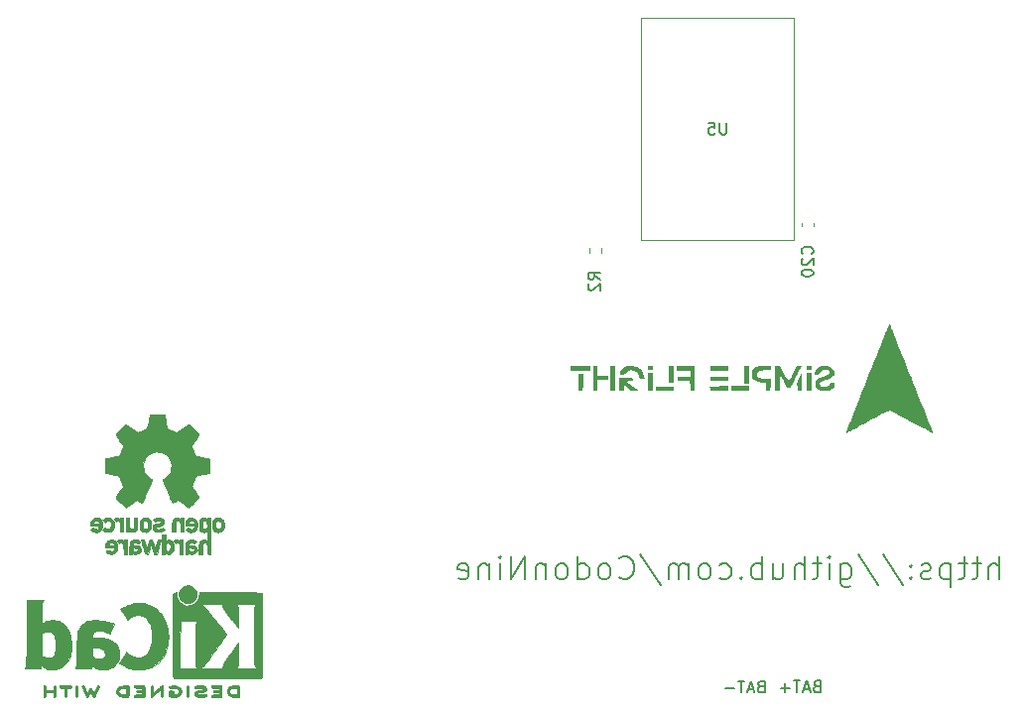
<source format=gbr>
%TF.GenerationSoftware,KiCad,Pcbnew,7.0.5*%
%TF.CreationDate,2023-11-02T21:43:45+08:00*%
%TF.ProjectId,___,65a7682e-6b69-4636-9164-5f7063625858,rev?*%
%TF.SameCoordinates,Original*%
%TF.FileFunction,Legend,Bot*%
%TF.FilePolarity,Positive*%
%FSLAX46Y46*%
G04 Gerber Fmt 4.6, Leading zero omitted, Abs format (unit mm)*
G04 Created by KiCad (PCBNEW 7.0.5) date 2023-11-02 21:43:45*
%MOMM*%
%LPD*%
G01*
G04 APERTURE LIST*
%ADD10C,0.200000*%
%ADD11C,0.150000*%
%ADD12C,0.010000*%
%ADD13C,0.120000*%
G04 APERTURE END LIST*
D10*
X170592231Y-112144838D02*
X170592231Y-110144838D01*
X169735088Y-112144838D02*
X169735088Y-111097219D01*
X169735088Y-111097219D02*
X169830326Y-110906742D01*
X169830326Y-110906742D02*
X170020802Y-110811504D01*
X170020802Y-110811504D02*
X170306517Y-110811504D01*
X170306517Y-110811504D02*
X170496993Y-110906742D01*
X170496993Y-110906742D02*
X170592231Y-111001980D01*
X169068421Y-110811504D02*
X168306517Y-110811504D01*
X168782707Y-110144838D02*
X168782707Y-111859123D01*
X168782707Y-111859123D02*
X168687469Y-112049600D01*
X168687469Y-112049600D02*
X168496993Y-112144838D01*
X168496993Y-112144838D02*
X168306517Y-112144838D01*
X167925564Y-110811504D02*
X167163660Y-110811504D01*
X167639850Y-110144838D02*
X167639850Y-111859123D01*
X167639850Y-111859123D02*
X167544612Y-112049600D01*
X167544612Y-112049600D02*
X167354136Y-112144838D01*
X167354136Y-112144838D02*
X167163660Y-112144838D01*
X166496993Y-110811504D02*
X166496993Y-112811504D01*
X166496993Y-110906742D02*
X166306517Y-110811504D01*
X166306517Y-110811504D02*
X165925564Y-110811504D01*
X165925564Y-110811504D02*
X165735088Y-110906742D01*
X165735088Y-110906742D02*
X165639850Y-111001980D01*
X165639850Y-111001980D02*
X165544612Y-111192457D01*
X165544612Y-111192457D02*
X165544612Y-111763885D01*
X165544612Y-111763885D02*
X165639850Y-111954361D01*
X165639850Y-111954361D02*
X165735088Y-112049600D01*
X165735088Y-112049600D02*
X165925564Y-112144838D01*
X165925564Y-112144838D02*
X166306517Y-112144838D01*
X166306517Y-112144838D02*
X166496993Y-112049600D01*
X164782707Y-112049600D02*
X164592231Y-112144838D01*
X164592231Y-112144838D02*
X164211279Y-112144838D01*
X164211279Y-112144838D02*
X164020802Y-112049600D01*
X164020802Y-112049600D02*
X163925564Y-111859123D01*
X163925564Y-111859123D02*
X163925564Y-111763885D01*
X163925564Y-111763885D02*
X164020802Y-111573409D01*
X164020802Y-111573409D02*
X164211279Y-111478171D01*
X164211279Y-111478171D02*
X164496993Y-111478171D01*
X164496993Y-111478171D02*
X164687469Y-111382933D01*
X164687469Y-111382933D02*
X164782707Y-111192457D01*
X164782707Y-111192457D02*
X164782707Y-111097219D01*
X164782707Y-111097219D02*
X164687469Y-110906742D01*
X164687469Y-110906742D02*
X164496993Y-110811504D01*
X164496993Y-110811504D02*
X164211279Y-110811504D01*
X164211279Y-110811504D02*
X164020802Y-110906742D01*
X163068421Y-111954361D02*
X162973183Y-112049600D01*
X162973183Y-112049600D02*
X163068421Y-112144838D01*
X163068421Y-112144838D02*
X163163659Y-112049600D01*
X163163659Y-112049600D02*
X163068421Y-111954361D01*
X163068421Y-111954361D02*
X163068421Y-112144838D01*
X163068421Y-110906742D02*
X162973183Y-111001980D01*
X162973183Y-111001980D02*
X163068421Y-111097219D01*
X163068421Y-111097219D02*
X163163659Y-111001980D01*
X163163659Y-111001980D02*
X163068421Y-110906742D01*
X163068421Y-110906742D02*
X163068421Y-111097219D01*
X160687469Y-110049600D02*
X162401754Y-112621028D01*
X158592231Y-110049600D02*
X160306516Y-112621028D01*
X157068421Y-110811504D02*
X157068421Y-112430552D01*
X157068421Y-112430552D02*
X157163659Y-112621028D01*
X157163659Y-112621028D02*
X157258897Y-112716266D01*
X157258897Y-112716266D02*
X157449374Y-112811504D01*
X157449374Y-112811504D02*
X157735088Y-112811504D01*
X157735088Y-112811504D02*
X157925564Y-112716266D01*
X157068421Y-112049600D02*
X157258897Y-112144838D01*
X157258897Y-112144838D02*
X157639850Y-112144838D01*
X157639850Y-112144838D02*
X157830326Y-112049600D01*
X157830326Y-112049600D02*
X157925564Y-111954361D01*
X157925564Y-111954361D02*
X158020802Y-111763885D01*
X158020802Y-111763885D02*
X158020802Y-111192457D01*
X158020802Y-111192457D02*
X157925564Y-111001980D01*
X157925564Y-111001980D02*
X157830326Y-110906742D01*
X157830326Y-110906742D02*
X157639850Y-110811504D01*
X157639850Y-110811504D02*
X157258897Y-110811504D01*
X157258897Y-110811504D02*
X157068421Y-110906742D01*
X156116040Y-112144838D02*
X156116040Y-110811504D01*
X156116040Y-110144838D02*
X156211278Y-110240076D01*
X156211278Y-110240076D02*
X156116040Y-110335314D01*
X156116040Y-110335314D02*
X156020802Y-110240076D01*
X156020802Y-110240076D02*
X156116040Y-110144838D01*
X156116040Y-110144838D02*
X156116040Y-110335314D01*
X155449373Y-110811504D02*
X154687469Y-110811504D01*
X155163659Y-110144838D02*
X155163659Y-111859123D01*
X155163659Y-111859123D02*
X155068421Y-112049600D01*
X155068421Y-112049600D02*
X154877945Y-112144838D01*
X154877945Y-112144838D02*
X154687469Y-112144838D01*
X154020802Y-112144838D02*
X154020802Y-110144838D01*
X153163659Y-112144838D02*
X153163659Y-111097219D01*
X153163659Y-111097219D02*
X153258897Y-110906742D01*
X153258897Y-110906742D02*
X153449373Y-110811504D01*
X153449373Y-110811504D02*
X153735088Y-110811504D01*
X153735088Y-110811504D02*
X153925564Y-110906742D01*
X153925564Y-110906742D02*
X154020802Y-111001980D01*
X151354135Y-110811504D02*
X151354135Y-112144838D01*
X152211278Y-110811504D02*
X152211278Y-111859123D01*
X152211278Y-111859123D02*
X152116040Y-112049600D01*
X152116040Y-112049600D02*
X151925564Y-112144838D01*
X151925564Y-112144838D02*
X151639849Y-112144838D01*
X151639849Y-112144838D02*
X151449373Y-112049600D01*
X151449373Y-112049600D02*
X151354135Y-111954361D01*
X150401754Y-112144838D02*
X150401754Y-110144838D01*
X150401754Y-110906742D02*
X150211278Y-110811504D01*
X150211278Y-110811504D02*
X149830325Y-110811504D01*
X149830325Y-110811504D02*
X149639849Y-110906742D01*
X149639849Y-110906742D02*
X149544611Y-111001980D01*
X149544611Y-111001980D02*
X149449373Y-111192457D01*
X149449373Y-111192457D02*
X149449373Y-111763885D01*
X149449373Y-111763885D02*
X149544611Y-111954361D01*
X149544611Y-111954361D02*
X149639849Y-112049600D01*
X149639849Y-112049600D02*
X149830325Y-112144838D01*
X149830325Y-112144838D02*
X150211278Y-112144838D01*
X150211278Y-112144838D02*
X150401754Y-112049600D01*
X148592230Y-111954361D02*
X148496992Y-112049600D01*
X148496992Y-112049600D02*
X148592230Y-112144838D01*
X148592230Y-112144838D02*
X148687468Y-112049600D01*
X148687468Y-112049600D02*
X148592230Y-111954361D01*
X148592230Y-111954361D02*
X148592230Y-112144838D01*
X146782706Y-112049600D02*
X146973182Y-112144838D01*
X146973182Y-112144838D02*
X147354135Y-112144838D01*
X147354135Y-112144838D02*
X147544611Y-112049600D01*
X147544611Y-112049600D02*
X147639849Y-111954361D01*
X147639849Y-111954361D02*
X147735087Y-111763885D01*
X147735087Y-111763885D02*
X147735087Y-111192457D01*
X147735087Y-111192457D02*
X147639849Y-111001980D01*
X147639849Y-111001980D02*
X147544611Y-110906742D01*
X147544611Y-110906742D02*
X147354135Y-110811504D01*
X147354135Y-110811504D02*
X146973182Y-110811504D01*
X146973182Y-110811504D02*
X146782706Y-110906742D01*
X145639849Y-112144838D02*
X145830325Y-112049600D01*
X145830325Y-112049600D02*
X145925563Y-111954361D01*
X145925563Y-111954361D02*
X146020801Y-111763885D01*
X146020801Y-111763885D02*
X146020801Y-111192457D01*
X146020801Y-111192457D02*
X145925563Y-111001980D01*
X145925563Y-111001980D02*
X145830325Y-110906742D01*
X145830325Y-110906742D02*
X145639849Y-110811504D01*
X145639849Y-110811504D02*
X145354134Y-110811504D01*
X145354134Y-110811504D02*
X145163658Y-110906742D01*
X145163658Y-110906742D02*
X145068420Y-111001980D01*
X145068420Y-111001980D02*
X144973182Y-111192457D01*
X144973182Y-111192457D02*
X144973182Y-111763885D01*
X144973182Y-111763885D02*
X145068420Y-111954361D01*
X145068420Y-111954361D02*
X145163658Y-112049600D01*
X145163658Y-112049600D02*
X145354134Y-112144838D01*
X145354134Y-112144838D02*
X145639849Y-112144838D01*
X144116039Y-112144838D02*
X144116039Y-110811504D01*
X144116039Y-111001980D02*
X144020801Y-110906742D01*
X144020801Y-110906742D02*
X143830325Y-110811504D01*
X143830325Y-110811504D02*
X143544610Y-110811504D01*
X143544610Y-110811504D02*
X143354134Y-110906742D01*
X143354134Y-110906742D02*
X143258896Y-111097219D01*
X143258896Y-111097219D02*
X143258896Y-112144838D01*
X143258896Y-111097219D02*
X143163658Y-110906742D01*
X143163658Y-110906742D02*
X142973182Y-110811504D01*
X142973182Y-110811504D02*
X142687468Y-110811504D01*
X142687468Y-110811504D02*
X142496991Y-110906742D01*
X142496991Y-110906742D02*
X142401753Y-111097219D01*
X142401753Y-111097219D02*
X142401753Y-112144838D01*
X140020801Y-110049600D02*
X141735086Y-112621028D01*
X138211277Y-111954361D02*
X138306515Y-112049600D01*
X138306515Y-112049600D02*
X138592229Y-112144838D01*
X138592229Y-112144838D02*
X138782705Y-112144838D01*
X138782705Y-112144838D02*
X139068420Y-112049600D01*
X139068420Y-112049600D02*
X139258896Y-111859123D01*
X139258896Y-111859123D02*
X139354134Y-111668647D01*
X139354134Y-111668647D02*
X139449372Y-111287695D01*
X139449372Y-111287695D02*
X139449372Y-111001980D01*
X139449372Y-111001980D02*
X139354134Y-110621028D01*
X139354134Y-110621028D02*
X139258896Y-110430552D01*
X139258896Y-110430552D02*
X139068420Y-110240076D01*
X139068420Y-110240076D02*
X138782705Y-110144838D01*
X138782705Y-110144838D02*
X138592229Y-110144838D01*
X138592229Y-110144838D02*
X138306515Y-110240076D01*
X138306515Y-110240076D02*
X138211277Y-110335314D01*
X137068420Y-112144838D02*
X137258896Y-112049600D01*
X137258896Y-112049600D02*
X137354134Y-111954361D01*
X137354134Y-111954361D02*
X137449372Y-111763885D01*
X137449372Y-111763885D02*
X137449372Y-111192457D01*
X137449372Y-111192457D02*
X137354134Y-111001980D01*
X137354134Y-111001980D02*
X137258896Y-110906742D01*
X137258896Y-110906742D02*
X137068420Y-110811504D01*
X137068420Y-110811504D02*
X136782705Y-110811504D01*
X136782705Y-110811504D02*
X136592229Y-110906742D01*
X136592229Y-110906742D02*
X136496991Y-111001980D01*
X136496991Y-111001980D02*
X136401753Y-111192457D01*
X136401753Y-111192457D02*
X136401753Y-111763885D01*
X136401753Y-111763885D02*
X136496991Y-111954361D01*
X136496991Y-111954361D02*
X136592229Y-112049600D01*
X136592229Y-112049600D02*
X136782705Y-112144838D01*
X136782705Y-112144838D02*
X137068420Y-112144838D01*
X134687467Y-112144838D02*
X134687467Y-110144838D01*
X134687467Y-112049600D02*
X134877943Y-112144838D01*
X134877943Y-112144838D02*
X135258896Y-112144838D01*
X135258896Y-112144838D02*
X135449372Y-112049600D01*
X135449372Y-112049600D02*
X135544610Y-111954361D01*
X135544610Y-111954361D02*
X135639848Y-111763885D01*
X135639848Y-111763885D02*
X135639848Y-111192457D01*
X135639848Y-111192457D02*
X135544610Y-111001980D01*
X135544610Y-111001980D02*
X135449372Y-110906742D01*
X135449372Y-110906742D02*
X135258896Y-110811504D01*
X135258896Y-110811504D02*
X134877943Y-110811504D01*
X134877943Y-110811504D02*
X134687467Y-110906742D01*
X133449372Y-112144838D02*
X133639848Y-112049600D01*
X133639848Y-112049600D02*
X133735086Y-111954361D01*
X133735086Y-111954361D02*
X133830324Y-111763885D01*
X133830324Y-111763885D02*
X133830324Y-111192457D01*
X133830324Y-111192457D02*
X133735086Y-111001980D01*
X133735086Y-111001980D02*
X133639848Y-110906742D01*
X133639848Y-110906742D02*
X133449372Y-110811504D01*
X133449372Y-110811504D02*
X133163657Y-110811504D01*
X133163657Y-110811504D02*
X132973181Y-110906742D01*
X132973181Y-110906742D02*
X132877943Y-111001980D01*
X132877943Y-111001980D02*
X132782705Y-111192457D01*
X132782705Y-111192457D02*
X132782705Y-111763885D01*
X132782705Y-111763885D02*
X132877943Y-111954361D01*
X132877943Y-111954361D02*
X132973181Y-112049600D01*
X132973181Y-112049600D02*
X133163657Y-112144838D01*
X133163657Y-112144838D02*
X133449372Y-112144838D01*
X131925562Y-110811504D02*
X131925562Y-112144838D01*
X131925562Y-111001980D02*
X131830324Y-110906742D01*
X131830324Y-110906742D02*
X131639848Y-110811504D01*
X131639848Y-110811504D02*
X131354133Y-110811504D01*
X131354133Y-110811504D02*
X131163657Y-110906742D01*
X131163657Y-110906742D02*
X131068419Y-111097219D01*
X131068419Y-111097219D02*
X131068419Y-112144838D01*
X130116038Y-112144838D02*
X130116038Y-110144838D01*
X130116038Y-110144838D02*
X128973181Y-112144838D01*
X128973181Y-112144838D02*
X128973181Y-110144838D01*
X128020800Y-112144838D02*
X128020800Y-110811504D01*
X128020800Y-110144838D02*
X128116038Y-110240076D01*
X128116038Y-110240076D02*
X128020800Y-110335314D01*
X128020800Y-110335314D02*
X127925562Y-110240076D01*
X127925562Y-110240076D02*
X128020800Y-110144838D01*
X128020800Y-110144838D02*
X128020800Y-110335314D01*
X127068419Y-110811504D02*
X127068419Y-112144838D01*
X127068419Y-111001980D02*
X126973181Y-110906742D01*
X126973181Y-110906742D02*
X126782705Y-110811504D01*
X126782705Y-110811504D02*
X126496990Y-110811504D01*
X126496990Y-110811504D02*
X126306514Y-110906742D01*
X126306514Y-110906742D02*
X126211276Y-111097219D01*
X126211276Y-111097219D02*
X126211276Y-112144838D01*
X124496990Y-112049600D02*
X124687466Y-112144838D01*
X124687466Y-112144838D02*
X125068419Y-112144838D01*
X125068419Y-112144838D02*
X125258895Y-112049600D01*
X125258895Y-112049600D02*
X125354133Y-111859123D01*
X125354133Y-111859123D02*
X125354133Y-111097219D01*
X125354133Y-111097219D02*
X125258895Y-110906742D01*
X125258895Y-110906742D02*
X125068419Y-110811504D01*
X125068419Y-110811504D02*
X124687466Y-110811504D01*
X124687466Y-110811504D02*
X124496990Y-110906742D01*
X124496990Y-110906742D02*
X124401752Y-111097219D01*
X124401752Y-111097219D02*
X124401752Y-111287695D01*
X124401752Y-111287695D02*
X125354133Y-111478171D01*
D11*
%TO.C,C20*%
X154659580Y-84357142D02*
X154707200Y-84309523D01*
X154707200Y-84309523D02*
X154754819Y-84166666D01*
X154754819Y-84166666D02*
X154754819Y-84071428D01*
X154754819Y-84071428D02*
X154707200Y-83928571D01*
X154707200Y-83928571D02*
X154611961Y-83833333D01*
X154611961Y-83833333D02*
X154516723Y-83785714D01*
X154516723Y-83785714D02*
X154326247Y-83738095D01*
X154326247Y-83738095D02*
X154183390Y-83738095D01*
X154183390Y-83738095D02*
X153992914Y-83785714D01*
X153992914Y-83785714D02*
X153897676Y-83833333D01*
X153897676Y-83833333D02*
X153802438Y-83928571D01*
X153802438Y-83928571D02*
X153754819Y-84071428D01*
X153754819Y-84071428D02*
X153754819Y-84166666D01*
X153754819Y-84166666D02*
X153802438Y-84309523D01*
X153802438Y-84309523D02*
X153850057Y-84357142D01*
X153850057Y-84738095D02*
X153802438Y-84785714D01*
X153802438Y-84785714D02*
X153754819Y-84880952D01*
X153754819Y-84880952D02*
X153754819Y-85119047D01*
X153754819Y-85119047D02*
X153802438Y-85214285D01*
X153802438Y-85214285D02*
X153850057Y-85261904D01*
X153850057Y-85261904D02*
X153945295Y-85309523D01*
X153945295Y-85309523D02*
X154040533Y-85309523D01*
X154040533Y-85309523D02*
X154183390Y-85261904D01*
X154183390Y-85261904D02*
X154754819Y-84690476D01*
X154754819Y-84690476D02*
X154754819Y-85309523D01*
X153754819Y-85928571D02*
X153754819Y-86023809D01*
X153754819Y-86023809D02*
X153802438Y-86119047D01*
X153802438Y-86119047D02*
X153850057Y-86166666D01*
X153850057Y-86166666D02*
X153945295Y-86214285D01*
X153945295Y-86214285D02*
X154135771Y-86261904D01*
X154135771Y-86261904D02*
X154373866Y-86261904D01*
X154373866Y-86261904D02*
X154564342Y-86214285D01*
X154564342Y-86214285D02*
X154659580Y-86166666D01*
X154659580Y-86166666D02*
X154707200Y-86119047D01*
X154707200Y-86119047D02*
X154754819Y-86023809D01*
X154754819Y-86023809D02*
X154754819Y-85928571D01*
X154754819Y-85928571D02*
X154707200Y-85833333D01*
X154707200Y-85833333D02*
X154659580Y-85785714D01*
X154659580Y-85785714D02*
X154564342Y-85738095D01*
X154564342Y-85738095D02*
X154373866Y-85690476D01*
X154373866Y-85690476D02*
X154135771Y-85690476D01*
X154135771Y-85690476D02*
X153945295Y-85738095D01*
X153945295Y-85738095D02*
X153850057Y-85785714D01*
X153850057Y-85785714D02*
X153802438Y-85833333D01*
X153802438Y-85833333D02*
X153754819Y-85928571D01*
%TO.C,BAT-*%
X150282142Y-121281009D02*
X150139285Y-121328628D01*
X150139285Y-121328628D02*
X150091666Y-121376247D01*
X150091666Y-121376247D02*
X150044047Y-121471485D01*
X150044047Y-121471485D02*
X150044047Y-121614342D01*
X150044047Y-121614342D02*
X150091666Y-121709580D01*
X150091666Y-121709580D02*
X150139285Y-121757200D01*
X150139285Y-121757200D02*
X150234523Y-121804819D01*
X150234523Y-121804819D02*
X150615475Y-121804819D01*
X150615475Y-121804819D02*
X150615475Y-120804819D01*
X150615475Y-120804819D02*
X150282142Y-120804819D01*
X150282142Y-120804819D02*
X150186904Y-120852438D01*
X150186904Y-120852438D02*
X150139285Y-120900057D01*
X150139285Y-120900057D02*
X150091666Y-120995295D01*
X150091666Y-120995295D02*
X150091666Y-121090533D01*
X150091666Y-121090533D02*
X150139285Y-121185771D01*
X150139285Y-121185771D02*
X150186904Y-121233390D01*
X150186904Y-121233390D02*
X150282142Y-121281009D01*
X150282142Y-121281009D02*
X150615475Y-121281009D01*
X149663094Y-121519104D02*
X149186904Y-121519104D01*
X149758332Y-121804819D02*
X149424999Y-120804819D01*
X149424999Y-120804819D02*
X149091666Y-121804819D01*
X148901189Y-120804819D02*
X148329761Y-120804819D01*
X148615475Y-121804819D02*
X148615475Y-120804819D01*
X147996427Y-121423866D02*
X147234523Y-121423866D01*
%TO.C,BAT+*%
X155032142Y-121266009D02*
X154889285Y-121313628D01*
X154889285Y-121313628D02*
X154841666Y-121361247D01*
X154841666Y-121361247D02*
X154794047Y-121456485D01*
X154794047Y-121456485D02*
X154794047Y-121599342D01*
X154794047Y-121599342D02*
X154841666Y-121694580D01*
X154841666Y-121694580D02*
X154889285Y-121742200D01*
X154889285Y-121742200D02*
X154984523Y-121789819D01*
X154984523Y-121789819D02*
X155365475Y-121789819D01*
X155365475Y-121789819D02*
X155365475Y-120789819D01*
X155365475Y-120789819D02*
X155032142Y-120789819D01*
X155032142Y-120789819D02*
X154936904Y-120837438D01*
X154936904Y-120837438D02*
X154889285Y-120885057D01*
X154889285Y-120885057D02*
X154841666Y-120980295D01*
X154841666Y-120980295D02*
X154841666Y-121075533D01*
X154841666Y-121075533D02*
X154889285Y-121170771D01*
X154889285Y-121170771D02*
X154936904Y-121218390D01*
X154936904Y-121218390D02*
X155032142Y-121266009D01*
X155032142Y-121266009D02*
X155365475Y-121266009D01*
X154413094Y-121504104D02*
X153936904Y-121504104D01*
X154508332Y-121789819D02*
X154174999Y-120789819D01*
X154174999Y-120789819D02*
X153841666Y-121789819D01*
X153651189Y-120789819D02*
X153079761Y-120789819D01*
X153365475Y-121789819D02*
X153365475Y-120789819D01*
X152746427Y-121408866D02*
X151984523Y-121408866D01*
X152365475Y-121789819D02*
X152365475Y-121027914D01*
%TO.C,R2*%
X136554819Y-86533333D02*
X136078628Y-86200000D01*
X136554819Y-85961905D02*
X135554819Y-85961905D01*
X135554819Y-85961905D02*
X135554819Y-86342857D01*
X135554819Y-86342857D02*
X135602438Y-86438095D01*
X135602438Y-86438095D02*
X135650057Y-86485714D01*
X135650057Y-86485714D02*
X135745295Y-86533333D01*
X135745295Y-86533333D02*
X135888152Y-86533333D01*
X135888152Y-86533333D02*
X135983390Y-86485714D01*
X135983390Y-86485714D02*
X136031009Y-86438095D01*
X136031009Y-86438095D02*
X136078628Y-86342857D01*
X136078628Y-86342857D02*
X136078628Y-85961905D01*
X135650057Y-86914286D02*
X135602438Y-86961905D01*
X135602438Y-86961905D02*
X135554819Y-87057143D01*
X135554819Y-87057143D02*
X135554819Y-87295238D01*
X135554819Y-87295238D02*
X135602438Y-87390476D01*
X135602438Y-87390476D02*
X135650057Y-87438095D01*
X135650057Y-87438095D02*
X135745295Y-87485714D01*
X135745295Y-87485714D02*
X135840533Y-87485714D01*
X135840533Y-87485714D02*
X135983390Y-87438095D01*
X135983390Y-87438095D02*
X136554819Y-86866667D01*
X136554819Y-86866667D02*
X136554819Y-87485714D01*
%TO.C,U5*%
X147361904Y-73154819D02*
X147361904Y-73964342D01*
X147361904Y-73964342D02*
X147314285Y-74059580D01*
X147314285Y-74059580D02*
X147266666Y-74107200D01*
X147266666Y-74107200D02*
X147171428Y-74154819D01*
X147171428Y-74154819D02*
X146980952Y-74154819D01*
X146980952Y-74154819D02*
X146885714Y-74107200D01*
X146885714Y-74107200D02*
X146838095Y-74059580D01*
X146838095Y-74059580D02*
X146790476Y-73964342D01*
X146790476Y-73964342D02*
X146790476Y-73154819D01*
X145838095Y-73154819D02*
X146314285Y-73154819D01*
X146314285Y-73154819D02*
X146361904Y-73631009D01*
X146361904Y-73631009D02*
X146314285Y-73583390D01*
X146314285Y-73583390D02*
X146219047Y-73535771D01*
X146219047Y-73535771D02*
X145980952Y-73535771D01*
X145980952Y-73535771D02*
X145885714Y-73583390D01*
X145885714Y-73583390D02*
X145838095Y-73631009D01*
X145838095Y-73631009D02*
X145790476Y-73726247D01*
X145790476Y-73726247D02*
X145790476Y-73964342D01*
X145790476Y-73964342D02*
X145838095Y-74059580D01*
X145838095Y-74059580D02*
X145885714Y-74107200D01*
X145885714Y-74107200D02*
X145980952Y-74154819D01*
X145980952Y-74154819D02*
X146219047Y-74154819D01*
X146219047Y-74154819D02*
X146314285Y-74107200D01*
X146314285Y-74107200D02*
X146361904Y-74059580D01*
%TO.C,REF\u002A\u002A*%
D12*
X99521634Y-98633172D02*
X99634216Y-99230363D01*
X100049629Y-99401610D01*
X100465043Y-99572857D01*
X100963400Y-99233978D01*
X101062036Y-99167170D01*
X101192797Y-99079479D01*
X101306008Y-99004580D01*
X101395789Y-98946320D01*
X101456261Y-98908545D01*
X101481544Y-98895098D01*
X101497072Y-98904661D01*
X101543487Y-98944730D01*
X101613730Y-99010487D01*
X101701848Y-99095895D01*
X101801889Y-99194915D01*
X101907902Y-99301509D01*
X102013935Y-99409640D01*
X102114035Y-99513268D01*
X102202251Y-99606358D01*
X102272632Y-99682869D01*
X102319225Y-99736765D01*
X102336079Y-99762007D01*
X102332158Y-99772852D01*
X102305012Y-99821228D01*
X102255439Y-99900842D01*
X102187459Y-100005454D01*
X102105091Y-100128822D01*
X102012353Y-100264706D01*
X101961460Y-100338815D01*
X101873912Y-100467835D01*
X101798853Y-100580434D01*
X101740285Y-100670505D01*
X101702209Y-100731942D01*
X101688628Y-100758640D01*
X101688851Y-100760119D01*
X101700831Y-100793962D01*
X101728316Y-100863071D01*
X101767474Y-100958416D01*
X101814474Y-101070972D01*
X101865485Y-101191710D01*
X101916676Y-101311602D01*
X101964215Y-101421622D01*
X102004271Y-101512740D01*
X102033013Y-101575931D01*
X102046610Y-101602165D01*
X102054655Y-101604492D01*
X102103535Y-101614988D01*
X102190652Y-101632376D01*
X102309033Y-101655295D01*
X102451704Y-101682389D01*
X102611692Y-101712296D01*
X102696015Y-101728153D01*
X102850783Y-101758407D01*
X102986104Y-101786347D01*
X103094582Y-101810369D01*
X103168820Y-101828868D01*
X103201422Y-101840238D01*
X103207278Y-101851511D01*
X103216992Y-101906586D01*
X103224624Y-101998317D01*
X103230180Y-102118073D01*
X103233666Y-102257221D01*
X103235087Y-102407131D01*
X103234450Y-102559172D01*
X103231760Y-102704712D01*
X103227024Y-102835121D01*
X103220247Y-102941766D01*
X103211436Y-103016018D01*
X103200595Y-103049245D01*
X103194017Y-103052993D01*
X103144955Y-103069069D01*
X103059847Y-103090338D01*
X102948529Y-103114472D01*
X102820840Y-103139143D01*
X102777757Y-103147000D01*
X102578773Y-103183542D01*
X102422388Y-103212910D01*
X102303183Y-103236321D01*
X102215737Y-103254994D01*
X102154628Y-103270146D01*
X102114435Y-103282995D01*
X102089738Y-103294758D01*
X102075116Y-103306653D01*
X102073416Y-103308649D01*
X102049504Y-103350271D01*
X102014119Y-103426430D01*
X101970692Y-103528193D01*
X101922651Y-103646624D01*
X101873425Y-103772789D01*
X101826445Y-103897754D01*
X101785140Y-104012584D01*
X101752939Y-104108344D01*
X101733271Y-104176100D01*
X101729565Y-104206917D01*
X101732043Y-104210915D01*
X101757689Y-104249584D01*
X101805920Y-104320907D01*
X101872262Y-104418314D01*
X101952245Y-104535234D01*
X102041397Y-104665098D01*
X102065865Y-104700828D01*
X102151903Y-104828990D01*
X102226258Y-104943608D01*
X102284688Y-105037887D01*
X102322947Y-105105029D01*
X102336792Y-105138235D01*
X102333809Y-105146965D01*
X102302711Y-105189982D01*
X102241355Y-105260230D01*
X102154137Y-105352979D01*
X102045449Y-105463502D01*
X101919685Y-105587071D01*
X101847800Y-105656235D01*
X101734139Y-105763957D01*
X101634657Y-105856225D01*
X101554695Y-105928181D01*
X101499595Y-105974968D01*
X101474698Y-105991727D01*
X101457593Y-105985515D01*
X101404929Y-105956126D01*
X101328449Y-105908063D01*
X101238129Y-105847412D01*
X101173911Y-105803153D01*
X101045705Y-105715261D01*
X100908894Y-105621915D01*
X100783932Y-105537091D01*
X100539137Y-105371515D01*
X100333649Y-105482620D01*
X100285263Y-105508265D01*
X100197270Y-105552130D01*
X100129223Y-105582414D01*
X100092856Y-105593706D01*
X100080954Y-105579205D01*
X100051400Y-105523992D01*
X100007748Y-105432962D01*
X99952426Y-105311892D01*
X99887863Y-105166559D01*
X99816489Y-105002741D01*
X99740732Y-104826213D01*
X99663022Y-104642753D01*
X99585786Y-104458138D01*
X99511456Y-104278146D01*
X99442458Y-104108552D01*
X99381223Y-103955135D01*
X99330179Y-103823670D01*
X99291755Y-103719936D01*
X99268380Y-103649709D01*
X99262483Y-103618766D01*
X99262883Y-103617862D01*
X99290349Y-103589257D01*
X99347799Y-103544457D01*
X99423373Y-103492751D01*
X99447227Y-103476962D01*
X99628734Y-103327174D01*
X99778953Y-103148767D01*
X99894327Y-102949165D01*
X99971299Y-102735797D01*
X100006314Y-102516087D01*
X99995813Y-102297462D01*
X99953277Y-102103011D01*
X99876903Y-101906657D01*
X99765565Y-101731484D01*
X99612774Y-101565082D01*
X99552739Y-101511924D01*
X99358658Y-101380951D01*
X99148999Y-101292744D01*
X98929837Y-101246512D01*
X98707247Y-101241467D01*
X98487307Y-101276820D01*
X98276090Y-101351779D01*
X98079673Y-101465557D01*
X97904132Y-101617363D01*
X97755542Y-101806409D01*
X97726974Y-101853224D01*
X97629873Y-102067204D01*
X97578303Y-102290026D01*
X97570914Y-102515922D01*
X97606355Y-102739119D01*
X97683276Y-102953847D01*
X97800326Y-103154336D01*
X97956155Y-103334814D01*
X98149413Y-103489510D01*
X98155689Y-103493679D01*
X98230461Y-103546370D01*
X98286504Y-103591169D01*
X98312100Y-103618766D01*
X98308870Y-103640402D01*
X98288790Y-103703399D01*
X98253184Y-103801038D01*
X98204480Y-103927542D01*
X98145108Y-104077132D01*
X98077494Y-104244030D01*
X98004066Y-104422457D01*
X97927254Y-104606636D01*
X97849484Y-104790787D01*
X97773185Y-104969133D01*
X97700784Y-105135895D01*
X97634710Y-105285294D01*
X97577391Y-105411554D01*
X97531255Y-105508894D01*
X97498730Y-105571538D01*
X97482243Y-105593706D01*
X97468533Y-105590703D01*
X97414670Y-105569126D01*
X97335064Y-105531293D01*
X97241449Y-105482620D01*
X97035962Y-105371515D01*
X96791167Y-105537091D01*
X96718845Y-105586120D01*
X96584326Y-105677729D01*
X96450215Y-105769485D01*
X96336970Y-105847412D01*
X96274470Y-105889881D01*
X96193239Y-105942644D01*
X96133009Y-105978765D01*
X96103591Y-105992157D01*
X96090953Y-105986471D01*
X96045267Y-105951645D01*
X95974838Y-105890329D01*
X95885796Y-105808554D01*
X95784272Y-105712351D01*
X95676394Y-105607751D01*
X95568295Y-105500786D01*
X95466103Y-105397485D01*
X95375950Y-105303882D01*
X95303964Y-105226006D01*
X95256278Y-105169889D01*
X95239020Y-105141562D01*
X95240015Y-105136172D01*
X95260555Y-105092304D01*
X95304434Y-105016407D01*
X95367412Y-104915336D01*
X95445247Y-104795948D01*
X95533701Y-104665098D01*
X95558509Y-104629005D01*
X95645618Y-104502000D01*
X95722347Y-104389718D01*
X95784224Y-104298730D01*
X95826777Y-104235606D01*
X95845534Y-104206917D01*
X95845995Y-104205687D01*
X95840459Y-104170588D01*
X95819320Y-104099484D01*
X95786005Y-104001310D01*
X95743945Y-103885002D01*
X95696570Y-103759493D01*
X95647308Y-103633718D01*
X95599589Y-103516612D01*
X95556842Y-103417110D01*
X95522497Y-103344145D01*
X95499983Y-103306653D01*
X95497728Y-103304325D01*
X95481608Y-103292549D01*
X95454383Y-103280673D01*
X95410633Y-103267481D01*
X95344935Y-103251754D01*
X95251870Y-103232274D01*
X95126016Y-103207824D01*
X94961953Y-103177186D01*
X94754259Y-103139143D01*
X94711181Y-103131136D01*
X94587777Y-103106384D01*
X94483972Y-103082933D01*
X94409601Y-103063110D01*
X94374504Y-103049245D01*
X94368632Y-103037677D01*
X94358842Y-102982110D01*
X94351085Y-102889990D01*
X94345365Y-102769951D01*
X94341689Y-102630622D01*
X94340062Y-102480635D01*
X94340491Y-102328621D01*
X94342982Y-102183212D01*
X94347540Y-102053037D01*
X94354171Y-101946730D01*
X94362881Y-101872919D01*
X94373677Y-101840238D01*
X94384699Y-101835410D01*
X94439531Y-101820191D01*
X94532213Y-101798666D01*
X94655351Y-101772439D01*
X94801548Y-101743114D01*
X94963406Y-101712296D01*
X95051784Y-101695831D01*
X95203259Y-101667279D01*
X95333640Y-101642277D01*
X95435954Y-101622185D01*
X95503228Y-101608362D01*
X95528489Y-101602165D01*
X95529438Y-101600888D01*
X95545526Y-101568437D01*
X95576194Y-101500452D01*
X95617611Y-101405954D01*
X95665941Y-101293964D01*
X95717354Y-101173500D01*
X95768014Y-101053584D01*
X95814089Y-100943235D01*
X95851746Y-100851473D01*
X95877151Y-100787319D01*
X95886471Y-100759792D01*
X95882360Y-100750106D01*
X95855000Y-100704018D01*
X95805370Y-100626440D01*
X95737460Y-100523461D01*
X95655255Y-100401167D01*
X95562746Y-100265646D01*
X95511991Y-100191429D01*
X95424403Y-100061309D01*
X95349306Y-99947112D01*
X95290707Y-99855066D01*
X95252609Y-99791398D01*
X95239020Y-99762337D01*
X95248462Y-99746573D01*
X95287960Y-99699471D01*
X95352758Y-99628186D01*
X95436909Y-99538760D01*
X95534464Y-99437232D01*
X95639474Y-99329643D01*
X95745993Y-99222034D01*
X95848071Y-99120445D01*
X95939760Y-99030917D01*
X96015112Y-98959489D01*
X96068180Y-98912203D01*
X96093014Y-98895098D01*
X96106799Y-98901749D01*
X96157418Y-98932592D01*
X96239105Y-98985083D01*
X96345972Y-99055375D01*
X96472132Y-99139622D01*
X96611698Y-99233978D01*
X97110056Y-99572857D01*
X97525469Y-99401610D01*
X97940883Y-99230363D01*
X98053465Y-98633172D01*
X98166048Y-98035980D01*
X99409051Y-98035980D01*
X99521634Y-98633172D01*
G36*
X99521634Y-98633172D02*
G01*
X99634216Y-99230363D01*
X100049629Y-99401610D01*
X100465043Y-99572857D01*
X100963400Y-99233978D01*
X101062036Y-99167170D01*
X101192797Y-99079479D01*
X101306008Y-99004580D01*
X101395789Y-98946320D01*
X101456261Y-98908545D01*
X101481544Y-98895098D01*
X101497072Y-98904661D01*
X101543487Y-98944730D01*
X101613730Y-99010487D01*
X101701848Y-99095895D01*
X101801889Y-99194915D01*
X101907902Y-99301509D01*
X102013935Y-99409640D01*
X102114035Y-99513268D01*
X102202251Y-99606358D01*
X102272632Y-99682869D01*
X102319225Y-99736765D01*
X102336079Y-99762007D01*
X102332158Y-99772852D01*
X102305012Y-99821228D01*
X102255439Y-99900842D01*
X102187459Y-100005454D01*
X102105091Y-100128822D01*
X102012353Y-100264706D01*
X101961460Y-100338815D01*
X101873912Y-100467835D01*
X101798853Y-100580434D01*
X101740285Y-100670505D01*
X101702209Y-100731942D01*
X101688628Y-100758640D01*
X101688851Y-100760119D01*
X101700831Y-100793962D01*
X101728316Y-100863071D01*
X101767474Y-100958416D01*
X101814474Y-101070972D01*
X101865485Y-101191710D01*
X101916676Y-101311602D01*
X101964215Y-101421622D01*
X102004271Y-101512740D01*
X102033013Y-101575931D01*
X102046610Y-101602165D01*
X102054655Y-101604492D01*
X102103535Y-101614988D01*
X102190652Y-101632376D01*
X102309033Y-101655295D01*
X102451704Y-101682389D01*
X102611692Y-101712296D01*
X102696015Y-101728153D01*
X102850783Y-101758407D01*
X102986104Y-101786347D01*
X103094582Y-101810369D01*
X103168820Y-101828868D01*
X103201422Y-101840238D01*
X103207278Y-101851511D01*
X103216992Y-101906586D01*
X103224624Y-101998317D01*
X103230180Y-102118073D01*
X103233666Y-102257221D01*
X103235087Y-102407131D01*
X103234450Y-102559172D01*
X103231760Y-102704712D01*
X103227024Y-102835121D01*
X103220247Y-102941766D01*
X103211436Y-103016018D01*
X103200595Y-103049245D01*
X103194017Y-103052993D01*
X103144955Y-103069069D01*
X103059847Y-103090338D01*
X102948529Y-103114472D01*
X102820840Y-103139143D01*
X102777757Y-103147000D01*
X102578773Y-103183542D01*
X102422388Y-103212910D01*
X102303183Y-103236321D01*
X102215737Y-103254994D01*
X102154628Y-103270146D01*
X102114435Y-103282995D01*
X102089738Y-103294758D01*
X102075116Y-103306653D01*
X102073416Y-103308649D01*
X102049504Y-103350271D01*
X102014119Y-103426430D01*
X101970692Y-103528193D01*
X101922651Y-103646624D01*
X101873425Y-103772789D01*
X101826445Y-103897754D01*
X101785140Y-104012584D01*
X101752939Y-104108344D01*
X101733271Y-104176100D01*
X101729565Y-104206917D01*
X101732043Y-104210915D01*
X101757689Y-104249584D01*
X101805920Y-104320907D01*
X101872262Y-104418314D01*
X101952245Y-104535234D01*
X102041397Y-104665098D01*
X102065865Y-104700828D01*
X102151903Y-104828990D01*
X102226258Y-104943608D01*
X102284688Y-105037887D01*
X102322947Y-105105029D01*
X102336792Y-105138235D01*
X102333809Y-105146965D01*
X102302711Y-105189982D01*
X102241355Y-105260230D01*
X102154137Y-105352979D01*
X102045449Y-105463502D01*
X101919685Y-105587071D01*
X101847800Y-105656235D01*
X101734139Y-105763957D01*
X101634657Y-105856225D01*
X101554695Y-105928181D01*
X101499595Y-105974968D01*
X101474698Y-105991727D01*
X101457593Y-105985515D01*
X101404929Y-105956126D01*
X101328449Y-105908063D01*
X101238129Y-105847412D01*
X101173911Y-105803153D01*
X101045705Y-105715261D01*
X100908894Y-105621915D01*
X100783932Y-105537091D01*
X100539137Y-105371515D01*
X100333649Y-105482620D01*
X100285263Y-105508265D01*
X100197270Y-105552130D01*
X100129223Y-105582414D01*
X100092856Y-105593706D01*
X100080954Y-105579205D01*
X100051400Y-105523992D01*
X100007748Y-105432962D01*
X99952426Y-105311892D01*
X99887863Y-105166559D01*
X99816489Y-105002741D01*
X99740732Y-104826213D01*
X99663022Y-104642753D01*
X99585786Y-104458138D01*
X99511456Y-104278146D01*
X99442458Y-104108552D01*
X99381223Y-103955135D01*
X99330179Y-103823670D01*
X99291755Y-103719936D01*
X99268380Y-103649709D01*
X99262483Y-103618766D01*
X99262883Y-103617862D01*
X99290349Y-103589257D01*
X99347799Y-103544457D01*
X99423373Y-103492751D01*
X99447227Y-103476962D01*
X99628734Y-103327174D01*
X99778953Y-103148767D01*
X99894327Y-102949165D01*
X99971299Y-102735797D01*
X100006314Y-102516087D01*
X99995813Y-102297462D01*
X99953277Y-102103011D01*
X99876903Y-101906657D01*
X99765565Y-101731484D01*
X99612774Y-101565082D01*
X99552739Y-101511924D01*
X99358658Y-101380951D01*
X99148999Y-101292744D01*
X98929837Y-101246512D01*
X98707247Y-101241467D01*
X98487307Y-101276820D01*
X98276090Y-101351779D01*
X98079673Y-101465557D01*
X97904132Y-101617363D01*
X97755542Y-101806409D01*
X97726974Y-101853224D01*
X97629873Y-102067204D01*
X97578303Y-102290026D01*
X97570914Y-102515922D01*
X97606355Y-102739119D01*
X97683276Y-102953847D01*
X97800326Y-103154336D01*
X97956155Y-103334814D01*
X98149413Y-103489510D01*
X98155689Y-103493679D01*
X98230461Y-103546370D01*
X98286504Y-103591169D01*
X98312100Y-103618766D01*
X98308870Y-103640402D01*
X98288790Y-103703399D01*
X98253184Y-103801038D01*
X98204480Y-103927542D01*
X98145108Y-104077132D01*
X98077494Y-104244030D01*
X98004066Y-104422457D01*
X97927254Y-104606636D01*
X97849484Y-104790787D01*
X97773185Y-104969133D01*
X97700784Y-105135895D01*
X97634710Y-105285294D01*
X97577391Y-105411554D01*
X97531255Y-105508894D01*
X97498730Y-105571538D01*
X97482243Y-105593706D01*
X97468533Y-105590703D01*
X97414670Y-105569126D01*
X97335064Y-105531293D01*
X97241449Y-105482620D01*
X97035962Y-105371515D01*
X96791167Y-105537091D01*
X96718845Y-105586120D01*
X96584326Y-105677729D01*
X96450215Y-105769485D01*
X96336970Y-105847412D01*
X96274470Y-105889881D01*
X96193239Y-105942644D01*
X96133009Y-105978765D01*
X96103591Y-105992157D01*
X96090953Y-105986471D01*
X96045267Y-105951645D01*
X95974838Y-105890329D01*
X95885796Y-105808554D01*
X95784272Y-105712351D01*
X95676394Y-105607751D01*
X95568295Y-105500786D01*
X95466103Y-105397485D01*
X95375950Y-105303882D01*
X95303964Y-105226006D01*
X95256278Y-105169889D01*
X95239020Y-105141562D01*
X95240015Y-105136172D01*
X95260555Y-105092304D01*
X95304434Y-105016407D01*
X95367412Y-104915336D01*
X95445247Y-104795948D01*
X95533701Y-104665098D01*
X95558509Y-104629005D01*
X95645618Y-104502000D01*
X95722347Y-104389718D01*
X95784224Y-104298730D01*
X95826777Y-104235606D01*
X95845534Y-104206917D01*
X95845995Y-104205687D01*
X95840459Y-104170588D01*
X95819320Y-104099484D01*
X95786005Y-104001310D01*
X95743945Y-103885002D01*
X95696570Y-103759493D01*
X95647308Y-103633718D01*
X95599589Y-103516612D01*
X95556842Y-103417110D01*
X95522497Y-103344145D01*
X95499983Y-103306653D01*
X95497728Y-103304325D01*
X95481608Y-103292549D01*
X95454383Y-103280673D01*
X95410633Y-103267481D01*
X95344935Y-103251754D01*
X95251870Y-103232274D01*
X95126016Y-103207824D01*
X94961953Y-103177186D01*
X94754259Y-103139143D01*
X94711181Y-103131136D01*
X94587777Y-103106384D01*
X94483972Y-103082933D01*
X94409601Y-103063110D01*
X94374504Y-103049245D01*
X94368632Y-103037677D01*
X94358842Y-102982110D01*
X94351085Y-102889990D01*
X94345365Y-102769951D01*
X94341689Y-102630622D01*
X94340062Y-102480635D01*
X94340491Y-102328621D01*
X94342982Y-102183212D01*
X94347540Y-102053037D01*
X94354171Y-101946730D01*
X94362881Y-101872919D01*
X94373677Y-101840238D01*
X94384699Y-101835410D01*
X94439531Y-101820191D01*
X94532213Y-101798666D01*
X94655351Y-101772439D01*
X94801548Y-101743114D01*
X94963406Y-101712296D01*
X95051784Y-101695831D01*
X95203259Y-101667279D01*
X95333640Y-101642277D01*
X95435954Y-101622185D01*
X95503228Y-101608362D01*
X95528489Y-101602165D01*
X95529438Y-101600888D01*
X95545526Y-101568437D01*
X95576194Y-101500452D01*
X95617611Y-101405954D01*
X95665941Y-101293964D01*
X95717354Y-101173500D01*
X95768014Y-101053584D01*
X95814089Y-100943235D01*
X95851746Y-100851473D01*
X95877151Y-100787319D01*
X95886471Y-100759792D01*
X95882360Y-100750106D01*
X95855000Y-100704018D01*
X95805370Y-100626440D01*
X95737460Y-100523461D01*
X95655255Y-100401167D01*
X95562746Y-100265646D01*
X95511991Y-100191429D01*
X95424403Y-100061309D01*
X95349306Y-99947112D01*
X95290707Y-99855066D01*
X95252609Y-99791398D01*
X95239020Y-99762337D01*
X95248462Y-99746573D01*
X95287960Y-99699471D01*
X95352758Y-99628186D01*
X95436909Y-99538760D01*
X95534464Y-99437232D01*
X95639474Y-99329643D01*
X95745993Y-99222034D01*
X95848071Y-99120445D01*
X95939760Y-99030917D01*
X96015112Y-98959489D01*
X96068180Y-98912203D01*
X96093014Y-98895098D01*
X96106799Y-98901749D01*
X96157418Y-98932592D01*
X96239105Y-98985083D01*
X96345972Y-99055375D01*
X96472132Y-99139622D01*
X96611698Y-99233978D01*
X97110056Y-99572857D01*
X97525469Y-99401610D01*
X97940883Y-99230363D01*
X98053465Y-98633172D01*
X98166048Y-98035980D01*
X99409051Y-98035980D01*
X99521634Y-98633172D01*
G37*
X98995810Y-106887820D02*
X99139629Y-106923866D01*
X99244691Y-106990677D01*
X99311594Y-107088702D01*
X99340940Y-107218387D01*
X99334999Y-107342544D01*
X99292114Y-107447266D01*
X99209876Y-107524693D01*
X99086635Y-107576337D01*
X98920744Y-107603710D01*
X98812952Y-107618057D01*
X98714566Y-107649099D01*
X98663771Y-107694053D01*
X98660704Y-107752838D01*
X98681146Y-107789493D01*
X98744454Y-107832935D01*
X98834449Y-107853483D01*
X98939913Y-107850673D01*
X99049626Y-107824042D01*
X99152368Y-107773128D01*
X99254804Y-107705339D01*
X99344902Y-107796508D01*
X99435000Y-107887676D01*
X99360295Y-107948655D01*
X99331246Y-107969842D01*
X99249517Y-108017978D01*
X99161079Y-108059457D01*
X99091087Y-108083262D01*
X98988602Y-108100504D01*
X98862255Y-108100732D01*
X98707318Y-108081748D01*
X98567745Y-108033630D01*
X98468950Y-107957195D01*
X98410701Y-107852254D01*
X98392762Y-107718617D01*
X98405747Y-107601054D01*
X98447431Y-107504803D01*
X98522477Y-107435873D01*
X98635635Y-107390030D01*
X98791654Y-107363042D01*
X98809574Y-107361088D01*
X98906714Y-107348630D01*
X98985514Y-107335592D01*
X99030344Y-107324499D01*
X99045304Y-107315567D01*
X99070596Y-107269509D01*
X99066488Y-107210553D01*
X99032688Y-107159373D01*
X99014939Y-107148210D01*
X98940981Y-107130326D01*
X98845451Y-107131529D01*
X98745836Y-107150561D01*
X98659621Y-107186168D01*
X98569031Y-107239618D01*
X98498763Y-107157505D01*
X98481712Y-107136644D01*
X98443298Y-107080761D01*
X98427483Y-107042887D01*
X98444090Y-107019664D01*
X98495469Y-106983412D01*
X98569657Y-106944402D01*
X98580110Y-106939633D01*
X98677941Y-106902229D01*
X98772241Y-106884345D01*
X98889262Y-106880754D01*
X98995810Y-106887820D01*
G36*
X98995810Y-106887820D02*
G01*
X99139629Y-106923866D01*
X99244691Y-106990677D01*
X99311594Y-107088702D01*
X99340940Y-107218387D01*
X99334999Y-107342544D01*
X99292114Y-107447266D01*
X99209876Y-107524693D01*
X99086635Y-107576337D01*
X98920744Y-107603710D01*
X98812952Y-107618057D01*
X98714566Y-107649099D01*
X98663771Y-107694053D01*
X98660704Y-107752838D01*
X98681146Y-107789493D01*
X98744454Y-107832935D01*
X98834449Y-107853483D01*
X98939913Y-107850673D01*
X99049626Y-107824042D01*
X99152368Y-107773128D01*
X99254804Y-107705339D01*
X99344902Y-107796508D01*
X99435000Y-107887676D01*
X99360295Y-107948655D01*
X99331246Y-107969842D01*
X99249517Y-108017978D01*
X99161079Y-108059457D01*
X99091087Y-108083262D01*
X98988602Y-108100504D01*
X98862255Y-108100732D01*
X98707318Y-108081748D01*
X98567745Y-108033630D01*
X98468950Y-107957195D01*
X98410701Y-107852254D01*
X98392762Y-107718617D01*
X98405747Y-107601054D01*
X98447431Y-107504803D01*
X98522477Y-107435873D01*
X98635635Y-107390030D01*
X98791654Y-107363042D01*
X98809574Y-107361088D01*
X98906714Y-107348630D01*
X98985514Y-107335592D01*
X99030344Y-107324499D01*
X99045304Y-107315567D01*
X99070596Y-107269509D01*
X99066488Y-107210553D01*
X99032688Y-107159373D01*
X99014939Y-107148210D01*
X98940981Y-107130326D01*
X98845451Y-107131529D01*
X98745836Y-107150561D01*
X98659621Y-107186168D01*
X98569031Y-107239618D01*
X98498763Y-107157505D01*
X98481712Y-107136644D01*
X98443298Y-107080761D01*
X98427483Y-107042887D01*
X98444090Y-107019664D01*
X98495469Y-106983412D01*
X98569657Y-106944402D01*
X98580110Y-106939633D01*
X98677941Y-106902229D01*
X98772241Y-106884345D01*
X98889262Y-106880754D01*
X98995810Y-106887820D01*
G37*
X102181123Y-109644559D02*
X102180841Y-109647844D01*
X102150497Y-109775772D01*
X102083002Y-109871986D01*
X101975000Y-109941318D01*
X101919189Y-109958186D01*
X101823593Y-109971333D01*
X101719055Y-109974472D01*
X101624738Y-109967237D01*
X101559808Y-109949262D01*
X101520370Y-109934864D01*
X101481758Y-109949262D01*
X101467634Y-109957604D01*
X101411261Y-109971131D01*
X101335020Y-109976471D01*
X101215491Y-109976471D01*
X101215491Y-109549278D01*
X101489412Y-109549278D01*
X101498619Y-109622143D01*
X101534951Y-109686239D01*
X101555744Y-109700110D01*
X101629958Y-109721731D01*
X101722610Y-109727129D01*
X101813468Y-109716162D01*
X101882303Y-109688686D01*
X101916595Y-109652358D01*
X101937647Y-109587808D01*
X101918977Y-109536639D01*
X101857259Y-109492148D01*
X101758047Y-109463605D01*
X101627173Y-109453530D01*
X101489412Y-109453530D01*
X101489412Y-109549278D01*
X101215491Y-109549278D01*
X101215491Y-109494565D01*
X101215500Y-109452890D01*
X101215954Y-109295810D01*
X101217658Y-109179029D01*
X101221385Y-109094788D01*
X101227911Y-109035329D01*
X101238008Y-108992891D01*
X101252452Y-108959716D01*
X101272016Y-108928045D01*
X101334949Y-108853837D01*
X101424130Y-108797180D01*
X101541280Y-108765922D01*
X101695653Y-108756313D01*
X101700671Y-108756323D01*
X101807980Y-108761170D01*
X101904028Y-108773252D01*
X101969575Y-108790191D01*
X101987545Y-108798679D01*
X102044740Y-108834627D01*
X102096499Y-108877352D01*
X102130553Y-108915800D01*
X102134635Y-108938916D01*
X102126669Y-108945164D01*
X102039875Y-109011855D01*
X101981839Y-109051188D01*
X101943465Y-109067057D01*
X101915659Y-109063359D01*
X101889327Y-109043990D01*
X101840730Y-109019809D01*
X101758833Y-109003687D01*
X101666273Y-108999505D01*
X101582519Y-109008015D01*
X101527035Y-109029972D01*
X101524116Y-109032644D01*
X101499183Y-109082836D01*
X101489412Y-109157755D01*
X101489412Y-109254314D01*
X101719755Y-109254407D01*
X101825565Y-109256082D01*
X101914632Y-109263368D01*
X101978345Y-109278357D01*
X102029821Y-109303110D01*
X102041800Y-109310712D01*
X102128466Y-109394282D01*
X102174564Y-109504790D01*
X102178460Y-109587808D01*
X102181123Y-109644559D01*
G36*
X102181123Y-109644559D02*
G01*
X102180841Y-109647844D01*
X102150497Y-109775772D01*
X102083002Y-109871986D01*
X101975000Y-109941318D01*
X101919189Y-109958186D01*
X101823593Y-109971333D01*
X101719055Y-109974472D01*
X101624738Y-109967237D01*
X101559808Y-109949262D01*
X101520370Y-109934864D01*
X101481758Y-109949262D01*
X101467634Y-109957604D01*
X101411261Y-109971131D01*
X101335020Y-109976471D01*
X101215491Y-109976471D01*
X101215491Y-109549278D01*
X101489412Y-109549278D01*
X101498619Y-109622143D01*
X101534951Y-109686239D01*
X101555744Y-109700110D01*
X101629958Y-109721731D01*
X101722610Y-109727129D01*
X101813468Y-109716162D01*
X101882303Y-109688686D01*
X101916595Y-109652358D01*
X101937647Y-109587808D01*
X101918977Y-109536639D01*
X101857259Y-109492148D01*
X101758047Y-109463605D01*
X101627173Y-109453530D01*
X101489412Y-109453530D01*
X101489412Y-109549278D01*
X101215491Y-109549278D01*
X101215491Y-109494565D01*
X101215500Y-109452890D01*
X101215954Y-109295810D01*
X101217658Y-109179029D01*
X101221385Y-109094788D01*
X101227911Y-109035329D01*
X101238008Y-108992891D01*
X101252452Y-108959716D01*
X101272016Y-108928045D01*
X101334949Y-108853837D01*
X101424130Y-108797180D01*
X101541280Y-108765922D01*
X101695653Y-108756313D01*
X101700671Y-108756323D01*
X101807980Y-108761170D01*
X101904028Y-108773252D01*
X101969575Y-108790191D01*
X101987545Y-108798679D01*
X102044740Y-108834627D01*
X102096499Y-108877352D01*
X102130553Y-108915800D01*
X102134635Y-108938916D01*
X102126669Y-108945164D01*
X102039875Y-109011855D01*
X101981839Y-109051188D01*
X101943465Y-109067057D01*
X101915659Y-109063359D01*
X101889327Y-109043990D01*
X101840730Y-109019809D01*
X101758833Y-109003687D01*
X101666273Y-108999505D01*
X101582519Y-109008015D01*
X101527035Y-109029972D01*
X101524116Y-109032644D01*
X101499183Y-109082836D01*
X101489412Y-109157755D01*
X101489412Y-109254314D01*
X101719755Y-109254407D01*
X101825565Y-109256082D01*
X101914632Y-109263368D01*
X101978345Y-109278357D01*
X102029821Y-109303110D01*
X102041800Y-109310712D01*
X102128466Y-109394282D01*
X102174564Y-109504790D01*
X102178460Y-109587808D01*
X102181123Y-109644559D01*
G37*
X100966471Y-109976471D02*
X100717451Y-109976471D01*
X100717451Y-109592111D01*
X100717176Y-109502706D01*
X100714344Y-109354629D01*
X100707176Y-109245003D01*
X100694116Y-109166252D01*
X100673608Y-109110798D01*
X100644098Y-109071061D01*
X100604031Y-109039465D01*
X100560290Y-109015921D01*
X100508496Y-109009246D01*
X100434831Y-109024090D01*
X100411159Y-109030271D01*
X100352069Y-109039572D01*
X100309818Y-109026245D01*
X100260848Y-108984996D01*
X100251555Y-108976026D01*
X100200179Y-108920534D01*
X100167047Y-108875415D01*
X100162502Y-108864545D01*
X100171508Y-108824409D01*
X100217174Y-108792320D01*
X100289246Y-108769799D01*
X100377471Y-108758367D01*
X100471594Y-108759544D01*
X100561362Y-108774850D01*
X100636520Y-108805806D01*
X100660343Y-108820260D01*
X100700449Y-108841417D01*
X100715296Y-108836572D01*
X100717451Y-108805712D01*
X100717957Y-108794633D01*
X100729970Y-108770091D01*
X100767236Y-108758921D01*
X100841961Y-108756275D01*
X100966471Y-108756275D01*
X100966471Y-109976471D01*
G36*
X100966471Y-109976471D02*
G01*
X100717451Y-109976471D01*
X100717451Y-109592111D01*
X100717176Y-109502706D01*
X100714344Y-109354629D01*
X100707176Y-109245003D01*
X100694116Y-109166252D01*
X100673608Y-109110798D01*
X100644098Y-109071061D01*
X100604031Y-109039465D01*
X100560290Y-109015921D01*
X100508496Y-109009246D01*
X100434831Y-109024090D01*
X100411159Y-109030271D01*
X100352069Y-109039572D01*
X100309818Y-109026245D01*
X100260848Y-108984996D01*
X100251555Y-108976026D01*
X100200179Y-108920534D01*
X100167047Y-108875415D01*
X100162502Y-108864545D01*
X100171508Y-108824409D01*
X100217174Y-108792320D01*
X100289246Y-108769799D01*
X100377471Y-108758367D01*
X100471594Y-108759544D01*
X100561362Y-108774850D01*
X100636520Y-108805806D01*
X100660343Y-108820260D01*
X100700449Y-108841417D01*
X100715296Y-108836572D01*
X100717451Y-108805712D01*
X100717957Y-108794633D01*
X100729970Y-108770091D01*
X100767236Y-108758921D01*
X100841961Y-108756275D01*
X100966471Y-108756275D01*
X100966471Y-109976471D01*
G37*
X95407842Y-106879381D02*
X95468889Y-106898439D01*
X95544069Y-106930115D01*
X95580469Y-106947138D01*
X95606740Y-106950215D01*
X95612549Y-106926620D01*
X95612555Y-106925952D01*
X95624856Y-106903426D01*
X95667281Y-106891879D01*
X95749510Y-106888628D01*
X95886471Y-106888628D01*
X95886471Y-108083922D01*
X95612549Y-108083922D01*
X95612549Y-107259779D01*
X95544454Y-107196670D01*
X95523180Y-107178735D01*
X95459811Y-107148091D01*
X95381776Y-107146863D01*
X95275520Y-107173903D01*
X95239701Y-107175615D01*
X95197683Y-107149383D01*
X95141757Y-107087035D01*
X95114628Y-107052547D01*
X95082543Y-107003852D01*
X95077599Y-106972855D01*
X95095563Y-106946707D01*
X95150710Y-106913641D01*
X95236363Y-106887472D01*
X95329292Y-106874496D01*
X95407842Y-106879381D01*
G36*
X95407842Y-106879381D02*
G01*
X95468889Y-106898439D01*
X95544069Y-106930115D01*
X95580469Y-106947138D01*
X95606740Y-106950215D01*
X95612549Y-106926620D01*
X95612555Y-106925952D01*
X95624856Y-106903426D01*
X95667281Y-106891879D01*
X95749510Y-106888628D01*
X95886471Y-106888628D01*
X95886471Y-108083922D01*
X95612549Y-108083922D01*
X95612549Y-107259779D01*
X95544454Y-107196670D01*
X95523180Y-107178735D01*
X95459811Y-107148091D01*
X95381776Y-107146863D01*
X95275520Y-107173903D01*
X95239701Y-107175615D01*
X95197683Y-107149383D01*
X95141757Y-107087035D01*
X95114628Y-107052547D01*
X95082543Y-107003852D01*
X95077599Y-106972855D01*
X95095563Y-106946707D01*
X95150710Y-106913641D01*
X95236363Y-106887472D01*
X95329292Y-106874496D01*
X95407842Y-106879381D01*
G37*
X96384510Y-107276245D02*
X96386611Y-107450624D01*
X96394833Y-107591460D01*
X96411491Y-107693825D01*
X96438891Y-107763458D01*
X96479343Y-107806093D01*
X96535152Y-107827468D01*
X96608628Y-107833318D01*
X96678783Y-107828097D01*
X96735443Y-107807659D01*
X96776626Y-107766254D01*
X96804640Y-107698147D01*
X96821793Y-107597600D01*
X96830392Y-107458879D01*
X96832746Y-107276245D01*
X96832746Y-106888628D01*
X97081765Y-106888628D01*
X97081765Y-107355928D01*
X97081338Y-107480659D01*
X97078018Y-107641955D01*
X97069687Y-107764965D01*
X97054326Y-107856729D01*
X97029919Y-107924291D01*
X96994447Y-107974691D01*
X96945892Y-108014971D01*
X96882235Y-108052174D01*
X96748562Y-108099270D01*
X96609055Y-108102342D01*
X96477524Y-108058971D01*
X96420135Y-108030857D01*
X96391664Y-108026654D01*
X96384510Y-108046520D01*
X96372632Y-108068826D01*
X96330116Y-108080576D01*
X96247549Y-108083922D01*
X96110589Y-108083922D01*
X96110589Y-106888628D01*
X96384510Y-106888628D01*
X96384510Y-107276245D01*
G36*
X96384510Y-107276245D02*
G01*
X96386611Y-107450624D01*
X96394833Y-107591460D01*
X96411491Y-107693825D01*
X96438891Y-107763458D01*
X96479343Y-107806093D01*
X96535152Y-107827468D01*
X96608628Y-107833318D01*
X96678783Y-107828097D01*
X96735443Y-107807659D01*
X96776626Y-107766254D01*
X96804640Y-107698147D01*
X96821793Y-107597600D01*
X96830392Y-107458879D01*
X96832746Y-107276245D01*
X96832746Y-106888628D01*
X97081765Y-106888628D01*
X97081765Y-107355928D01*
X97081338Y-107480659D01*
X97078018Y-107641955D01*
X97069687Y-107764965D01*
X97054326Y-107856729D01*
X97029919Y-107924291D01*
X96994447Y-107974691D01*
X96945892Y-108014971D01*
X96882235Y-108052174D01*
X96748562Y-108099270D01*
X96609055Y-108102342D01*
X96477524Y-108058971D01*
X96420135Y-108030857D01*
X96391664Y-108026654D01*
X96384510Y-108046520D01*
X96372632Y-108068826D01*
X96330116Y-108080576D01*
X96247549Y-108083922D01*
X96110589Y-108083922D01*
X96110589Y-106888628D01*
X96384510Y-106888628D01*
X96384510Y-107276245D01*
G37*
X100167979Y-109459570D02*
X100164822Y-109566032D01*
X100158474Y-109640192D01*
X100157386Y-109646989D01*
X100114660Y-109768555D01*
X100036634Y-109871619D01*
X99934274Y-109941444D01*
X99824354Y-109970346D01*
X99689151Y-109968103D01*
X99564776Y-109929351D01*
X99532379Y-109912998D01*
X99490720Y-109895475D01*
X99474867Y-109900927D01*
X99472353Y-109929351D01*
X99471199Y-109943525D01*
X99456292Y-109964488D01*
X99414889Y-109974140D01*
X99335393Y-109976471D01*
X99198432Y-109976471D01*
X99198432Y-109378607D01*
X99472353Y-109378607D01*
X99474316Y-109482181D01*
X99482283Y-109551138D01*
X99499292Y-109598379D01*
X99528383Y-109637968D01*
X99605196Y-109696831D01*
X99695086Y-109716564D01*
X99782254Y-109692162D01*
X99855669Y-109624090D01*
X99875075Y-109574278D01*
X99889410Y-109486070D01*
X99895711Y-109379052D01*
X99893726Y-109269284D01*
X99883199Y-109172827D01*
X99863876Y-109105743D01*
X99857703Y-109094742D01*
X99798193Y-109039453D01*
X99717546Y-109014959D01*
X99630933Y-109020656D01*
X99553522Y-109055940D01*
X99500486Y-109120208D01*
X99498294Y-109125613D01*
X99485143Y-109185921D01*
X99475866Y-109276039D01*
X99472353Y-109378607D01*
X99198432Y-109378607D01*
X99198432Y-108283137D01*
X99472353Y-108283137D01*
X99472353Y-108863601D01*
X99523090Y-108817685D01*
X99571942Y-108789146D01*
X99664402Y-108765290D01*
X99772485Y-108757603D01*
X99878036Y-108767040D01*
X99962900Y-108794557D01*
X100023641Y-108833699D01*
X100086207Y-108900379D01*
X100128315Y-108990053D01*
X100153627Y-109111355D01*
X100165806Y-109272918D01*
X100167596Y-109338225D01*
X100167725Y-109379052D01*
X100167979Y-109459570D01*
G36*
X100167979Y-109459570D02*
G01*
X100164822Y-109566032D01*
X100158474Y-109640192D01*
X100157386Y-109646989D01*
X100114660Y-109768555D01*
X100036634Y-109871619D01*
X99934274Y-109941444D01*
X99824354Y-109970346D01*
X99689151Y-109968103D01*
X99564776Y-109929351D01*
X99532379Y-109912998D01*
X99490720Y-109895475D01*
X99474867Y-109900927D01*
X99472353Y-109929351D01*
X99471199Y-109943525D01*
X99456292Y-109964488D01*
X99414889Y-109974140D01*
X99335393Y-109976471D01*
X99198432Y-109976471D01*
X99198432Y-109378607D01*
X99472353Y-109378607D01*
X99474316Y-109482181D01*
X99482283Y-109551138D01*
X99499292Y-109598379D01*
X99528383Y-109637968D01*
X99605196Y-109696831D01*
X99695086Y-109716564D01*
X99782254Y-109692162D01*
X99855669Y-109624090D01*
X99875075Y-109574278D01*
X99889410Y-109486070D01*
X99895711Y-109379052D01*
X99893726Y-109269284D01*
X99883199Y-109172827D01*
X99863876Y-109105743D01*
X99857703Y-109094742D01*
X99798193Y-109039453D01*
X99717546Y-109014959D01*
X99630933Y-109020656D01*
X99553522Y-109055940D01*
X99500486Y-109120208D01*
X99498294Y-109125613D01*
X99485143Y-109185921D01*
X99475866Y-109276039D01*
X99472353Y-109378607D01*
X99198432Y-109378607D01*
X99198432Y-108283137D01*
X99472353Y-108283137D01*
X99472353Y-108863601D01*
X99523090Y-108817685D01*
X99571942Y-108789146D01*
X99664402Y-108765290D01*
X99772485Y-108757603D01*
X99878036Y-108767040D01*
X99962900Y-108794557D01*
X100023641Y-108833699D01*
X100086207Y-108900379D01*
X100128315Y-108990053D01*
X100153627Y-109111355D01*
X100165806Y-109272918D01*
X100167596Y-109338225D01*
X100167725Y-109379052D01*
X100167979Y-109459570D01*
G37*
X95770525Y-108772675D02*
X95845760Y-108807886D01*
X95911373Y-108859497D01*
X95911373Y-108807886D01*
X95913008Y-108788290D01*
X95928221Y-108767513D01*
X95969362Y-108758337D01*
X96048334Y-108756275D01*
X96185295Y-108756275D01*
X96185295Y-109976471D01*
X95911373Y-109976471D01*
X95911373Y-109579211D01*
X95911340Y-109556405D01*
X95909003Y-109396089D01*
X95903268Y-109265500D01*
X95894544Y-109171314D01*
X95883241Y-109120208D01*
X95872862Y-109100915D01*
X95808968Y-109040406D01*
X95721937Y-109013622D01*
X95626904Y-109026117D01*
X95603594Y-109034586D01*
X95553937Y-109049555D01*
X95519999Y-109044907D01*
X95485850Y-109014479D01*
X95435559Y-108952111D01*
X95353992Y-108849123D01*
X95411323Y-108802699D01*
X95465823Y-108774755D01*
X95561554Y-108755883D01*
X95669456Y-108755265D01*
X95770525Y-108772675D01*
G36*
X95770525Y-108772675D02*
G01*
X95845760Y-108807886D01*
X95911373Y-108859497D01*
X95911373Y-108807886D01*
X95913008Y-108788290D01*
X95928221Y-108767513D01*
X95969362Y-108758337D01*
X96048334Y-108756275D01*
X96185295Y-108756275D01*
X96185295Y-109976471D01*
X95911373Y-109976471D01*
X95911373Y-109579211D01*
X95911340Y-109556405D01*
X95909003Y-109396089D01*
X95903268Y-109265500D01*
X95894544Y-109171314D01*
X95883241Y-109120208D01*
X95872862Y-109100915D01*
X95808968Y-109040406D01*
X95721937Y-109013622D01*
X95626904Y-109026117D01*
X95603594Y-109034586D01*
X95553937Y-109049555D01*
X95519999Y-109044907D01*
X95485850Y-109014479D01*
X95435559Y-108952111D01*
X95353992Y-108849123D01*
X95411323Y-108802699D01*
X95465823Y-108774755D01*
X95561554Y-108755883D01*
X95669456Y-108755265D01*
X95770525Y-108772675D01*
G37*
X102180573Y-107336685D02*
X102189286Y-107511108D01*
X102187109Y-107587224D01*
X102162559Y-107753570D01*
X102108460Y-107884728D01*
X102021982Y-107986101D01*
X101900295Y-108063096D01*
X101782249Y-108099039D01*
X101634161Y-108105915D01*
X101484748Y-108079468D01*
X101351472Y-108021037D01*
X101302083Y-107988532D01*
X101247668Y-107946868D01*
X101222840Y-107919452D01*
X101224247Y-107908140D01*
X101252039Y-107869597D01*
X101304272Y-107822901D01*
X101394791Y-107753858D01*
X101500858Y-107806831D01*
X101529540Y-107819943D01*
X101613971Y-107848441D01*
X101684737Y-107859804D01*
X101736919Y-107850441D01*
X101818806Y-107805351D01*
X101887637Y-107735355D01*
X101927007Y-107654363D01*
X101943047Y-107585882D01*
X101190589Y-107585882D01*
X101190728Y-107455147D01*
X101191867Y-107413713D01*
X101200182Y-107324805D01*
X101464510Y-107324805D01*
X101464995Y-107329899D01*
X101478687Y-107345760D01*
X101517378Y-107355505D01*
X101589317Y-107360413D01*
X101702757Y-107361765D01*
X101740042Y-107361749D01*
X101836873Y-107360854D01*
X101895083Y-107356988D01*
X101923306Y-107347968D01*
X101930173Y-107331611D01*
X101924317Y-107305735D01*
X101923423Y-107302802D01*
X101872973Y-107212759D01*
X101793442Y-107150766D01*
X101698603Y-107127686D01*
X101663547Y-107129532D01*
X101598481Y-107151611D01*
X101536061Y-107207766D01*
X101519247Y-107227621D01*
X101480137Y-107284326D01*
X101464510Y-107324805D01*
X101200182Y-107324805D01*
X101201251Y-107313376D01*
X101216988Y-107230349D01*
X101234236Y-107183868D01*
X101294879Y-107082769D01*
X101376094Y-106990951D01*
X101461981Y-106928037D01*
X101486796Y-106916354D01*
X101631290Y-106877600D01*
X101778842Y-106881686D01*
X101917567Y-106926882D01*
X102035579Y-107011461D01*
X102099410Y-107089461D01*
X102151601Y-107199343D01*
X102179503Y-107331611D01*
X102180573Y-107336685D01*
G36*
X102180573Y-107336685D02*
G01*
X102189286Y-107511108D01*
X102187109Y-107587224D01*
X102162559Y-107753570D01*
X102108460Y-107884728D01*
X102021982Y-107986101D01*
X101900295Y-108063096D01*
X101782249Y-108099039D01*
X101634161Y-108105915D01*
X101484748Y-108079468D01*
X101351472Y-108021037D01*
X101302083Y-107988532D01*
X101247668Y-107946868D01*
X101222840Y-107919452D01*
X101224247Y-107908140D01*
X101252039Y-107869597D01*
X101304272Y-107822901D01*
X101394791Y-107753858D01*
X101500858Y-107806831D01*
X101529540Y-107819943D01*
X101613971Y-107848441D01*
X101684737Y-107859804D01*
X101736919Y-107850441D01*
X101818806Y-107805351D01*
X101887637Y-107735355D01*
X101927007Y-107654363D01*
X101943047Y-107585882D01*
X101190589Y-107585882D01*
X101190728Y-107455147D01*
X101191867Y-107413713D01*
X101200182Y-107324805D01*
X101464510Y-107324805D01*
X101464995Y-107329899D01*
X101478687Y-107345760D01*
X101517378Y-107355505D01*
X101589317Y-107360413D01*
X101702757Y-107361765D01*
X101740042Y-107361749D01*
X101836873Y-107360854D01*
X101895083Y-107356988D01*
X101923306Y-107347968D01*
X101930173Y-107331611D01*
X101924317Y-107305735D01*
X101923423Y-107302802D01*
X101872973Y-107212759D01*
X101793442Y-107150766D01*
X101698603Y-107127686D01*
X101663547Y-107129532D01*
X101598481Y-107151611D01*
X101536061Y-107207766D01*
X101519247Y-107227621D01*
X101480137Y-107284326D01*
X101464510Y-107324805D01*
X101200182Y-107324805D01*
X101201251Y-107313376D01*
X101216988Y-107230349D01*
X101234236Y-107183868D01*
X101294879Y-107082769D01*
X101376094Y-106990951D01*
X101461981Y-106928037D01*
X101486796Y-106916354D01*
X101631290Y-106877600D01*
X101778842Y-106881686D01*
X101917567Y-106926882D01*
X102035579Y-107011461D01*
X102099410Y-107089461D01*
X102151601Y-107199343D01*
X102179503Y-107331611D01*
X102180573Y-107336685D01*
G37*
X98270953Y-107572173D02*
X98264005Y-107650982D01*
X98233299Y-107801438D01*
X98178376Y-107916246D01*
X98094780Y-108002966D01*
X97978058Y-108069155D01*
X97932739Y-108084908D01*
X97815373Y-108104562D01*
X97691866Y-108104027D01*
X97587651Y-108082439D01*
X97585603Y-108081655D01*
X97501618Y-108032251D01*
X97416770Y-107955770D01*
X97346366Y-107868311D01*
X97305714Y-107785969D01*
X97293663Y-107725779D01*
X97283346Y-107613084D01*
X97281617Y-107512632D01*
X97532502Y-107512632D01*
X97547500Y-107633119D01*
X97582735Y-107732123D01*
X97636117Y-107796815D01*
X97656350Y-107807922D01*
X97733506Y-107828111D01*
X97822749Y-107832265D01*
X97897828Y-107818235D01*
X97927132Y-107798116D01*
X97968264Y-107727760D01*
X97994146Y-107617645D01*
X98003138Y-107473145D01*
X98002994Y-107431549D01*
X97999870Y-107347264D01*
X97989482Y-107292281D01*
X97967688Y-107251655D01*
X97930347Y-107210437D01*
X97859293Y-107160481D01*
X97766791Y-107140057D01*
X97677418Y-107159509D01*
X97603210Y-107215771D01*
X97556201Y-107305775D01*
X97539828Y-107383494D01*
X97532502Y-107512632D01*
X97281617Y-107512632D01*
X97281137Y-107484738D01*
X97286672Y-107356993D01*
X97299588Y-107246101D01*
X97319522Y-107168315D01*
X97365953Y-107080245D01*
X97464498Y-106971959D01*
X97590453Y-106903364D01*
X97740074Y-106876213D01*
X97909615Y-106892259D01*
X97937825Y-106899094D01*
X98069201Y-106958040D01*
X98168198Y-107054814D01*
X98234820Y-107189423D01*
X98269070Y-107361874D01*
X98270067Y-107473145D01*
X98270953Y-107572173D01*
G36*
X98270953Y-107572173D02*
G01*
X98264005Y-107650982D01*
X98233299Y-107801438D01*
X98178376Y-107916246D01*
X98094780Y-108002966D01*
X97978058Y-108069155D01*
X97932739Y-108084908D01*
X97815373Y-108104562D01*
X97691866Y-108104027D01*
X97587651Y-108082439D01*
X97585603Y-108081655D01*
X97501618Y-108032251D01*
X97416770Y-107955770D01*
X97346366Y-107868311D01*
X97305714Y-107785969D01*
X97293663Y-107725779D01*
X97283346Y-107613084D01*
X97281617Y-107512632D01*
X97532502Y-107512632D01*
X97547500Y-107633119D01*
X97582735Y-107732123D01*
X97636117Y-107796815D01*
X97656350Y-107807922D01*
X97733506Y-107828111D01*
X97822749Y-107832265D01*
X97897828Y-107818235D01*
X97927132Y-107798116D01*
X97968264Y-107727760D01*
X97994146Y-107617645D01*
X98003138Y-107473145D01*
X98002994Y-107431549D01*
X97999870Y-107347264D01*
X97989482Y-107292281D01*
X97967688Y-107251655D01*
X97930347Y-107210437D01*
X97859293Y-107160481D01*
X97766791Y-107140057D01*
X97677418Y-107159509D01*
X97603210Y-107215771D01*
X97556201Y-107305775D01*
X97539828Y-107383494D01*
X97532502Y-107512632D01*
X97281617Y-107512632D01*
X97281137Y-107484738D01*
X97286672Y-107356993D01*
X97299588Y-107246101D01*
X97319522Y-107168315D01*
X97365953Y-107080245D01*
X97464498Y-106971959D01*
X97590453Y-106903364D01*
X97740074Y-106876213D01*
X97909615Y-106892259D01*
X97937825Y-106899094D01*
X98069201Y-106958040D01*
X98168198Y-107054814D01*
X98234820Y-107189423D01*
X98269070Y-107361874D01*
X98270067Y-107473145D01*
X98270953Y-107572173D01*
G37*
X100547906Y-106886271D02*
X100661422Y-106921937D01*
X100711473Y-106946177D01*
X100736646Y-106948681D01*
X100742353Y-106926620D01*
X100742359Y-106925952D01*
X100754660Y-106903426D01*
X100797084Y-106891879D01*
X100879314Y-106888628D01*
X101016275Y-106888628D01*
X101016275Y-108083922D01*
X100742353Y-108083922D01*
X100742353Y-107671907D01*
X100742166Y-107532779D01*
X100740885Y-107418493D01*
X100737458Y-107338519D01*
X100730832Y-107284708D01*
X100719954Y-107248912D01*
X100703771Y-107222982D01*
X100681230Y-107198770D01*
X100650527Y-107173017D01*
X100562239Y-107138416D01*
X100469565Y-107148571D01*
X100384671Y-107203298D01*
X100360406Y-107228768D01*
X100342987Y-107254545D01*
X100331304Y-107288848D01*
X100324212Y-107339933D01*
X100320564Y-107416056D01*
X100319215Y-107525471D01*
X100319020Y-107676435D01*
X100319020Y-108083922D01*
X100045098Y-108083922D01*
X100045645Y-107641912D01*
X100045682Y-107622223D01*
X100048058Y-107434209D01*
X100055353Y-107288159D01*
X100069445Y-107176971D01*
X100092207Y-107093544D01*
X100125514Y-107030775D01*
X100171241Y-106981561D01*
X100231264Y-106938802D01*
X100293240Y-106909199D01*
X100418055Y-106882305D01*
X100547906Y-106886271D01*
G36*
X100547906Y-106886271D02*
G01*
X100661422Y-106921937D01*
X100711473Y-106946177D01*
X100736646Y-106948681D01*
X100742353Y-106926620D01*
X100742359Y-106925952D01*
X100754660Y-106903426D01*
X100797084Y-106891879D01*
X100879314Y-106888628D01*
X101016275Y-106888628D01*
X101016275Y-108083922D01*
X100742353Y-108083922D01*
X100742353Y-107671907D01*
X100742166Y-107532779D01*
X100740885Y-107418493D01*
X100737458Y-107338519D01*
X100730832Y-107284708D01*
X100719954Y-107248912D01*
X100703771Y-107222982D01*
X100681230Y-107198770D01*
X100650527Y-107173017D01*
X100562239Y-107138416D01*
X100469565Y-107148571D01*
X100384671Y-107203298D01*
X100360406Y-107228768D01*
X100342987Y-107254545D01*
X100331304Y-107288848D01*
X100324212Y-107339933D01*
X100320564Y-107416056D01*
X100319215Y-107525471D01*
X100319020Y-107676435D01*
X100319020Y-108083922D01*
X100045098Y-108083922D01*
X100045645Y-107641912D01*
X100045682Y-107622223D01*
X100048058Y-107434209D01*
X100055353Y-107288159D01*
X100069445Y-107176971D01*
X100092207Y-107093544D01*
X100125514Y-107030775D01*
X100171241Y-106981561D01*
X100231264Y-106938802D01*
X100293240Y-106909199D01*
X100418055Y-106882305D01*
X100547906Y-106886271D01*
G37*
X97392760Y-109648738D02*
X97362719Y-109761789D01*
X97297432Y-109858505D01*
X97198398Y-109928077D01*
X97188679Y-109932305D01*
X97080320Y-109962767D01*
X96958223Y-109974642D01*
X96842138Y-109967382D01*
X96751814Y-109940441D01*
X96715734Y-109922865D01*
X96689256Y-109918674D01*
X96683334Y-109940594D01*
X96672116Y-109960866D01*
X96628713Y-109972938D01*
X96544469Y-109976471D01*
X96405604Y-109976471D01*
X96412995Y-109540686D01*
X96683334Y-109540686D01*
X96692713Y-109605829D01*
X96733138Y-109677647D01*
X96748059Y-109690848D01*
X96809218Y-109718620D01*
X96901226Y-109725766D01*
X96956435Y-109722974D01*
X97059741Y-109701952D01*
X97123771Y-109662782D01*
X97145367Y-109608122D01*
X97121369Y-109540628D01*
X97107367Y-109522964D01*
X97044827Y-109483345D01*
X96945847Y-109460722D01*
X96804731Y-109453530D01*
X96683334Y-109453530D01*
X96683334Y-109540686D01*
X96412995Y-109540686D01*
X96413734Y-109497108D01*
X96415943Y-109386258D01*
X96421761Y-109220305D01*
X96431567Y-109093409D01*
X96447299Y-108998654D01*
X96470894Y-108929120D01*
X96504291Y-108877890D01*
X96549427Y-108838046D01*
X96608239Y-108802669D01*
X96638580Y-108789163D01*
X96743541Y-108763669D01*
X96870134Y-108753129D01*
X97001017Y-108757350D01*
X97118845Y-108776140D01*
X97206275Y-108809305D01*
X97236687Y-108828562D01*
X97306705Y-108885636D01*
X97330403Y-108933427D01*
X97324648Y-108942662D01*
X97288782Y-108974919D01*
X97230881Y-109017950D01*
X97201279Y-109038091D01*
X97150868Y-109066629D01*
X97118110Y-109069354D01*
X97087695Y-109049657D01*
X97011892Y-109009766D01*
X96909895Y-108993361D01*
X96805661Y-109005920D01*
X96803689Y-109006489D01*
X96730171Y-109038431D01*
X96693781Y-109088428D01*
X96683715Y-109171116D01*
X96683334Y-109249780D01*
X96943230Y-109258273D01*
X96984636Y-109259670D01*
X97089027Y-109264528D01*
X97159010Y-109272161D01*
X97206313Y-109285425D01*
X97242668Y-109307181D01*
X97279804Y-109340285D01*
X97341120Y-109416855D01*
X97386059Y-109530157D01*
X97390465Y-109608122D01*
X97392760Y-109648738D01*
G36*
X97392760Y-109648738D02*
G01*
X97362719Y-109761789D01*
X97297432Y-109858505D01*
X97198398Y-109928077D01*
X97188679Y-109932305D01*
X97080320Y-109962767D01*
X96958223Y-109974642D01*
X96842138Y-109967382D01*
X96751814Y-109940441D01*
X96715734Y-109922865D01*
X96689256Y-109918674D01*
X96683334Y-109940594D01*
X96672116Y-109960866D01*
X96628713Y-109972938D01*
X96544469Y-109976471D01*
X96405604Y-109976471D01*
X96412995Y-109540686D01*
X96683334Y-109540686D01*
X96692713Y-109605829D01*
X96733138Y-109677647D01*
X96748059Y-109690848D01*
X96809218Y-109718620D01*
X96901226Y-109725766D01*
X96956435Y-109722974D01*
X97059741Y-109701952D01*
X97123771Y-109662782D01*
X97145367Y-109608122D01*
X97121369Y-109540628D01*
X97107367Y-109522964D01*
X97044827Y-109483345D01*
X96945847Y-109460722D01*
X96804731Y-109453530D01*
X96683334Y-109453530D01*
X96683334Y-109540686D01*
X96412995Y-109540686D01*
X96413734Y-109497108D01*
X96415943Y-109386258D01*
X96421761Y-109220305D01*
X96431567Y-109093409D01*
X96447299Y-108998654D01*
X96470894Y-108929120D01*
X96504291Y-108877890D01*
X96549427Y-108838046D01*
X96608239Y-108802669D01*
X96638580Y-108789163D01*
X96743541Y-108763669D01*
X96870134Y-108753129D01*
X97001017Y-108757350D01*
X97118845Y-108776140D01*
X97206275Y-108809305D01*
X97236687Y-108828562D01*
X97306705Y-108885636D01*
X97330403Y-108933427D01*
X97324648Y-108942662D01*
X97288782Y-108974919D01*
X97230881Y-109017950D01*
X97201279Y-109038091D01*
X97150868Y-109066629D01*
X97118110Y-109069354D01*
X97087695Y-109049657D01*
X97011892Y-109009766D01*
X96909895Y-108993361D01*
X96805661Y-109005920D01*
X96803689Y-109006489D01*
X96730171Y-109038431D01*
X96693781Y-109088428D01*
X96683715Y-109171116D01*
X96683334Y-109249780D01*
X96943230Y-109258273D01*
X96984636Y-109259670D01*
X97089027Y-109264528D01*
X97159010Y-109272161D01*
X97206313Y-109285425D01*
X97242668Y-109307181D01*
X97279804Y-109340285D01*
X97341120Y-109416855D01*
X97386059Y-109530157D01*
X97390465Y-109608122D01*
X97392760Y-109648738D01*
G37*
X98469270Y-109147297D02*
X98502936Y-109247741D01*
X98542761Y-109358935D01*
X98576017Y-109443172D01*
X98599954Y-109493587D01*
X98611824Y-109503318D01*
X98614688Y-109494856D01*
X98630191Y-109442953D01*
X98654883Y-109356265D01*
X98686023Y-109244497D01*
X98720870Y-109117353D01*
X98815674Y-108768726D01*
X98960426Y-108761163D01*
X98972645Y-108760557D01*
X99050703Y-108759755D01*
X99088212Y-108767768D01*
X99092989Y-108786065D01*
X99086955Y-108803934D01*
X99067103Y-108865095D01*
X99036023Y-108961960D01*
X98995930Y-109087602D01*
X98949037Y-109235091D01*
X98897561Y-109397500D01*
X98714321Y-109976471D01*
X98485105Y-109976471D01*
X98377101Y-109609167D01*
X98357158Y-109541720D01*
X98320300Y-109419101D01*
X98288805Y-109316930D01*
X98265510Y-109244336D01*
X98253250Y-109210446D01*
X98249757Y-109207918D01*
X98232758Y-109229778D01*
X98208489Y-109287586D01*
X98180982Y-109372309D01*
X98179528Y-109377285D01*
X98142700Y-109502322D01*
X98100562Y-109643896D01*
X98061950Y-109772316D01*
X97999339Y-109979044D01*
X97768411Y-109964020D01*
X97661470Y-109627843D01*
X97614519Y-109480128D01*
X97561926Y-109314458D01*
X97511565Y-109155638D01*
X97469878Y-109023971D01*
X97385227Y-108756275D01*
X97668429Y-108756275D01*
X97737072Y-109011520D01*
X97755321Y-109078963D01*
X97789833Y-109204697D01*
X97821793Y-109319083D01*
X97846089Y-109403726D01*
X97886463Y-109540686D01*
X98015224Y-109154706D01*
X98143986Y-108768726D01*
X98242472Y-108761332D01*
X98340959Y-108753939D01*
X98469270Y-109147297D01*
G36*
X98469270Y-109147297D02*
G01*
X98502936Y-109247741D01*
X98542761Y-109358935D01*
X98576017Y-109443172D01*
X98599954Y-109493587D01*
X98611824Y-109503318D01*
X98614688Y-109494856D01*
X98630191Y-109442953D01*
X98654883Y-109356265D01*
X98686023Y-109244497D01*
X98720870Y-109117353D01*
X98815674Y-108768726D01*
X98960426Y-108761163D01*
X98972645Y-108760557D01*
X99050703Y-108759755D01*
X99088212Y-108767768D01*
X99092989Y-108786065D01*
X99086955Y-108803934D01*
X99067103Y-108865095D01*
X99036023Y-108961960D01*
X98995930Y-109087602D01*
X98949037Y-109235091D01*
X98897561Y-109397500D01*
X98714321Y-109976471D01*
X98485105Y-109976471D01*
X98377101Y-109609167D01*
X98357158Y-109541720D01*
X98320300Y-109419101D01*
X98288805Y-109316930D01*
X98265510Y-109244336D01*
X98253250Y-109210446D01*
X98249757Y-109207918D01*
X98232758Y-109229778D01*
X98208489Y-109287586D01*
X98180982Y-109372309D01*
X98179528Y-109377285D01*
X98142700Y-109502322D01*
X98100562Y-109643896D01*
X98061950Y-109772316D01*
X97999339Y-109979044D01*
X97768411Y-109964020D01*
X97661470Y-109627843D01*
X97614519Y-109480128D01*
X97561926Y-109314458D01*
X97511565Y-109155638D01*
X97469878Y-109023971D01*
X97385227Y-108756275D01*
X97668429Y-108756275D01*
X97737072Y-109011520D01*
X97755321Y-109078963D01*
X97789833Y-109204697D01*
X97821793Y-109319083D01*
X97846089Y-109403726D01*
X97886463Y-109540686D01*
X98015224Y-109154706D01*
X98143986Y-108768726D01*
X98242472Y-108761332D01*
X98340959Y-108753939D01*
X98469270Y-109147297D01*
G37*
X103307255Y-109979073D02*
X103176520Y-109971547D01*
X103045785Y-109964020D01*
X103039569Y-109565588D01*
X103037730Y-109468704D01*
X103032510Y-109323146D01*
X103023550Y-109216334D01*
X103009203Y-109141087D01*
X102987821Y-109090227D01*
X102957759Y-109056574D01*
X102917367Y-109032947D01*
X102841578Y-109008818D01*
X102766207Y-109018194D01*
X102686617Y-109069763D01*
X102610000Y-109134231D01*
X102610000Y-109976471D01*
X102336079Y-109976471D01*
X102336079Y-109519701D01*
X102336342Y-109376531D01*
X102337799Y-109249309D01*
X102341301Y-109156184D01*
X102347697Y-109088713D01*
X102357835Y-109038454D01*
X102372563Y-108996966D01*
X102392729Y-108955805D01*
X102397510Y-108947066D01*
X102461101Y-108861954D01*
X102535527Y-108802476D01*
X102625255Y-108771245D01*
X102744072Y-108757342D01*
X102863059Y-108764872D01*
X102959865Y-108794267D01*
X103033334Y-108832259D01*
X103033334Y-108010015D01*
X102932667Y-108062486D01*
X102890616Y-108081549D01*
X102757886Y-108108506D01*
X102625979Y-108089874D01*
X102503705Y-108027929D01*
X102399872Y-107924943D01*
X102383606Y-107900738D01*
X102367973Y-107865256D01*
X102357776Y-107817015D01*
X102351888Y-107746757D01*
X102349182Y-107645221D01*
X102348696Y-107539428D01*
X102611759Y-107539428D01*
X102611981Y-107627779D01*
X102618735Y-107686700D01*
X102633916Y-107728752D01*
X102659417Y-107766499D01*
X102691811Y-107801594D01*
X102743614Y-107828154D01*
X102821667Y-107834902D01*
X102890618Y-107829029D01*
X102958865Y-107799641D01*
X103002818Y-107740107D01*
X103026350Y-107644423D01*
X103033334Y-107506582D01*
X103031528Y-107433254D01*
X103013501Y-107294833D01*
X102976308Y-107201233D01*
X102920159Y-107153116D01*
X102863449Y-107139579D01*
X102764686Y-107145925D01*
X102681240Y-107185223D01*
X102661268Y-107203244D01*
X102640105Y-107234422D01*
X102627021Y-107280833D01*
X102619251Y-107354000D01*
X102614032Y-107465448D01*
X102611759Y-107539428D01*
X102348696Y-107539428D01*
X102348530Y-107503149D01*
X102348753Y-107438324D01*
X102352570Y-107287538D01*
X102363203Y-107174896D01*
X102383335Y-107091885D01*
X102415653Y-107029991D01*
X102462842Y-106980700D01*
X102527588Y-106935499D01*
X102580091Y-106909560D01*
X102704571Y-106880953D01*
X102835781Y-106884851D01*
X102952402Y-106921935D01*
X103002453Y-106946176D01*
X103027626Y-106948681D01*
X103033334Y-106926620D01*
X103033339Y-106925952D01*
X103045640Y-106903426D01*
X103088065Y-106891879D01*
X103170295Y-106888628D01*
X103307255Y-106888628D01*
X103307255Y-107506582D01*
X103307255Y-109979073D01*
G36*
X103307255Y-109979073D02*
G01*
X103176520Y-109971547D01*
X103045785Y-109964020D01*
X103039569Y-109565588D01*
X103037730Y-109468704D01*
X103032510Y-109323146D01*
X103023550Y-109216334D01*
X103009203Y-109141087D01*
X102987821Y-109090227D01*
X102957759Y-109056574D01*
X102917367Y-109032947D01*
X102841578Y-109008818D01*
X102766207Y-109018194D01*
X102686617Y-109069763D01*
X102610000Y-109134231D01*
X102610000Y-109976471D01*
X102336079Y-109976471D01*
X102336079Y-109519701D01*
X102336342Y-109376531D01*
X102337799Y-109249309D01*
X102341301Y-109156184D01*
X102347697Y-109088713D01*
X102357835Y-109038454D01*
X102372563Y-108996966D01*
X102392729Y-108955805D01*
X102397510Y-108947066D01*
X102461101Y-108861954D01*
X102535527Y-108802476D01*
X102625255Y-108771245D01*
X102744072Y-108757342D01*
X102863059Y-108764872D01*
X102959865Y-108794267D01*
X103033334Y-108832259D01*
X103033334Y-108010015D01*
X102932667Y-108062486D01*
X102890616Y-108081549D01*
X102757886Y-108108506D01*
X102625979Y-108089874D01*
X102503705Y-108027929D01*
X102399872Y-107924943D01*
X102383606Y-107900738D01*
X102367973Y-107865256D01*
X102357776Y-107817015D01*
X102351888Y-107746757D01*
X102349182Y-107645221D01*
X102348696Y-107539428D01*
X102611759Y-107539428D01*
X102611981Y-107627779D01*
X102618735Y-107686700D01*
X102633916Y-107728752D01*
X102659417Y-107766499D01*
X102691811Y-107801594D01*
X102743614Y-107828154D01*
X102821667Y-107834902D01*
X102890618Y-107829029D01*
X102958865Y-107799641D01*
X103002818Y-107740107D01*
X103026350Y-107644423D01*
X103033334Y-107506582D01*
X103031528Y-107433254D01*
X103013501Y-107294833D01*
X102976308Y-107201233D01*
X102920159Y-107153116D01*
X102863449Y-107139579D01*
X102764686Y-107145925D01*
X102681240Y-107185223D01*
X102661268Y-107203244D01*
X102640105Y-107234422D01*
X102627021Y-107280833D01*
X102619251Y-107354000D01*
X102614032Y-107465448D01*
X102611759Y-107539428D01*
X102348696Y-107539428D01*
X102348530Y-107503149D01*
X102348753Y-107438324D01*
X102352570Y-107287538D01*
X102363203Y-107174896D01*
X102383335Y-107091885D01*
X102415653Y-107029991D01*
X102462842Y-106980700D01*
X102527588Y-106935499D01*
X102580091Y-106909560D01*
X102704571Y-106880953D01*
X102835781Y-106884851D01*
X102952402Y-106921935D01*
X103002453Y-106946176D01*
X103027626Y-106948681D01*
X103033334Y-106926620D01*
X103033339Y-106925952D01*
X103045640Y-106903426D01*
X103088065Y-106891879D01*
X103170295Y-106888628D01*
X103307255Y-106888628D01*
X103307255Y-107506582D01*
X103307255Y-109979073D01*
G37*
X104473818Y-107554666D02*
X104470603Y-107632653D01*
X104463305Y-107727754D01*
X104450873Y-107795160D01*
X104430343Y-107848570D01*
X104398751Y-107901685D01*
X104397406Y-107903699D01*
X104319616Y-107989755D01*
X104224438Y-108055391D01*
X104113760Y-108094339D01*
X103968163Y-108106985D01*
X103825463Y-108082119D01*
X103697909Y-108022198D01*
X103597753Y-107929681D01*
X103568999Y-107885967D01*
X103515301Y-107750073D01*
X103488670Y-107582408D01*
X103489125Y-107539997D01*
X103756763Y-107539997D01*
X103757267Y-107619314D01*
X103765677Y-107672267D01*
X103784838Y-107712956D01*
X103817598Y-107755479D01*
X103863058Y-107797676D01*
X103953980Y-107835333D01*
X104051608Y-107828338D01*
X104144914Y-107776002D01*
X104171234Y-107751006D01*
X104199336Y-107708214D01*
X104214920Y-107648068D01*
X104223753Y-107554348D01*
X104226186Y-107483944D01*
X104212856Y-107340168D01*
X104171947Y-107237231D01*
X104103281Y-107174567D01*
X104022789Y-107144560D01*
X103926794Y-107147086D01*
X103837811Y-107197746D01*
X103816538Y-107217031D01*
X103789693Y-107250774D01*
X103773766Y-107294920D01*
X103764929Y-107362601D01*
X103759355Y-107466950D01*
X103756763Y-107539997D01*
X103489125Y-107539997D01*
X103490724Y-107391126D01*
X103493345Y-107363996D01*
X103529918Y-107190229D01*
X103597581Y-107055334D01*
X103696478Y-106959163D01*
X103826753Y-106901568D01*
X103988550Y-106882402D01*
X104049679Y-106884201D01*
X104175039Y-106906211D01*
X104277546Y-106958746D01*
X104373115Y-107048686D01*
X104388400Y-107066737D01*
X104429624Y-107127530D01*
X104456717Y-107196367D01*
X104471740Y-107283600D01*
X104476754Y-107399582D01*
X104475156Y-107483944D01*
X104473818Y-107554666D01*
G36*
X104473818Y-107554666D02*
G01*
X104470603Y-107632653D01*
X104463305Y-107727754D01*
X104450873Y-107795160D01*
X104430343Y-107848570D01*
X104398751Y-107901685D01*
X104397406Y-107903699D01*
X104319616Y-107989755D01*
X104224438Y-108055391D01*
X104113760Y-108094339D01*
X103968163Y-108106985D01*
X103825463Y-108082119D01*
X103697909Y-108022198D01*
X103597753Y-107929681D01*
X103568999Y-107885967D01*
X103515301Y-107750073D01*
X103488670Y-107582408D01*
X103489125Y-107539997D01*
X103756763Y-107539997D01*
X103757267Y-107619314D01*
X103765677Y-107672267D01*
X103784838Y-107712956D01*
X103817598Y-107755479D01*
X103863058Y-107797676D01*
X103953980Y-107835333D01*
X104051608Y-107828338D01*
X104144914Y-107776002D01*
X104171234Y-107751006D01*
X104199336Y-107708214D01*
X104214920Y-107648068D01*
X104223753Y-107554348D01*
X104226186Y-107483944D01*
X104212856Y-107340168D01*
X104171947Y-107237231D01*
X104103281Y-107174567D01*
X104022789Y-107144560D01*
X103926794Y-107147086D01*
X103837811Y-107197746D01*
X103816538Y-107217031D01*
X103789693Y-107250774D01*
X103773766Y-107294920D01*
X103764929Y-107362601D01*
X103759355Y-107466950D01*
X103756763Y-107539997D01*
X103489125Y-107539997D01*
X103490724Y-107391126D01*
X103493345Y-107363996D01*
X103529918Y-107190229D01*
X103597581Y-107055334D01*
X103696478Y-106959163D01*
X103826753Y-106901568D01*
X103988550Y-106882402D01*
X104049679Y-106884201D01*
X104175039Y-106906211D01*
X104277546Y-106958746D01*
X104373115Y-107048686D01*
X104388400Y-107066737D01*
X104429624Y-107127530D01*
X104456717Y-107196367D01*
X104471740Y-107283600D01*
X104476754Y-107399582D01*
X104475156Y-107483944D01*
X104473818Y-107554666D01*
G37*
X94707341Y-106894329D02*
X94843218Y-106947267D01*
X94958135Y-107034655D01*
X95043013Y-107154680D01*
X95048745Y-107166918D01*
X95085135Y-107286281D01*
X95103316Y-107428864D01*
X95103173Y-107577318D01*
X95084590Y-107714297D01*
X95047452Y-107822451D01*
X95001599Y-107897831D01*
X94900669Y-108004620D01*
X94774469Y-108072500D01*
X94666497Y-108099950D01*
X94502088Y-108102947D01*
X94344764Y-108061549D01*
X94205251Y-107977546D01*
X94114954Y-107903116D01*
X94196284Y-107819205D01*
X94247665Y-107769496D01*
X94294141Y-107741820D01*
X94337235Y-107747914D01*
X94392353Y-107785098D01*
X94414331Y-107799655D01*
X94507178Y-107829449D01*
X94613895Y-107829431D01*
X94713808Y-107798723D01*
X94751429Y-107774064D01*
X94806613Y-107701245D01*
X94834278Y-107594290D01*
X94836058Y-107448517D01*
X94836053Y-107448435D01*
X94815470Y-107318014D01*
X94770128Y-107227587D01*
X94695518Y-107171652D01*
X94587128Y-107144704D01*
X94518871Y-107141079D01*
X94459231Y-107155921D01*
X94398065Y-107198918D01*
X94318912Y-107265520D01*
X94218672Y-107184965D01*
X94182050Y-107154105D01*
X94136307Y-107109889D01*
X94118432Y-107083832D01*
X94124762Y-107072089D01*
X94161221Y-107036036D01*
X94219301Y-106990185D01*
X94264744Y-106960348D01*
X94409024Y-106899056D01*
X94559583Y-106877654D01*
X94707341Y-106894329D01*
G36*
X94707341Y-106894329D02*
G01*
X94843218Y-106947267D01*
X94958135Y-107034655D01*
X95043013Y-107154680D01*
X95048745Y-107166918D01*
X95085135Y-107286281D01*
X95103316Y-107428864D01*
X95103173Y-107577318D01*
X95084590Y-107714297D01*
X95047452Y-107822451D01*
X95001599Y-107897831D01*
X94900669Y-108004620D01*
X94774469Y-108072500D01*
X94666497Y-108099950D01*
X94502088Y-108102947D01*
X94344764Y-108061549D01*
X94205251Y-107977546D01*
X94114954Y-107903116D01*
X94196284Y-107819205D01*
X94247665Y-107769496D01*
X94294141Y-107741820D01*
X94337235Y-107747914D01*
X94392353Y-107785098D01*
X94414331Y-107799655D01*
X94507178Y-107829449D01*
X94613895Y-107829431D01*
X94713808Y-107798723D01*
X94751429Y-107774064D01*
X94806613Y-107701245D01*
X94834278Y-107594290D01*
X94836058Y-107448517D01*
X94836053Y-107448435D01*
X94815470Y-107318014D01*
X94770128Y-107227587D01*
X94695518Y-107171652D01*
X94587128Y-107144704D01*
X94518871Y-107141079D01*
X94459231Y-107155921D01*
X94398065Y-107198918D01*
X94318912Y-107265520D01*
X94218672Y-107184965D01*
X94182050Y-107154105D01*
X94136307Y-107109889D01*
X94118432Y-107083832D01*
X94124762Y-107072089D01*
X94161221Y-107036036D01*
X94219301Y-106990185D01*
X94264744Y-106960348D01*
X94409024Y-106899056D01*
X94559583Y-106877654D01*
X94707341Y-106894329D01*
G37*
X95362740Y-109366373D02*
X95359502Y-109459330D01*
X95330010Y-109637105D01*
X95269329Y-109776892D01*
X95176922Y-109879689D01*
X95052255Y-109946496D01*
X95011976Y-109958300D01*
X94868153Y-109974786D01*
X94716289Y-109960873D01*
X94579118Y-109917935D01*
X94530794Y-109893565D01*
X94461507Y-109851819D01*
X94419517Y-109817468D01*
X94413317Y-109809620D01*
X94401719Y-109780917D01*
X94418430Y-109749714D01*
X94469321Y-109702459D01*
X94493880Y-109681887D01*
X94542260Y-109644242D01*
X94567627Y-109628855D01*
X94574894Y-109630440D01*
X94616544Y-109647574D01*
X94678726Y-109677647D01*
X94699000Y-109687540D01*
X94818600Y-109724275D01*
X94922506Y-109714805D01*
X95013621Y-109658971D01*
X95024222Y-109648654D01*
X95074909Y-109584031D01*
X95103870Y-109522010D01*
X95119909Y-109453530D01*
X94367451Y-109453530D01*
X94367590Y-109322794D01*
X94367670Y-109309792D01*
X94377829Y-109204903D01*
X94641373Y-109204903D01*
X94644485Y-109226657D01*
X94660462Y-109241649D01*
X94698543Y-109249970D01*
X94767960Y-109253549D01*
X94877942Y-109254314D01*
X94939086Y-109253521D01*
X95029338Y-109248888D01*
X95091416Y-109241038D01*
X95114510Y-109231033D01*
X95094814Y-109148677D01*
X95037151Y-109071811D01*
X94953984Y-109018484D01*
X94857911Y-109000038D01*
X94787178Y-109020832D01*
X94716471Y-109071664D01*
X94662722Y-109137892D01*
X94641373Y-109204903D01*
X94377829Y-109204903D01*
X94383248Y-109148950D01*
X94428592Y-109018106D01*
X94507712Y-108905313D01*
X94555979Y-108857600D01*
X94655663Y-108793731D01*
X94774693Y-108762784D01*
X94925043Y-108760607D01*
X94997668Y-108769139D01*
X95131727Y-108813440D01*
X95234365Y-108894069D01*
X95306480Y-109012271D01*
X95348972Y-109169291D01*
X95353286Y-109231033D01*
X95362740Y-109366373D01*
G36*
X95362740Y-109366373D02*
G01*
X95359502Y-109459330D01*
X95330010Y-109637105D01*
X95269329Y-109776892D01*
X95176922Y-109879689D01*
X95052255Y-109946496D01*
X95011976Y-109958300D01*
X94868153Y-109974786D01*
X94716289Y-109960873D01*
X94579118Y-109917935D01*
X94530794Y-109893565D01*
X94461507Y-109851819D01*
X94419517Y-109817468D01*
X94413317Y-109809620D01*
X94401719Y-109780917D01*
X94418430Y-109749714D01*
X94469321Y-109702459D01*
X94493880Y-109681887D01*
X94542260Y-109644242D01*
X94567627Y-109628855D01*
X94574894Y-109630440D01*
X94616544Y-109647574D01*
X94678726Y-109677647D01*
X94699000Y-109687540D01*
X94818600Y-109724275D01*
X94922506Y-109714805D01*
X95013621Y-109658971D01*
X95024222Y-109648654D01*
X95074909Y-109584031D01*
X95103870Y-109522010D01*
X95119909Y-109453530D01*
X94367451Y-109453530D01*
X94367590Y-109322794D01*
X94367670Y-109309792D01*
X94377829Y-109204903D01*
X94641373Y-109204903D01*
X94644485Y-109226657D01*
X94660462Y-109241649D01*
X94698543Y-109249970D01*
X94767960Y-109253549D01*
X94877942Y-109254314D01*
X94939086Y-109253521D01*
X95029338Y-109248888D01*
X95091416Y-109241038D01*
X95114510Y-109231033D01*
X95094814Y-109148677D01*
X95037151Y-109071811D01*
X94953984Y-109018484D01*
X94857911Y-109000038D01*
X94787178Y-109020832D01*
X94716471Y-109071664D01*
X94662722Y-109137892D01*
X94641373Y-109204903D01*
X94377829Y-109204903D01*
X94383248Y-109148950D01*
X94428592Y-109018106D01*
X94507712Y-108905313D01*
X94555979Y-108857600D01*
X94655663Y-108793731D01*
X94774693Y-108762784D01*
X94925043Y-108760607D01*
X94997668Y-108769139D01*
X95131727Y-108813440D01*
X95234365Y-108894069D01*
X95306480Y-109012271D01*
X95348972Y-109169291D01*
X95353286Y-109231033D01*
X95362740Y-109366373D01*
G37*
X94085566Y-107406032D02*
X94082360Y-107596632D01*
X94081943Y-107600380D01*
X94046139Y-107775271D01*
X93981449Y-107911247D01*
X93885859Y-108011296D01*
X93757353Y-108078405D01*
X93733764Y-108086079D01*
X93587551Y-108108696D01*
X93436334Y-108096084D01*
X93295750Y-108051017D01*
X93181437Y-107976269D01*
X93095812Y-107897157D01*
X93186827Y-107825191D01*
X93277842Y-107753224D01*
X93387528Y-107806514D01*
X93514445Y-107849695D01*
X93626488Y-107850987D01*
X93718157Y-107811314D01*
X93784123Y-107731683D01*
X93807771Y-107683968D01*
X93820972Y-107643189D01*
X93813334Y-107615641D01*
X93779063Y-107598731D01*
X93712368Y-107589864D01*
X93607454Y-107586445D01*
X93458530Y-107585882D01*
X93097451Y-107585882D01*
X93097451Y-107413190D01*
X93100149Y-107337376D01*
X93354385Y-107337376D01*
X93366595Y-107351321D01*
X93402748Y-107358578D01*
X93471463Y-107361332D01*
X93581362Y-107361765D01*
X93640294Y-107361073D01*
X93733290Y-107356500D01*
X93796373Y-107348491D01*
X93819608Y-107338035D01*
X93813663Y-107299456D01*
X93771762Y-107225634D01*
X93701938Y-107164990D01*
X93618699Y-107128362D01*
X93536554Y-107126589D01*
X93474721Y-107155960D01*
X93404656Y-107222800D01*
X93360106Y-107305735D01*
X93357496Y-107314562D01*
X93354385Y-107337376D01*
X93100149Y-107337376D01*
X93100702Y-107321853D01*
X93110246Y-107231484D01*
X93123881Y-107170396D01*
X93133820Y-107147074D01*
X93206166Y-107043202D01*
X93310700Y-106956569D01*
X93432949Y-106899845D01*
X93496713Y-106884355D01*
X93648645Y-106877304D01*
X93784022Y-106913174D01*
X93899122Y-106987974D01*
X93990227Y-107097711D01*
X94053615Y-107238395D01*
X94072607Y-107338035D01*
X94085566Y-107406032D01*
G36*
X94085566Y-107406032D02*
G01*
X94082360Y-107596632D01*
X94081943Y-107600380D01*
X94046139Y-107775271D01*
X93981449Y-107911247D01*
X93885859Y-108011296D01*
X93757353Y-108078405D01*
X93733764Y-108086079D01*
X93587551Y-108108696D01*
X93436334Y-108096084D01*
X93295750Y-108051017D01*
X93181437Y-107976269D01*
X93095812Y-107897157D01*
X93186827Y-107825191D01*
X93277842Y-107753224D01*
X93387528Y-107806514D01*
X93514445Y-107849695D01*
X93626488Y-107850987D01*
X93718157Y-107811314D01*
X93784123Y-107731683D01*
X93807771Y-107683968D01*
X93820972Y-107643189D01*
X93813334Y-107615641D01*
X93779063Y-107598731D01*
X93712368Y-107589864D01*
X93607454Y-107586445D01*
X93458530Y-107585882D01*
X93097451Y-107585882D01*
X93097451Y-107413190D01*
X93100149Y-107337376D01*
X93354385Y-107337376D01*
X93366595Y-107351321D01*
X93402748Y-107358578D01*
X93471463Y-107361332D01*
X93581362Y-107361765D01*
X93640294Y-107361073D01*
X93733290Y-107356500D01*
X93796373Y-107348491D01*
X93819608Y-107338035D01*
X93813663Y-107299456D01*
X93771762Y-107225634D01*
X93701938Y-107164990D01*
X93618699Y-107128362D01*
X93536554Y-107126589D01*
X93474721Y-107155960D01*
X93404656Y-107222800D01*
X93360106Y-107305735D01*
X93357496Y-107314562D01*
X93354385Y-107337376D01*
X93100149Y-107337376D01*
X93100702Y-107321853D01*
X93110246Y-107231484D01*
X93123881Y-107170396D01*
X93133820Y-107147074D01*
X93206166Y-107043202D01*
X93310700Y-106956569D01*
X93432949Y-106899845D01*
X93496713Y-106884355D01*
X93648645Y-106877304D01*
X93784022Y-106913174D01*
X93899122Y-106987974D01*
X93990227Y-107097711D01*
X94053615Y-107238395D01*
X94072607Y-107338035D01*
X94085566Y-107406032D01*
G37*
X91907002Y-121214242D02*
X91941247Y-121235142D01*
X91976729Y-121263873D01*
X91976729Y-122125871D01*
X91941247Y-122154602D01*
X91899495Y-122177867D01*
X91851832Y-122178980D01*
X91809976Y-122151696D01*
X91804815Y-122145486D01*
X91797538Y-122132881D01*
X91791937Y-122114666D01*
X91787794Y-122087347D01*
X91784892Y-122047433D01*
X91783014Y-121991430D01*
X91781941Y-121915847D01*
X91781457Y-121817190D01*
X91781344Y-121691966D01*
X91781344Y-121263873D01*
X91816826Y-121235142D01*
X91848396Y-121215477D01*
X91879037Y-121206410D01*
X91907002Y-121214242D01*
G36*
X91907002Y-121214242D02*
G01*
X91941247Y-121235142D01*
X91976729Y-121263873D01*
X91976729Y-122125871D01*
X91941247Y-122154602D01*
X91899495Y-122177867D01*
X91851832Y-122178980D01*
X91809976Y-122151696D01*
X91804815Y-122145486D01*
X91797538Y-122132881D01*
X91791937Y-122114666D01*
X91787794Y-122087347D01*
X91784892Y-122047433D01*
X91783014Y-121991430D01*
X91781941Y-121915847D01*
X91781457Y-121817190D01*
X91781344Y-121691966D01*
X91781344Y-121263873D01*
X91816826Y-121235142D01*
X91848396Y-121215477D01*
X91879037Y-121206410D01*
X91907002Y-121214242D01*
G37*
X99198184Y-121204846D02*
X99213372Y-121213017D01*
X99227416Y-121227212D01*
X99242443Y-121246011D01*
X99248371Y-121253948D01*
X99256357Y-121267920D01*
X99262454Y-121286327D01*
X99266916Y-121312827D01*
X99269997Y-121351083D01*
X99271951Y-121404755D01*
X99273033Y-121477503D01*
X99273495Y-121572988D01*
X99273593Y-121694872D01*
X99273562Y-121772797D01*
X99273272Y-121878091D01*
X99272461Y-121959227D01*
X99270875Y-122019866D01*
X99268262Y-122063669D01*
X99264366Y-122094296D01*
X99258933Y-122115409D01*
X99251710Y-122130667D01*
X99242443Y-122143733D01*
X99201931Y-122176209D01*
X99155410Y-122180042D01*
X99106175Y-122154626D01*
X99100605Y-122150000D01*
X99089720Y-122138646D01*
X99081651Y-122123268D01*
X99075816Y-122099526D01*
X99071633Y-122063084D01*
X99068521Y-122009604D01*
X99065897Y-121934747D01*
X99063179Y-121834177D01*
X99055664Y-121542435D01*
X98702469Y-121862814D01*
X98604169Y-121951718D01*
X98517391Y-122029091D01*
X98447902Y-122088946D01*
X98393217Y-122132777D01*
X98350854Y-122162077D01*
X98318332Y-122178340D01*
X98293166Y-122183060D01*
X98272875Y-122177731D01*
X98254976Y-122163846D01*
X98236987Y-122142899D01*
X98228672Y-122131605D01*
X98221174Y-122117523D01*
X98215568Y-122098673D01*
X98211638Y-122071443D01*
X98209168Y-122032221D01*
X98207944Y-121977394D01*
X98207751Y-121903348D01*
X98208373Y-121806471D01*
X98209594Y-121683150D01*
X98214007Y-121263835D01*
X98249489Y-121235123D01*
X98284191Y-121213566D01*
X98327937Y-121209877D01*
X98373910Y-121235110D01*
X98379651Y-121239882D01*
X98390478Y-121251238D01*
X98398505Y-121266671D01*
X98404310Y-121290510D01*
X98408474Y-121327084D01*
X98411576Y-121380722D01*
X98414193Y-121455754D01*
X98416906Y-121556508D01*
X98424421Y-121849207D01*
X98664895Y-121631138D01*
X98780374Y-121526448D01*
X98881253Y-121435392D01*
X98963979Y-121361702D01*
X99030678Y-121303960D01*
X99083476Y-121260749D01*
X99124499Y-121230649D01*
X99155874Y-121212244D01*
X99179727Y-121204116D01*
X99198184Y-121204846D01*
G36*
X99198184Y-121204846D02*
G01*
X99213372Y-121213017D01*
X99227416Y-121227212D01*
X99242443Y-121246011D01*
X99248371Y-121253948D01*
X99256357Y-121267920D01*
X99262454Y-121286327D01*
X99266916Y-121312827D01*
X99269997Y-121351083D01*
X99271951Y-121404755D01*
X99273033Y-121477503D01*
X99273495Y-121572988D01*
X99273593Y-121694872D01*
X99273562Y-121772797D01*
X99273272Y-121878091D01*
X99272461Y-121959227D01*
X99270875Y-122019866D01*
X99268262Y-122063669D01*
X99264366Y-122094296D01*
X99258933Y-122115409D01*
X99251710Y-122130667D01*
X99242443Y-122143733D01*
X99201931Y-122176209D01*
X99155410Y-122180042D01*
X99106175Y-122154626D01*
X99100605Y-122150000D01*
X99089720Y-122138646D01*
X99081651Y-122123268D01*
X99075816Y-122099526D01*
X99071633Y-122063084D01*
X99068521Y-122009604D01*
X99065897Y-121934747D01*
X99063179Y-121834177D01*
X99055664Y-121542435D01*
X98702469Y-121862814D01*
X98604169Y-121951718D01*
X98517391Y-122029091D01*
X98447902Y-122088946D01*
X98393217Y-122132777D01*
X98350854Y-122162077D01*
X98318332Y-122178340D01*
X98293166Y-122183060D01*
X98272875Y-122177731D01*
X98254976Y-122163846D01*
X98236987Y-122142899D01*
X98228672Y-122131605D01*
X98221174Y-122117523D01*
X98215568Y-122098673D01*
X98211638Y-122071443D01*
X98209168Y-122032221D01*
X98207944Y-121977394D01*
X98207751Y-121903348D01*
X98208373Y-121806471D01*
X98209594Y-121683150D01*
X98214007Y-121263835D01*
X98249489Y-121235123D01*
X98284191Y-121213566D01*
X98327937Y-121209877D01*
X98373910Y-121235110D01*
X98379651Y-121239882D01*
X98390478Y-121251238D01*
X98398505Y-121266671D01*
X98404310Y-121290510D01*
X98408474Y-121327084D01*
X98411576Y-121380722D01*
X98414193Y-121455754D01*
X98416906Y-121556508D01*
X98424421Y-121849207D01*
X98664895Y-121631138D01*
X98780374Y-121526448D01*
X98881253Y-121435392D01*
X98963979Y-121361702D01*
X99030678Y-121303960D01*
X99083476Y-121260749D01*
X99124499Y-121230649D01*
X99155874Y-121212244D01*
X99179727Y-121204116D01*
X99198184Y-121204846D01*
G37*
X92485208Y-121218940D02*
X92509119Y-121243585D01*
X92536546Y-121284966D01*
X92569607Y-121345790D01*
X92610420Y-121428763D01*
X92661104Y-121536594D01*
X92680587Y-121578376D01*
X92720193Y-121662496D01*
X92754935Y-121735196D01*
X92782886Y-121792507D01*
X92802120Y-121830455D01*
X92810711Y-121845069D01*
X92812520Y-121844296D01*
X92825823Y-121825727D01*
X92848844Y-121786401D01*
X92878928Y-121730994D01*
X92913422Y-121664180D01*
X92934687Y-121622258D01*
X92973230Y-121548562D01*
X93003170Y-121496617D01*
X93027422Y-121462697D01*
X93048898Y-121443079D01*
X93070512Y-121434040D01*
X93095177Y-121431854D01*
X93109160Y-121432487D01*
X93130616Y-121438088D01*
X93151005Y-121452552D01*
X93173103Y-121479542D01*
X93199689Y-121522725D01*
X93233540Y-121585765D01*
X93277434Y-121672328D01*
X93290392Y-121697963D01*
X93322954Y-121760096D01*
X93349895Y-121808241D01*
X93368710Y-121838049D01*
X93376897Y-121845168D01*
X93378717Y-121840813D01*
X93391198Y-121812975D01*
X93413646Y-121763796D01*
X93444156Y-121697426D01*
X93480823Y-121618014D01*
X93521742Y-121529707D01*
X93557309Y-121453525D01*
X93596749Y-121370995D01*
X93627465Y-121310100D01*
X93651401Y-121267442D01*
X93670502Y-121239625D01*
X93686713Y-121223253D01*
X93701978Y-121214931D01*
X93714506Y-121211080D01*
X93747930Y-121210882D01*
X93784067Y-121231308D01*
X93785798Y-121232620D01*
X93815200Y-121262756D01*
X93829909Y-121292345D01*
X93829971Y-121293197D01*
X93823926Y-121316711D01*
X93806799Y-121362731D01*
X93780493Y-121427096D01*
X93746910Y-121505645D01*
X93707952Y-121594221D01*
X93665522Y-121688661D01*
X93621522Y-121784807D01*
X93577854Y-121878499D01*
X93536420Y-121965576D01*
X93499123Y-122041880D01*
X93467864Y-122103249D01*
X93444546Y-122145525D01*
X93431071Y-122164547D01*
X93385262Y-122182345D01*
X93329748Y-122173876D01*
X93322606Y-122167622D01*
X93301532Y-122138131D01*
X93271973Y-122089190D01*
X93236803Y-122025661D01*
X93198894Y-121952407D01*
X93092686Y-121740397D01*
X92995248Y-121935563D01*
X92982340Y-121961246D01*
X92946421Y-122030940D01*
X92914431Y-122090571D01*
X92889449Y-122134486D01*
X92874556Y-122157032D01*
X92873030Y-122158687D01*
X92835591Y-122179039D01*
X92788911Y-122181280D01*
X92747584Y-122164547D01*
X92744354Y-122160754D01*
X92728031Y-122133294D01*
X92701754Y-122083300D01*
X92667266Y-122014298D01*
X92626310Y-121929814D01*
X92580630Y-121833373D01*
X92531969Y-121728503D01*
X92505022Y-121669759D01*
X92456064Y-121562281D01*
X92418178Y-121477502D01*
X92390187Y-121412353D01*
X92370912Y-121363764D01*
X92359178Y-121328667D01*
X92353805Y-121303992D01*
X92353616Y-121286672D01*
X92357434Y-121273636D01*
X92376948Y-121245834D01*
X92412366Y-121218806D01*
X92413372Y-121218350D01*
X92439453Y-121209030D01*
X92462692Y-121208324D01*
X92485208Y-121218940D01*
G36*
X92485208Y-121218940D02*
G01*
X92509119Y-121243585D01*
X92536546Y-121284966D01*
X92569607Y-121345790D01*
X92610420Y-121428763D01*
X92661104Y-121536594D01*
X92680587Y-121578376D01*
X92720193Y-121662496D01*
X92754935Y-121735196D01*
X92782886Y-121792507D01*
X92802120Y-121830455D01*
X92810711Y-121845069D01*
X92812520Y-121844296D01*
X92825823Y-121825727D01*
X92848844Y-121786401D01*
X92878928Y-121730994D01*
X92913422Y-121664180D01*
X92934687Y-121622258D01*
X92973230Y-121548562D01*
X93003170Y-121496617D01*
X93027422Y-121462697D01*
X93048898Y-121443079D01*
X93070512Y-121434040D01*
X93095177Y-121431854D01*
X93109160Y-121432487D01*
X93130616Y-121438088D01*
X93151005Y-121452552D01*
X93173103Y-121479542D01*
X93199689Y-121522725D01*
X93233540Y-121585765D01*
X93277434Y-121672328D01*
X93290392Y-121697963D01*
X93322954Y-121760096D01*
X93349895Y-121808241D01*
X93368710Y-121838049D01*
X93376897Y-121845168D01*
X93378717Y-121840813D01*
X93391198Y-121812975D01*
X93413646Y-121763796D01*
X93444156Y-121697426D01*
X93480823Y-121618014D01*
X93521742Y-121529707D01*
X93557309Y-121453525D01*
X93596749Y-121370995D01*
X93627465Y-121310100D01*
X93651401Y-121267442D01*
X93670502Y-121239625D01*
X93686713Y-121223253D01*
X93701978Y-121214931D01*
X93714506Y-121211080D01*
X93747930Y-121210882D01*
X93784067Y-121231308D01*
X93785798Y-121232620D01*
X93815200Y-121262756D01*
X93829909Y-121292345D01*
X93829971Y-121293197D01*
X93823926Y-121316711D01*
X93806799Y-121362731D01*
X93780493Y-121427096D01*
X93746910Y-121505645D01*
X93707952Y-121594221D01*
X93665522Y-121688661D01*
X93621522Y-121784807D01*
X93577854Y-121878499D01*
X93536420Y-121965576D01*
X93499123Y-122041880D01*
X93467864Y-122103249D01*
X93444546Y-122145525D01*
X93431071Y-122164547D01*
X93385262Y-122182345D01*
X93329748Y-122173876D01*
X93322606Y-122167622D01*
X93301532Y-122138131D01*
X93271973Y-122089190D01*
X93236803Y-122025661D01*
X93198894Y-121952407D01*
X93092686Y-121740397D01*
X92995248Y-121935563D01*
X92982340Y-121961246D01*
X92946421Y-122030940D01*
X92914431Y-122090571D01*
X92889449Y-122134486D01*
X92874556Y-122157032D01*
X92873030Y-122158687D01*
X92835591Y-122179039D01*
X92788911Y-122181280D01*
X92747584Y-122164547D01*
X92744354Y-122160754D01*
X92728031Y-122133294D01*
X92701754Y-122083300D01*
X92667266Y-122014298D01*
X92626310Y-121929814D01*
X92580630Y-121833373D01*
X92531969Y-121728503D01*
X92505022Y-121669759D01*
X92456064Y-121562281D01*
X92418178Y-121477502D01*
X92390187Y-121412353D01*
X92370912Y-121363764D01*
X92359178Y-121328667D01*
X92353805Y-121303992D01*
X92353616Y-121286672D01*
X92357434Y-121273636D01*
X92376948Y-121245834D01*
X92412366Y-121218806D01*
X92413372Y-121218350D01*
X92439453Y-121209030D01*
X92462692Y-121208324D01*
X92485208Y-121218940D01*
G37*
X90975531Y-121206412D02*
X91100843Y-121206532D01*
X91200048Y-121206984D01*
X91276478Y-121207972D01*
X91333459Y-121209697D01*
X91374323Y-121212361D01*
X91402397Y-121216169D01*
X91421012Y-121221321D01*
X91433496Y-121228020D01*
X91443179Y-121236470D01*
X91468216Y-121280029D01*
X91470142Y-121330057D01*
X91448364Y-121374310D01*
X91446553Y-121376245D01*
X91431638Y-121387376D01*
X91408868Y-121394771D01*
X91372696Y-121399157D01*
X91317573Y-121401256D01*
X91237950Y-121401795D01*
X91052409Y-121401795D01*
X91052409Y-121752963D01*
X91052309Y-121853918D01*
X91051766Y-121942674D01*
X91050458Y-122008955D01*
X91048067Y-122056773D01*
X91044271Y-122090146D01*
X91038752Y-122113086D01*
X91031188Y-122129610D01*
X91021259Y-122143733D01*
X91018210Y-122147469D01*
X90976700Y-122177614D01*
X90930929Y-122179696D01*
X90887084Y-122153274D01*
X90877793Y-122142523D01*
X90870508Y-122128412D01*
X90865156Y-122107319D01*
X90861440Y-122075398D01*
X90859064Y-122028802D01*
X90857734Y-121963685D01*
X90857153Y-121876201D01*
X90857025Y-121762505D01*
X90857025Y-121401795D01*
X90662731Y-121401795D01*
X90647953Y-121401794D01*
X90572708Y-121401494D01*
X90520992Y-121399977D01*
X90487185Y-121396250D01*
X90465668Y-121389318D01*
X90450821Y-121378186D01*
X90437024Y-121361860D01*
X90415926Y-121321003D01*
X90420056Y-121276029D01*
X90454197Y-121232712D01*
X90460775Y-121227763D01*
X90474369Y-121221325D01*
X90494906Y-121216314D01*
X90525689Y-121212557D01*
X90570020Y-121209876D01*
X90631201Y-121208096D01*
X90712535Y-121207043D01*
X90817323Y-121206539D01*
X90948867Y-121206410D01*
X90975531Y-121206412D01*
G36*
X90975531Y-121206412D02*
G01*
X91100843Y-121206532D01*
X91200048Y-121206984D01*
X91276478Y-121207972D01*
X91333459Y-121209697D01*
X91374323Y-121212361D01*
X91402397Y-121216169D01*
X91421012Y-121221321D01*
X91433496Y-121228020D01*
X91443179Y-121236470D01*
X91468216Y-121280029D01*
X91470142Y-121330057D01*
X91448364Y-121374310D01*
X91446553Y-121376245D01*
X91431638Y-121387376D01*
X91408868Y-121394771D01*
X91372696Y-121399157D01*
X91317573Y-121401256D01*
X91237950Y-121401795D01*
X91052409Y-121401795D01*
X91052409Y-121752963D01*
X91052309Y-121853918D01*
X91051766Y-121942674D01*
X91050458Y-122008955D01*
X91048067Y-122056773D01*
X91044271Y-122090146D01*
X91038752Y-122113086D01*
X91031188Y-122129610D01*
X91021259Y-122143733D01*
X91018210Y-122147469D01*
X90976700Y-122177614D01*
X90930929Y-122179696D01*
X90887084Y-122153274D01*
X90877793Y-122142523D01*
X90870508Y-122128412D01*
X90865156Y-122107319D01*
X90861440Y-122075398D01*
X90859064Y-122028802D01*
X90857734Y-121963685D01*
X90857153Y-121876201D01*
X90857025Y-121762505D01*
X90857025Y-121401795D01*
X90662731Y-121401795D01*
X90647953Y-121401794D01*
X90572708Y-121401494D01*
X90520992Y-121399977D01*
X90487185Y-121396250D01*
X90465668Y-121389318D01*
X90450821Y-121378186D01*
X90437024Y-121361860D01*
X90415926Y-121321003D01*
X90420056Y-121276029D01*
X90454197Y-121232712D01*
X90460775Y-121227763D01*
X90474369Y-121221325D01*
X90494906Y-121216314D01*
X90525689Y-121212557D01*
X90570020Y-121209876D01*
X90631201Y-121208096D01*
X90712535Y-121207043D01*
X90817323Y-121206539D01*
X90948867Y-121206410D01*
X90975531Y-121206412D01*
G37*
X100259621Y-121213217D02*
X100400754Y-121234938D01*
X100525652Y-121272285D01*
X100630557Y-121324083D01*
X100711709Y-121389162D01*
X100746418Y-121432913D01*
X100785703Y-121498414D01*
X100819349Y-121570119D01*
X100842847Y-121638241D01*
X100851688Y-121692993D01*
X100849611Y-121719241D01*
X100832381Y-121787583D01*
X100801543Y-121862840D01*
X100761746Y-121934622D01*
X100717640Y-121992542D01*
X100704065Y-122006319D01*
X100614750Y-122075250D01*
X100508074Y-122128362D01*
X100393297Y-122160849D01*
X100320120Y-122171649D01*
X100195700Y-122180442D01*
X100076170Y-122177663D01*
X99966346Y-122164023D01*
X99871044Y-122140232D01*
X99795079Y-122106998D01*
X99743267Y-122065033D01*
X99741436Y-122062403D01*
X99732000Y-122028818D01*
X99726356Y-121965910D01*
X99724480Y-121873428D01*
X99725625Y-121790574D01*
X99731909Y-121727491D01*
X99747472Y-121684750D01*
X99776455Y-121658719D01*
X99822998Y-121645764D01*
X99891241Y-121642253D01*
X99985324Y-121644554D01*
X100050055Y-121648564D01*
X100116884Y-121659471D01*
X100160145Y-121678181D01*
X100183389Y-121706453D01*
X100190167Y-121746048D01*
X100190026Y-121752094D01*
X100178440Y-121798417D01*
X100146475Y-121829594D01*
X100091536Y-121847168D01*
X100011031Y-121852683D01*
X99919865Y-121852683D01*
X99919865Y-121903743D01*
X99919932Y-121915906D01*
X99922888Y-121938873D01*
X99935226Y-121952578D01*
X99963692Y-121961814D01*
X100015031Y-121971376D01*
X100022319Y-121972620D01*
X100151395Y-121985805D01*
X100271206Y-121981918D01*
X100378924Y-121962307D01*
X100471718Y-121928317D01*
X100546760Y-121881293D01*
X100601220Y-121822581D01*
X100632270Y-121753527D01*
X100637079Y-121675478D01*
X100629732Y-121637008D01*
X100594207Y-121562599D01*
X100532713Y-121501810D01*
X100446199Y-121455431D01*
X100335614Y-121424252D01*
X100302763Y-121418329D01*
X100183834Y-121404351D01*
X100077582Y-121405987D01*
X99973613Y-121423209D01*
X99926824Y-121432248D01*
X99866330Y-121433603D01*
X99824639Y-121416919D01*
X99797807Y-121381256D01*
X99789308Y-121343649D01*
X99801938Y-121302078D01*
X99814358Y-121284204D01*
X99859936Y-121252875D01*
X99929995Y-121229082D01*
X100021216Y-121213776D01*
X100130279Y-121207909D01*
X100259621Y-121213217D01*
G36*
X100259621Y-121213217D02*
G01*
X100400754Y-121234938D01*
X100525652Y-121272285D01*
X100630557Y-121324083D01*
X100711709Y-121389162D01*
X100746418Y-121432913D01*
X100785703Y-121498414D01*
X100819349Y-121570119D01*
X100842847Y-121638241D01*
X100851688Y-121692993D01*
X100849611Y-121719241D01*
X100832381Y-121787583D01*
X100801543Y-121862840D01*
X100761746Y-121934622D01*
X100717640Y-121992542D01*
X100704065Y-122006319D01*
X100614750Y-122075250D01*
X100508074Y-122128362D01*
X100393297Y-122160849D01*
X100320120Y-122171649D01*
X100195700Y-122180442D01*
X100076170Y-122177663D01*
X99966346Y-122164023D01*
X99871044Y-122140232D01*
X99795079Y-122106998D01*
X99743267Y-122065033D01*
X99741436Y-122062403D01*
X99732000Y-122028818D01*
X99726356Y-121965910D01*
X99724480Y-121873428D01*
X99725625Y-121790574D01*
X99731909Y-121727491D01*
X99747472Y-121684750D01*
X99776455Y-121658719D01*
X99822998Y-121645764D01*
X99891241Y-121642253D01*
X99985324Y-121644554D01*
X100050055Y-121648564D01*
X100116884Y-121659471D01*
X100160145Y-121678181D01*
X100183389Y-121706453D01*
X100190167Y-121746048D01*
X100190026Y-121752094D01*
X100178440Y-121798417D01*
X100146475Y-121829594D01*
X100091536Y-121847168D01*
X100011031Y-121852683D01*
X99919865Y-121852683D01*
X99919865Y-121903743D01*
X99919932Y-121915906D01*
X99922888Y-121938873D01*
X99935226Y-121952578D01*
X99963692Y-121961814D01*
X100015031Y-121971376D01*
X100022319Y-121972620D01*
X100151395Y-121985805D01*
X100271206Y-121981918D01*
X100378924Y-121962307D01*
X100471718Y-121928317D01*
X100546760Y-121881293D01*
X100601220Y-121822581D01*
X100632270Y-121753527D01*
X100637079Y-121675478D01*
X100629732Y-121637008D01*
X100594207Y-121562599D01*
X100532713Y-121501810D01*
X100446199Y-121455431D01*
X100335614Y-121424252D01*
X100302763Y-121418329D01*
X100183834Y-121404351D01*
X100077582Y-121405987D01*
X99973613Y-121423209D01*
X99926824Y-121432248D01*
X99866330Y-121433603D01*
X99824639Y-121416919D01*
X99797807Y-121381256D01*
X99789308Y-121343649D01*
X99801938Y-121302078D01*
X99814358Y-121284204D01*
X99859936Y-121252875D01*
X99929995Y-121229082D01*
X100021216Y-121213776D01*
X100130279Y-121207909D01*
X100259621Y-121213217D01*
G37*
X102538515Y-121207568D02*
X102626713Y-121214797D01*
X102700338Y-121227576D01*
X102768081Y-121247361D01*
X102863024Y-121291472D01*
X102931132Y-121348298D01*
X102972169Y-121417615D01*
X102985901Y-121499199D01*
X102984653Y-121540802D01*
X102976941Y-121573816D01*
X102957227Y-121602666D01*
X102919986Y-121639080D01*
X102909364Y-121648837D01*
X102877798Y-121676666D01*
X102847984Y-121699260D01*
X102815986Y-121717837D01*
X102777872Y-121733615D01*
X102729708Y-121747812D01*
X102667560Y-121761647D01*
X102587494Y-121776338D01*
X102485576Y-121793103D01*
X102357874Y-121813161D01*
X102333425Y-121817200D01*
X102250442Y-121835334D01*
X102190241Y-121856281D01*
X102155247Y-121879009D01*
X102147886Y-121902487D01*
X102151375Y-121908172D01*
X102175250Y-121928229D01*
X102212695Y-121950375D01*
X102229736Y-121958351D01*
X102258092Y-121967927D01*
X102293221Y-121974287D01*
X102340943Y-121978040D01*
X102407076Y-121979794D01*
X102497439Y-121980158D01*
X102521117Y-121980061D01*
X102611145Y-121978582D01*
X102697602Y-121975619D01*
X102771659Y-121971537D01*
X102824489Y-121966698D01*
X102871767Y-121961282D01*
X102910712Y-121960240D01*
X102935876Y-121966363D01*
X102955998Y-121980576D01*
X102960866Y-121985359D01*
X102982623Y-122027662D01*
X102980865Y-122075130D01*
X102955627Y-122115895D01*
X102928506Y-122131346D01*
X102880599Y-122148248D01*
X102824118Y-122161628D01*
X102819524Y-122162425D01*
X102762716Y-122169370D01*
X102686313Y-122175193D01*
X102599752Y-122179304D01*
X102512469Y-122181113D01*
X102490857Y-122181169D01*
X102359968Y-122177870D01*
X102253390Y-122167211D01*
X102166612Y-122147864D01*
X102095124Y-122118502D01*
X102034413Y-122077798D01*
X101979969Y-122024424D01*
X101953181Y-121989507D01*
X101937702Y-121950169D01*
X101933830Y-121897292D01*
X101934017Y-121881357D01*
X101939173Y-121837846D01*
X101955662Y-121802531D01*
X101989165Y-121761460D01*
X102017406Y-121731984D01*
X102052549Y-121701967D01*
X102092113Y-121677513D01*
X102140347Y-121657202D01*
X102201500Y-121639612D01*
X102279819Y-121623323D01*
X102379554Y-121606913D01*
X102504954Y-121588962D01*
X102565280Y-121579630D01*
X102655752Y-121560246D01*
X102721169Y-121538280D01*
X102760534Y-121514451D01*
X102772850Y-121489482D01*
X102757118Y-121464093D01*
X102712342Y-121439005D01*
X102708287Y-121437389D01*
X102646566Y-121421309D01*
X102563156Y-121410391D01*
X102465389Y-121404852D01*
X102360598Y-121404909D01*
X102256115Y-121410778D01*
X102159273Y-121422675D01*
X102154045Y-121423539D01*
X102089053Y-121433800D01*
X102046114Y-121438608D01*
X102018159Y-121437813D01*
X101998117Y-121431261D01*
X101978918Y-121418801D01*
X101977361Y-121417642D01*
X101944720Y-121377204D01*
X101938338Y-121329939D01*
X101959383Y-121283899D01*
X101965435Y-121277966D01*
X102004862Y-121257810D01*
X102067412Y-121240338D01*
X102147698Y-121225959D01*
X102240337Y-121215084D01*
X102339942Y-121208121D01*
X102441130Y-121205479D01*
X102538515Y-121207568D01*
G36*
X102538515Y-121207568D02*
G01*
X102626713Y-121214797D01*
X102700338Y-121227576D01*
X102768081Y-121247361D01*
X102863024Y-121291472D01*
X102931132Y-121348298D01*
X102972169Y-121417615D01*
X102985901Y-121499199D01*
X102984653Y-121540802D01*
X102976941Y-121573816D01*
X102957227Y-121602666D01*
X102919986Y-121639080D01*
X102909364Y-121648837D01*
X102877798Y-121676666D01*
X102847984Y-121699260D01*
X102815986Y-121717837D01*
X102777872Y-121733615D01*
X102729708Y-121747812D01*
X102667560Y-121761647D01*
X102587494Y-121776338D01*
X102485576Y-121793103D01*
X102357874Y-121813161D01*
X102333425Y-121817200D01*
X102250442Y-121835334D01*
X102190241Y-121856281D01*
X102155247Y-121879009D01*
X102147886Y-121902487D01*
X102151375Y-121908172D01*
X102175250Y-121928229D01*
X102212695Y-121950375D01*
X102229736Y-121958351D01*
X102258092Y-121967927D01*
X102293221Y-121974287D01*
X102340943Y-121978040D01*
X102407076Y-121979794D01*
X102497439Y-121980158D01*
X102521117Y-121980061D01*
X102611145Y-121978582D01*
X102697602Y-121975619D01*
X102771659Y-121971537D01*
X102824489Y-121966698D01*
X102871767Y-121961282D01*
X102910712Y-121960240D01*
X102935876Y-121966363D01*
X102955998Y-121980576D01*
X102960866Y-121985359D01*
X102982623Y-122027662D01*
X102980865Y-122075130D01*
X102955627Y-122115895D01*
X102928506Y-122131346D01*
X102880599Y-122148248D01*
X102824118Y-122161628D01*
X102819524Y-122162425D01*
X102762716Y-122169370D01*
X102686313Y-122175193D01*
X102599752Y-122179304D01*
X102512469Y-122181113D01*
X102490857Y-122181169D01*
X102359968Y-122177870D01*
X102253390Y-122167211D01*
X102166612Y-122147864D01*
X102095124Y-122118502D01*
X102034413Y-122077798D01*
X101979969Y-122024424D01*
X101953181Y-121989507D01*
X101937702Y-121950169D01*
X101933830Y-121897292D01*
X101934017Y-121881357D01*
X101939173Y-121837846D01*
X101955662Y-121802531D01*
X101989165Y-121761460D01*
X102017406Y-121731984D01*
X102052549Y-121701967D01*
X102092113Y-121677513D01*
X102140347Y-121657202D01*
X102201500Y-121639612D01*
X102279819Y-121623323D01*
X102379554Y-121606913D01*
X102504954Y-121588962D01*
X102565280Y-121579630D01*
X102655752Y-121560246D01*
X102721169Y-121538280D01*
X102760534Y-121514451D01*
X102772850Y-121489482D01*
X102757118Y-121464093D01*
X102712342Y-121439005D01*
X102708287Y-121437389D01*
X102646566Y-121421309D01*
X102563156Y-121410391D01*
X102465389Y-121404852D01*
X102360598Y-121404909D01*
X102256115Y-121410778D01*
X102159273Y-121422675D01*
X102154045Y-121423539D01*
X102089053Y-121433800D01*
X102046114Y-121438608D01*
X102018159Y-121437813D01*
X101998117Y-121431261D01*
X101978918Y-121418801D01*
X101977361Y-121417642D01*
X101944720Y-121377204D01*
X101938338Y-121329939D01*
X101959383Y-121283899D01*
X101965435Y-121277966D01*
X102004862Y-121257810D01*
X102067412Y-121240338D01*
X102147698Y-121225959D01*
X102240337Y-121215084D01*
X102339942Y-121208121D01*
X102441130Y-121205479D01*
X102538515Y-121207568D01*
G37*
X101486337Y-112670839D02*
X101625779Y-112705005D01*
X101757955Y-112766325D01*
X101878699Y-112854810D01*
X101983846Y-112970470D01*
X102069230Y-113113313D01*
X102092121Y-113163633D01*
X102110666Y-113214636D01*
X102121072Y-113265624D01*
X102125633Y-113328691D01*
X102126643Y-113415929D01*
X102126032Y-113488539D01*
X102122350Y-113555270D01*
X102113322Y-113607334D01*
X102096694Y-113656686D01*
X102070212Y-113715286D01*
X102062552Y-113730902D01*
X101972006Y-113873893D01*
X101858125Y-113991543D01*
X101724141Y-114081089D01*
X101573286Y-114139772D01*
X101495881Y-114156147D01*
X101338849Y-114163810D01*
X101186753Y-114139016D01*
X101044054Y-114084306D01*
X100915212Y-114002223D01*
X100804686Y-113895309D01*
X100716936Y-113766107D01*
X100656423Y-113617158D01*
X100634283Y-113495265D01*
X100632288Y-113360751D01*
X100650295Y-113229908D01*
X100687446Y-113116572D01*
X100730372Y-113035543D01*
X100825933Y-112906987D01*
X100939221Y-112805527D01*
X101066071Y-112731172D01*
X101202318Y-112683933D01*
X101343795Y-112663818D01*
X101486337Y-112670839D01*
G36*
X101486337Y-112670839D02*
G01*
X101625779Y-112705005D01*
X101757955Y-112766325D01*
X101878699Y-112854810D01*
X101983846Y-112970470D01*
X102069230Y-113113313D01*
X102092121Y-113163633D01*
X102110666Y-113214636D01*
X102121072Y-113265624D01*
X102125633Y-113328691D01*
X102126643Y-113415929D01*
X102126032Y-113488539D01*
X102122350Y-113555270D01*
X102113322Y-113607334D01*
X102096694Y-113656686D01*
X102070212Y-113715286D01*
X102062552Y-113730902D01*
X101972006Y-113873893D01*
X101858125Y-113991543D01*
X101724141Y-114081089D01*
X101573286Y-114139772D01*
X101495881Y-114156147D01*
X101338849Y-114163810D01*
X101186753Y-114139016D01*
X101044054Y-114084306D01*
X100915212Y-114002223D01*
X100804686Y-113895309D01*
X100716936Y-113766107D01*
X100656423Y-113617158D01*
X100634283Y-113495265D01*
X100632288Y-113360751D01*
X100650295Y-113229908D01*
X100687446Y-113116572D01*
X100730372Y-113035543D01*
X100825933Y-112906987D01*
X100939221Y-112805527D01*
X101066071Y-112731172D01*
X101202318Y-112683933D01*
X101343795Y-112663818D01*
X101486337Y-112670839D01*
G37*
X90075486Y-121236470D02*
X90082985Y-121244711D01*
X90089762Y-121255636D01*
X90095202Y-121271315D01*
X90099434Y-121294559D01*
X90102584Y-121328181D01*
X90104782Y-121374992D01*
X90106155Y-121437803D01*
X90106832Y-121519427D01*
X90106940Y-121622674D01*
X90106608Y-121750357D01*
X90105964Y-121905286D01*
X90105872Y-121924158D01*
X90105092Y-122006386D01*
X90103331Y-122064544D01*
X90099942Y-122103660D01*
X90094277Y-122128761D01*
X90085688Y-122144876D01*
X90073527Y-122157032D01*
X90028983Y-122180220D01*
X89982454Y-122176357D01*
X89941311Y-122143733D01*
X89929316Y-122126155D01*
X89919396Y-122101477D01*
X89913581Y-122066824D01*
X89910845Y-122015505D01*
X89910161Y-121940833D01*
X89910161Y-121777535D01*
X89248859Y-121777535D01*
X89248859Y-121957038D01*
X89248762Y-122004688D01*
X89247747Y-122066370D01*
X89244849Y-122107022D01*
X89239128Y-122132358D01*
X89229644Y-122148092D01*
X89215456Y-122159937D01*
X89172518Y-122180000D01*
X89125539Y-122176449D01*
X89084625Y-122143733D01*
X89078426Y-122135405D01*
X89070524Y-122121394D01*
X89064491Y-122102848D01*
X89060077Y-122076123D01*
X89057029Y-122037570D01*
X89055097Y-121983544D01*
X89054028Y-121910398D01*
X89053571Y-121814486D01*
X89053475Y-121692162D01*
X89053475Y-121280192D01*
X89090365Y-121243301D01*
X89132141Y-121213688D01*
X89176381Y-121210107D01*
X89218800Y-121236470D01*
X89229831Y-121249478D01*
X89239699Y-121270636D01*
X89245474Y-121302545D01*
X89248184Y-121351636D01*
X89248859Y-121424339D01*
X89248859Y-121582150D01*
X89910161Y-121582150D01*
X89910161Y-121428360D01*
X89910744Y-121359533D01*
X89913359Y-121313568D01*
X89919371Y-121283511D01*
X89930147Y-121262407D01*
X89947052Y-121243301D01*
X89988828Y-121213688D01*
X90033067Y-121210107D01*
X90075486Y-121236470D01*
G36*
X90075486Y-121236470D02*
G01*
X90082985Y-121244711D01*
X90089762Y-121255636D01*
X90095202Y-121271315D01*
X90099434Y-121294559D01*
X90102584Y-121328181D01*
X90104782Y-121374992D01*
X90106155Y-121437803D01*
X90106832Y-121519427D01*
X90106940Y-121622674D01*
X90106608Y-121750357D01*
X90105964Y-121905286D01*
X90105872Y-121924158D01*
X90105092Y-122006386D01*
X90103331Y-122064544D01*
X90099942Y-122103660D01*
X90094277Y-122128761D01*
X90085688Y-122144876D01*
X90073527Y-122157032D01*
X90028983Y-122180220D01*
X89982454Y-122176357D01*
X89941311Y-122143733D01*
X89929316Y-122126155D01*
X89919396Y-122101477D01*
X89913581Y-122066824D01*
X89910845Y-122015505D01*
X89910161Y-121940833D01*
X89910161Y-121777535D01*
X89248859Y-121777535D01*
X89248859Y-121957038D01*
X89248762Y-122004688D01*
X89247747Y-122066370D01*
X89244849Y-122107022D01*
X89239128Y-122132358D01*
X89229644Y-122148092D01*
X89215456Y-122159937D01*
X89172518Y-122180000D01*
X89125539Y-122176449D01*
X89084625Y-122143733D01*
X89078426Y-122135405D01*
X89070524Y-122121394D01*
X89064491Y-122102848D01*
X89060077Y-122076123D01*
X89057029Y-122037570D01*
X89055097Y-121983544D01*
X89054028Y-121910398D01*
X89053571Y-121814486D01*
X89053475Y-121692162D01*
X89053475Y-121280192D01*
X89090365Y-121243301D01*
X89132141Y-121213688D01*
X89176381Y-121210107D01*
X89218800Y-121236470D01*
X89229831Y-121249478D01*
X89239699Y-121270636D01*
X89245474Y-121302545D01*
X89248184Y-121351636D01*
X89248859Y-121424339D01*
X89248859Y-121582150D01*
X89910161Y-121582150D01*
X89910161Y-121428360D01*
X89910744Y-121359533D01*
X89913359Y-121313568D01*
X89919371Y-121283511D01*
X89930147Y-121262407D01*
X89947052Y-121243301D01*
X89988828Y-121213688D01*
X90033067Y-121210107D01*
X90075486Y-121236470D01*
G37*
X103891020Y-121206432D02*
X103993663Y-121206688D01*
X104072142Y-121207466D01*
X104130172Y-121209052D01*
X104171469Y-121211732D01*
X104199750Y-121215790D01*
X104218732Y-121221512D01*
X104232129Y-121229183D01*
X104243660Y-121239090D01*
X104246036Y-121241327D01*
X104255680Y-121251364D01*
X104263191Y-121263370D01*
X104268837Y-121280857D01*
X104272883Y-121307334D01*
X104275596Y-121346315D01*
X104277242Y-121401310D01*
X104278088Y-121475830D01*
X104278400Y-121573387D01*
X104278445Y-121697492D01*
X104278396Y-121794401D01*
X104278065Y-121898481D01*
X104277218Y-121978648D01*
X104275624Y-122038398D01*
X104273053Y-122081228D01*
X104269275Y-122110634D01*
X104264058Y-122130112D01*
X104257171Y-122143160D01*
X104248386Y-122153274D01*
X104243947Y-122157504D01*
X104232601Y-122165640D01*
X104216622Y-122171863D01*
X104192377Y-122176430D01*
X104156235Y-122179595D01*
X104104563Y-122181613D01*
X104033728Y-122182739D01*
X103940098Y-122183227D01*
X103820043Y-122183334D01*
X103763981Y-122183318D01*
X103655945Y-122183075D01*
X103572745Y-122182339D01*
X103510749Y-122180854D01*
X103466325Y-122178365D01*
X103435840Y-122174618D01*
X103415662Y-122169357D01*
X103402159Y-122162327D01*
X103391699Y-122153274D01*
X103372093Y-122124518D01*
X103361640Y-122085641D01*
X103368961Y-122053813D01*
X103391699Y-122018008D01*
X103398328Y-122011873D01*
X103411342Y-122003503D01*
X103430135Y-121997345D01*
X103458753Y-121993063D01*
X103501243Y-121990320D01*
X103561651Y-121988778D01*
X103644024Y-121988100D01*
X103752409Y-121987949D01*
X104083060Y-121987949D01*
X104083060Y-121777535D01*
X103868475Y-121777535D01*
X103820789Y-121777341D01*
X103733420Y-121775048D01*
X103670525Y-121769143D01*
X103628274Y-121758353D01*
X103602837Y-121741404D01*
X103590384Y-121717021D01*
X103587084Y-121683931D01*
X103588146Y-121656963D01*
X103595138Y-121627905D01*
X103612171Y-121607467D01*
X103643245Y-121594159D01*
X103692357Y-121586496D01*
X103763508Y-121582989D01*
X103860696Y-121582150D01*
X104084560Y-121582150D01*
X104075546Y-121409310D01*
X103745745Y-121405251D01*
X103662414Y-121404081D01*
X103571268Y-121402158D01*
X103503496Y-121399588D01*
X103455230Y-121396059D01*
X103422602Y-121391261D01*
X103401746Y-121384885D01*
X103388793Y-121376620D01*
X103380784Y-121368095D01*
X103363465Y-121325916D01*
X103368205Y-121278404D01*
X103394533Y-121237055D01*
X103398863Y-121233163D01*
X103410818Y-121224707D01*
X103426932Y-121218247D01*
X103450905Y-121213515D01*
X103486437Y-121210244D01*
X103537227Y-121208165D01*
X103606976Y-121207012D01*
X103699384Y-121206516D01*
X103818150Y-121206410D01*
X103891020Y-121206432D01*
G36*
X103891020Y-121206432D02*
G01*
X103993663Y-121206688D01*
X104072142Y-121207466D01*
X104130172Y-121209052D01*
X104171469Y-121211732D01*
X104199750Y-121215790D01*
X104218732Y-121221512D01*
X104232129Y-121229183D01*
X104243660Y-121239090D01*
X104246036Y-121241327D01*
X104255680Y-121251364D01*
X104263191Y-121263370D01*
X104268837Y-121280857D01*
X104272883Y-121307334D01*
X104275596Y-121346315D01*
X104277242Y-121401310D01*
X104278088Y-121475830D01*
X104278400Y-121573387D01*
X104278445Y-121697492D01*
X104278396Y-121794401D01*
X104278065Y-121898481D01*
X104277218Y-121978648D01*
X104275624Y-122038398D01*
X104273053Y-122081228D01*
X104269275Y-122110634D01*
X104264058Y-122130112D01*
X104257171Y-122143160D01*
X104248386Y-122153274D01*
X104243947Y-122157504D01*
X104232601Y-122165640D01*
X104216622Y-122171863D01*
X104192377Y-122176430D01*
X104156235Y-122179595D01*
X104104563Y-122181613D01*
X104033728Y-122182739D01*
X103940098Y-122183227D01*
X103820043Y-122183334D01*
X103763981Y-122183318D01*
X103655945Y-122183075D01*
X103572745Y-122182339D01*
X103510749Y-122180854D01*
X103466325Y-122178365D01*
X103435840Y-122174618D01*
X103415662Y-122169357D01*
X103402159Y-122162327D01*
X103391699Y-122153274D01*
X103372093Y-122124518D01*
X103361640Y-122085641D01*
X103368961Y-122053813D01*
X103391699Y-122018008D01*
X103398328Y-122011873D01*
X103411342Y-122003503D01*
X103430135Y-121997345D01*
X103458753Y-121993063D01*
X103501243Y-121990320D01*
X103561651Y-121988778D01*
X103644024Y-121988100D01*
X103752409Y-121987949D01*
X104083060Y-121987949D01*
X104083060Y-121777535D01*
X103868475Y-121777535D01*
X103820789Y-121777341D01*
X103733420Y-121775048D01*
X103670525Y-121769143D01*
X103628274Y-121758353D01*
X103602837Y-121741404D01*
X103590384Y-121717021D01*
X103587084Y-121683931D01*
X103588146Y-121656963D01*
X103595138Y-121627905D01*
X103612171Y-121607467D01*
X103643245Y-121594159D01*
X103692357Y-121586496D01*
X103763508Y-121582989D01*
X103860696Y-121582150D01*
X104084560Y-121582150D01*
X104075546Y-121409310D01*
X103745745Y-121405251D01*
X103662414Y-121404081D01*
X103571268Y-121402158D01*
X103503496Y-121399588D01*
X103455230Y-121396059D01*
X103422602Y-121391261D01*
X103401746Y-121384885D01*
X103388793Y-121376620D01*
X103380784Y-121368095D01*
X103363465Y-121325916D01*
X103368205Y-121278404D01*
X103394533Y-121237055D01*
X103398863Y-121233163D01*
X103410818Y-121224707D01*
X103426932Y-121218247D01*
X103450905Y-121213515D01*
X103486437Y-121210244D01*
X103537227Y-121208165D01*
X103606976Y-121207012D01*
X103699384Y-121206516D01*
X103818150Y-121206410D01*
X103891020Y-121206432D01*
G37*
X107719428Y-119810860D02*
X107717560Y-119951553D01*
X107715241Y-120072746D01*
X107712425Y-120175940D01*
X107709064Y-120262635D01*
X107705110Y-120334332D01*
X107700517Y-120392530D01*
X107695238Y-120438730D01*
X107689225Y-120474433D01*
X107682430Y-120501137D01*
X107674808Y-120520345D01*
X107666309Y-120533555D01*
X107656889Y-120542268D01*
X107646498Y-120547985D01*
X107635090Y-120552206D01*
X107622618Y-120556430D01*
X107609034Y-120562159D01*
X107601391Y-120565030D01*
X107587371Y-120568165D01*
X107566538Y-120571037D01*
X107537421Y-120573659D01*
X107498544Y-120576040D01*
X107448434Y-120578194D01*
X107385617Y-120580130D01*
X107308620Y-120581862D01*
X107215969Y-120583400D01*
X107106190Y-120584756D01*
X106977810Y-120585941D01*
X106829354Y-120586968D01*
X106659350Y-120587846D01*
X106466323Y-120588589D01*
X106248800Y-120589207D01*
X106005308Y-120589713D01*
X105734371Y-120590116D01*
X105434517Y-120590430D01*
X105104273Y-120590665D01*
X104742164Y-120590834D01*
X104346716Y-120590947D01*
X103916456Y-120591016D01*
X103780108Y-120591029D01*
X103359186Y-120591038D01*
X102972647Y-120590985D01*
X102619034Y-120590860D01*
X102296890Y-120590652D01*
X102004761Y-120590351D01*
X101741188Y-120589946D01*
X101504716Y-120589426D01*
X101293890Y-120588782D01*
X101107251Y-120588002D01*
X100943345Y-120587076D01*
X100800715Y-120585993D01*
X100677905Y-120584743D01*
X100573458Y-120583315D01*
X100485919Y-120581698D01*
X100413830Y-120579883D01*
X100355736Y-120577858D01*
X100310180Y-120575613D01*
X100275707Y-120573137D01*
X100250859Y-120570420D01*
X100234181Y-120567451D01*
X100224217Y-120564220D01*
X100221046Y-120562782D01*
X100208067Y-120558058D01*
X100196165Y-120554608D01*
X100185292Y-120550930D01*
X100175398Y-120545521D01*
X100166437Y-120536879D01*
X100158359Y-120523502D01*
X100151116Y-120503886D01*
X100144661Y-120476531D01*
X100138945Y-120439933D01*
X100133919Y-120392590D01*
X100129536Y-120333000D01*
X100125747Y-120259659D01*
X100122504Y-120171067D01*
X100119759Y-120065720D01*
X100117463Y-119942117D01*
X100115568Y-119798754D01*
X100114946Y-119732367D01*
X100593373Y-119732367D01*
X100593898Y-119738725D01*
X100603521Y-119743877D01*
X100625264Y-119747950D01*
X100662148Y-119751070D01*
X100717193Y-119753365D01*
X100793419Y-119754959D01*
X100893848Y-119755979D01*
X101021501Y-119756551D01*
X101179398Y-119756802D01*
X101370559Y-119756857D01*
X102171314Y-119756857D01*
X102103621Y-119634393D01*
X102035929Y-119511929D01*
X102035929Y-115955929D01*
X102103621Y-115833465D01*
X102171314Y-115711000D01*
X100739993Y-115711000D01*
X100734818Y-117593322D01*
X100729643Y-119475643D01*
X100678903Y-119584008D01*
X100652151Y-119637719D01*
X100621860Y-119691524D01*
X100598984Y-119724615D01*
X100598926Y-119724679D01*
X100593373Y-119732367D01*
X100114946Y-119732367D01*
X100114026Y-119634129D01*
X100112789Y-119446740D01*
X100111808Y-119235085D01*
X100111035Y-118997661D01*
X100110422Y-118732966D01*
X100109921Y-118439498D01*
X100109484Y-118115753D01*
X100109061Y-117760230D01*
X100108605Y-117371426D01*
X100108068Y-116947840D01*
X100107999Y-116896560D01*
X100107400Y-116475657D01*
X100106827Y-116089362D01*
X100106323Y-115736172D01*
X100105930Y-115414584D01*
X100105690Y-115123094D01*
X100105646Y-114860200D01*
X100105840Y-114624398D01*
X100106314Y-114414186D01*
X100107112Y-114228060D01*
X100108274Y-114064517D01*
X100109844Y-113922055D01*
X100111864Y-113799170D01*
X100114377Y-113694359D01*
X100117424Y-113606119D01*
X100121049Y-113532947D01*
X100125293Y-113473340D01*
X100130198Y-113425795D01*
X100135808Y-113388808D01*
X100142165Y-113360878D01*
X100149311Y-113340500D01*
X100157288Y-113326171D01*
X100166139Y-113316390D01*
X100175906Y-113309651D01*
X100186632Y-113304454D01*
X100198358Y-113299293D01*
X100211128Y-113292667D01*
X100214865Y-113290556D01*
X100271405Y-113270118D01*
X100333300Y-113261717D01*
X100403072Y-113261720D01*
X100404234Y-113420467D01*
X100404529Y-113438735D01*
X100426706Y-113624427D01*
X100483188Y-113799147D01*
X100573192Y-113961043D01*
X100695932Y-114108265D01*
X100761798Y-114168311D01*
X100908454Y-114267838D01*
X101068470Y-114337242D01*
X101237185Y-114376487D01*
X101409939Y-114385537D01*
X101582072Y-114364353D01*
X101748922Y-114312899D01*
X101886080Y-114241429D01*
X102493127Y-114241429D01*
X102572957Y-114298862D01*
X102640470Y-114352841D01*
X102735603Y-114440886D01*
X102843507Y-114551230D01*
X102960097Y-114679670D01*
X103081285Y-114822000D01*
X103112494Y-114860062D01*
X103165629Y-114925343D01*
X103235083Y-115010988D01*
X103318556Y-115114140D01*
X103413746Y-115231939D01*
X103518354Y-115361528D01*
X103630077Y-115500047D01*
X103746615Y-115644639D01*
X103800067Y-115711000D01*
X103865667Y-115792444D01*
X103984932Y-115940603D01*
X104102109Y-116086260D01*
X104214896Y-116226554D01*
X104320994Y-116358627D01*
X104418101Y-116479621D01*
X104503916Y-116586678D01*
X104576138Y-116676938D01*
X104632466Y-116747543D01*
X104670599Y-116795635D01*
X104688237Y-116818355D01*
X104689692Y-116826893D01*
X104684850Y-116843132D01*
X104672302Y-116868679D01*
X104650797Y-116905347D01*
X104619080Y-116954949D01*
X104575900Y-117019295D01*
X104520005Y-117100198D01*
X104450141Y-117199471D01*
X104365057Y-117318926D01*
X104263499Y-117460374D01*
X104144216Y-117625629D01*
X104005954Y-117816501D01*
X103847462Y-118034804D01*
X103721177Y-118208571D01*
X103567105Y-118420407D01*
X103431580Y-118606440D01*
X103313024Y-118768734D01*
X103209861Y-118909354D01*
X103120515Y-119030365D01*
X103043411Y-119133832D01*
X102976972Y-119221818D01*
X102919623Y-119296390D01*
X102869786Y-119359610D01*
X102825886Y-119413545D01*
X102786347Y-119460258D01*
X102749593Y-119501814D01*
X102714047Y-119540279D01*
X102678135Y-119577715D01*
X102640278Y-119616189D01*
X102500771Y-119756857D01*
X104376357Y-119756933D01*
X104370464Y-119643275D01*
X104370179Y-119637564D01*
X104369060Y-119592127D01*
X104371181Y-119548593D01*
X104377958Y-119504576D01*
X104390812Y-119457693D01*
X104411160Y-119405558D01*
X104440420Y-119345786D01*
X104480012Y-119275994D01*
X104531353Y-119193797D01*
X104595862Y-119096809D01*
X104674957Y-118982647D01*
X104770057Y-118848925D01*
X104882581Y-118693260D01*
X105013946Y-118513265D01*
X105165572Y-118306557D01*
X105700786Y-117577911D01*
X105705501Y-118422755D01*
X105705919Y-118501562D01*
X105706656Y-118713832D01*
X105706321Y-118894381D01*
X105704519Y-119046628D01*
X105700856Y-119173988D01*
X105694936Y-119279878D01*
X105686367Y-119367715D01*
X105674751Y-119440916D01*
X105659697Y-119502898D01*
X105640807Y-119557076D01*
X105617689Y-119606869D01*
X105589947Y-119655693D01*
X105557187Y-119706964D01*
X105524256Y-119756857D01*
X107235704Y-119756857D01*
X107191496Y-119697893D01*
X107184572Y-119688565D01*
X107129221Y-119603070D01*
X107091064Y-119516644D01*
X107066008Y-119417613D01*
X107049959Y-119294304D01*
X107049518Y-119288929D01*
X107047189Y-119238067D01*
X107045087Y-119153206D01*
X107043219Y-119036286D01*
X107041596Y-118889246D01*
X107040227Y-118714026D01*
X107039120Y-118512563D01*
X107038285Y-118286798D01*
X107037732Y-118038669D01*
X107037468Y-117770115D01*
X107037503Y-117483077D01*
X107037847Y-117179492D01*
X107038508Y-116861300D01*
X107039209Y-116575881D01*
X107039958Y-116265196D01*
X107040696Y-115987226D01*
X107041515Y-115740022D01*
X107042507Y-115521637D01*
X107043766Y-115330125D01*
X107045383Y-115163537D01*
X107047452Y-115019925D01*
X107050065Y-114897344D01*
X107053315Y-114793844D01*
X107057293Y-114707479D01*
X107062094Y-114636301D01*
X107067809Y-114578363D01*
X107074532Y-114531717D01*
X107082354Y-114494416D01*
X107091368Y-114464512D01*
X107101667Y-114440058D01*
X107113344Y-114419106D01*
X107126492Y-114399709D01*
X107141202Y-114379920D01*
X107157567Y-114357791D01*
X107173396Y-114335615D01*
X107203991Y-114291769D01*
X107222317Y-114264107D01*
X107222759Y-114262949D01*
X107216360Y-114257718D01*
X107193779Y-114253353D01*
X107152502Y-114249788D01*
X107090017Y-114246954D01*
X107003812Y-114244787D01*
X106891373Y-114243217D01*
X106750188Y-114242179D01*
X106577745Y-114241605D01*
X106371530Y-114241429D01*
X105507060Y-114241429D01*
X105552621Y-114295574D01*
X105579026Y-114332763D01*
X105622978Y-114420446D01*
X105661495Y-114529499D01*
X105690893Y-114650468D01*
X105692766Y-114661952D01*
X105698341Y-114722492D01*
X105702563Y-114816056D01*
X105705443Y-114943292D01*
X105706992Y-115104846D01*
X105707221Y-115301368D01*
X105706143Y-115533504D01*
X105700786Y-116308508D01*
X105147429Y-115608742D01*
X105131579Y-115588698D01*
X104991253Y-115411052D01*
X104871453Y-115258914D01*
X104770270Y-115129698D01*
X104685800Y-115020817D01*
X104616135Y-114929685D01*
X104559368Y-114853714D01*
X104513594Y-114790317D01*
X104476906Y-114736908D01*
X104447396Y-114690901D01*
X104423159Y-114649707D01*
X104402288Y-114610741D01*
X104382877Y-114571415D01*
X104353015Y-114501805D01*
X104333724Y-114428372D01*
X104328592Y-114349165D01*
X104329108Y-114241429D01*
X102493127Y-114241429D01*
X101886080Y-114241429D01*
X101905830Y-114231138D01*
X102048136Y-114119032D01*
X102087695Y-114079510D01*
X102204620Y-113933175D01*
X102287588Y-113774367D01*
X102337043Y-113602063D01*
X102353429Y-113415238D01*
X102353429Y-113261715D01*
X104957830Y-113261714D01*
X105120540Y-113261707D01*
X105470089Y-113261660D01*
X105785856Y-113261626D01*
X106069588Y-113261673D01*
X106323031Y-113261872D01*
X106547931Y-113262291D01*
X106746034Y-113262998D01*
X106919087Y-113264065D01*
X107068835Y-113265558D01*
X107197025Y-113267547D01*
X107305403Y-113270102D01*
X107395715Y-113273291D01*
X107469707Y-113277183D01*
X107529125Y-113281848D01*
X107575716Y-113287354D01*
X107611226Y-113293771D01*
X107637400Y-113301167D01*
X107655986Y-113309611D01*
X107668728Y-113319173D01*
X107677374Y-113329922D01*
X107683670Y-113341926D01*
X107689360Y-113355255D01*
X107696193Y-113369978D01*
X107696316Y-113370218D01*
X107699633Y-113379856D01*
X107702676Y-113395993D01*
X107705456Y-113420121D01*
X107707985Y-113453727D01*
X107710274Y-113498301D01*
X107712334Y-113555333D01*
X107714179Y-113626311D01*
X107715817Y-113712725D01*
X107717263Y-113816064D01*
X107718526Y-113937818D01*
X107719619Y-114079475D01*
X107720553Y-114242526D01*
X107721340Y-114428458D01*
X107721991Y-114638762D01*
X107722517Y-114874927D01*
X107722931Y-115138442D01*
X107723244Y-115430797D01*
X107723467Y-115753480D01*
X107723612Y-116107981D01*
X107723691Y-116495789D01*
X107723714Y-116918393D01*
X107723715Y-117001414D01*
X107723755Y-117419614D01*
X107723817Y-117803313D01*
X107723854Y-118154009D01*
X107723817Y-118473204D01*
X107723662Y-118762398D01*
X107723339Y-119023091D01*
X107722801Y-119256784D01*
X107722001Y-119464976D01*
X107720892Y-119649168D01*
X107719916Y-119756857D01*
X107719428Y-119810860D01*
G36*
X107719428Y-119810860D02*
G01*
X107717560Y-119951553D01*
X107715241Y-120072746D01*
X107712425Y-120175940D01*
X107709064Y-120262635D01*
X107705110Y-120334332D01*
X107700517Y-120392530D01*
X107695238Y-120438730D01*
X107689225Y-120474433D01*
X107682430Y-120501137D01*
X107674808Y-120520345D01*
X107666309Y-120533555D01*
X107656889Y-120542268D01*
X107646498Y-120547985D01*
X107635090Y-120552206D01*
X107622618Y-120556430D01*
X107609034Y-120562159D01*
X107601391Y-120565030D01*
X107587371Y-120568165D01*
X107566538Y-120571037D01*
X107537421Y-120573659D01*
X107498544Y-120576040D01*
X107448434Y-120578194D01*
X107385617Y-120580130D01*
X107308620Y-120581862D01*
X107215969Y-120583400D01*
X107106190Y-120584756D01*
X106977810Y-120585941D01*
X106829354Y-120586968D01*
X106659350Y-120587846D01*
X106466323Y-120588589D01*
X106248800Y-120589207D01*
X106005308Y-120589713D01*
X105734371Y-120590116D01*
X105434517Y-120590430D01*
X105104273Y-120590665D01*
X104742164Y-120590834D01*
X104346716Y-120590947D01*
X103916456Y-120591016D01*
X103780108Y-120591029D01*
X103359186Y-120591038D01*
X102972647Y-120590985D01*
X102619034Y-120590860D01*
X102296890Y-120590652D01*
X102004761Y-120590351D01*
X101741188Y-120589946D01*
X101504716Y-120589426D01*
X101293890Y-120588782D01*
X101107251Y-120588002D01*
X100943345Y-120587076D01*
X100800715Y-120585993D01*
X100677905Y-120584743D01*
X100573458Y-120583315D01*
X100485919Y-120581698D01*
X100413830Y-120579883D01*
X100355736Y-120577858D01*
X100310180Y-120575613D01*
X100275707Y-120573137D01*
X100250859Y-120570420D01*
X100234181Y-120567451D01*
X100224217Y-120564220D01*
X100221046Y-120562782D01*
X100208067Y-120558058D01*
X100196165Y-120554608D01*
X100185292Y-120550930D01*
X100175398Y-120545521D01*
X100166437Y-120536879D01*
X100158359Y-120523502D01*
X100151116Y-120503886D01*
X100144661Y-120476531D01*
X100138945Y-120439933D01*
X100133919Y-120392590D01*
X100129536Y-120333000D01*
X100125747Y-120259659D01*
X100122504Y-120171067D01*
X100119759Y-120065720D01*
X100117463Y-119942117D01*
X100115568Y-119798754D01*
X100114946Y-119732367D01*
X100593373Y-119732367D01*
X100593898Y-119738725D01*
X100603521Y-119743877D01*
X100625264Y-119747950D01*
X100662148Y-119751070D01*
X100717193Y-119753365D01*
X100793419Y-119754959D01*
X100893848Y-119755979D01*
X101021501Y-119756551D01*
X101179398Y-119756802D01*
X101370559Y-119756857D01*
X102171314Y-119756857D01*
X102103621Y-119634393D01*
X102035929Y-119511929D01*
X102035929Y-115955929D01*
X102103621Y-115833465D01*
X102171314Y-115711000D01*
X100739993Y-115711000D01*
X100734818Y-117593322D01*
X100729643Y-119475643D01*
X100678903Y-119584008D01*
X100652151Y-119637719D01*
X100621860Y-119691524D01*
X100598984Y-119724615D01*
X100598926Y-119724679D01*
X100593373Y-119732367D01*
X100114946Y-119732367D01*
X100114026Y-119634129D01*
X100112789Y-119446740D01*
X100111808Y-119235085D01*
X100111035Y-118997661D01*
X100110422Y-118732966D01*
X100109921Y-118439498D01*
X100109484Y-118115753D01*
X100109061Y-117760230D01*
X100108605Y-117371426D01*
X100108068Y-116947840D01*
X100107999Y-116896560D01*
X100107400Y-116475657D01*
X100106827Y-116089362D01*
X100106323Y-115736172D01*
X100105930Y-115414584D01*
X100105690Y-115123094D01*
X100105646Y-114860200D01*
X100105840Y-114624398D01*
X100106314Y-114414186D01*
X100107112Y-114228060D01*
X100108274Y-114064517D01*
X100109844Y-113922055D01*
X100111864Y-113799170D01*
X100114377Y-113694359D01*
X100117424Y-113606119D01*
X100121049Y-113532947D01*
X100125293Y-113473340D01*
X100130198Y-113425795D01*
X100135808Y-113388808D01*
X100142165Y-113360878D01*
X100149311Y-113340500D01*
X100157288Y-113326171D01*
X100166139Y-113316390D01*
X100175906Y-113309651D01*
X100186632Y-113304454D01*
X100198358Y-113299293D01*
X100211128Y-113292667D01*
X100214865Y-113290556D01*
X100271405Y-113270118D01*
X100333300Y-113261717D01*
X100403072Y-113261720D01*
X100404234Y-113420467D01*
X100404529Y-113438735D01*
X100426706Y-113624427D01*
X100483188Y-113799147D01*
X100573192Y-113961043D01*
X100695932Y-114108265D01*
X100761798Y-114168311D01*
X100908454Y-114267838D01*
X101068470Y-114337242D01*
X101237185Y-114376487D01*
X101409939Y-114385537D01*
X101582072Y-114364353D01*
X101748922Y-114312899D01*
X101886080Y-114241429D01*
X102493127Y-114241429D01*
X102572957Y-114298862D01*
X102640470Y-114352841D01*
X102735603Y-114440886D01*
X102843507Y-114551230D01*
X102960097Y-114679670D01*
X103081285Y-114822000D01*
X103112494Y-114860062D01*
X103165629Y-114925343D01*
X103235083Y-115010988D01*
X103318556Y-115114140D01*
X103413746Y-115231939D01*
X103518354Y-115361528D01*
X103630077Y-115500047D01*
X103746615Y-115644639D01*
X103800067Y-115711000D01*
X103865667Y-115792444D01*
X103984932Y-115940603D01*
X104102109Y-116086260D01*
X104214896Y-116226554D01*
X104320994Y-116358627D01*
X104418101Y-116479621D01*
X104503916Y-116586678D01*
X104576138Y-116676938D01*
X104632466Y-116747543D01*
X104670599Y-116795635D01*
X104688237Y-116818355D01*
X104689692Y-116826893D01*
X104684850Y-116843132D01*
X104672302Y-116868679D01*
X104650797Y-116905347D01*
X104619080Y-116954949D01*
X104575900Y-117019295D01*
X104520005Y-117100198D01*
X104450141Y-117199471D01*
X104365057Y-117318926D01*
X104263499Y-117460374D01*
X104144216Y-117625629D01*
X104005954Y-117816501D01*
X103847462Y-118034804D01*
X103721177Y-118208571D01*
X103567105Y-118420407D01*
X103431580Y-118606440D01*
X103313024Y-118768734D01*
X103209861Y-118909354D01*
X103120515Y-119030365D01*
X103043411Y-119133832D01*
X102976972Y-119221818D01*
X102919623Y-119296390D01*
X102869786Y-119359610D01*
X102825886Y-119413545D01*
X102786347Y-119460258D01*
X102749593Y-119501814D01*
X102714047Y-119540279D01*
X102678135Y-119577715D01*
X102640278Y-119616189D01*
X102500771Y-119756857D01*
X104376357Y-119756933D01*
X104370464Y-119643275D01*
X104370179Y-119637564D01*
X104369060Y-119592127D01*
X104371181Y-119548593D01*
X104377958Y-119504576D01*
X104390812Y-119457693D01*
X104411160Y-119405558D01*
X104440420Y-119345786D01*
X104480012Y-119275994D01*
X104531353Y-119193797D01*
X104595862Y-119096809D01*
X104674957Y-118982647D01*
X104770057Y-118848925D01*
X104882581Y-118693260D01*
X105013946Y-118513265D01*
X105165572Y-118306557D01*
X105700786Y-117577911D01*
X105705501Y-118422755D01*
X105705919Y-118501562D01*
X105706656Y-118713832D01*
X105706321Y-118894381D01*
X105704519Y-119046628D01*
X105700856Y-119173988D01*
X105694936Y-119279878D01*
X105686367Y-119367715D01*
X105674751Y-119440916D01*
X105659697Y-119502898D01*
X105640807Y-119557076D01*
X105617689Y-119606869D01*
X105589947Y-119655693D01*
X105557187Y-119706964D01*
X105524256Y-119756857D01*
X107235704Y-119756857D01*
X107191496Y-119697893D01*
X107184572Y-119688565D01*
X107129221Y-119603070D01*
X107091064Y-119516644D01*
X107066008Y-119417613D01*
X107049959Y-119294304D01*
X107049518Y-119288929D01*
X107047189Y-119238067D01*
X107045087Y-119153206D01*
X107043219Y-119036286D01*
X107041596Y-118889246D01*
X107040227Y-118714026D01*
X107039120Y-118512563D01*
X107038285Y-118286798D01*
X107037732Y-118038669D01*
X107037468Y-117770115D01*
X107037503Y-117483077D01*
X107037847Y-117179492D01*
X107038508Y-116861300D01*
X107039209Y-116575881D01*
X107039958Y-116265196D01*
X107040696Y-115987226D01*
X107041515Y-115740022D01*
X107042507Y-115521637D01*
X107043766Y-115330125D01*
X107045383Y-115163537D01*
X107047452Y-115019925D01*
X107050065Y-114897344D01*
X107053315Y-114793844D01*
X107057293Y-114707479D01*
X107062094Y-114636301D01*
X107067809Y-114578363D01*
X107074532Y-114531717D01*
X107082354Y-114494416D01*
X107091368Y-114464512D01*
X107101667Y-114440058D01*
X107113344Y-114419106D01*
X107126492Y-114399709D01*
X107141202Y-114379920D01*
X107157567Y-114357791D01*
X107173396Y-114335615D01*
X107203991Y-114291769D01*
X107222317Y-114264107D01*
X107222759Y-114262949D01*
X107216360Y-114257718D01*
X107193779Y-114253353D01*
X107152502Y-114249788D01*
X107090017Y-114246954D01*
X107003812Y-114244787D01*
X106891373Y-114243217D01*
X106750188Y-114242179D01*
X106577745Y-114241605D01*
X106371530Y-114241429D01*
X105507060Y-114241429D01*
X105552621Y-114295574D01*
X105579026Y-114332763D01*
X105622978Y-114420446D01*
X105661495Y-114529499D01*
X105690893Y-114650468D01*
X105692766Y-114661952D01*
X105698341Y-114722492D01*
X105702563Y-114816056D01*
X105705443Y-114943292D01*
X105706992Y-115104846D01*
X105707221Y-115301368D01*
X105706143Y-115533504D01*
X105700786Y-116308508D01*
X105147429Y-115608742D01*
X105131579Y-115588698D01*
X104991253Y-115411052D01*
X104871453Y-115258914D01*
X104770270Y-115129698D01*
X104685800Y-115020817D01*
X104616135Y-114929685D01*
X104559368Y-114853714D01*
X104513594Y-114790317D01*
X104476906Y-114736908D01*
X104447396Y-114690901D01*
X104423159Y-114649707D01*
X104402288Y-114610741D01*
X104382877Y-114571415D01*
X104353015Y-114501805D01*
X104333724Y-114428372D01*
X104328592Y-114349165D01*
X104329108Y-114241429D01*
X102493127Y-114241429D01*
X101886080Y-114241429D01*
X101905830Y-114231138D01*
X102048136Y-114119032D01*
X102087695Y-114079510D01*
X102204620Y-113933175D01*
X102287588Y-113774367D01*
X102337043Y-113602063D01*
X102353429Y-113415238D01*
X102353429Y-113261715D01*
X104957830Y-113261714D01*
X105120540Y-113261707D01*
X105470089Y-113261660D01*
X105785856Y-113261626D01*
X106069588Y-113261673D01*
X106323031Y-113261872D01*
X106547931Y-113262291D01*
X106746034Y-113262998D01*
X106919087Y-113264065D01*
X107068835Y-113265558D01*
X107197025Y-113267547D01*
X107305403Y-113270102D01*
X107395715Y-113273291D01*
X107469707Y-113277183D01*
X107529125Y-113281848D01*
X107575716Y-113287354D01*
X107611226Y-113293771D01*
X107637400Y-113301167D01*
X107655986Y-113309611D01*
X107668728Y-113319173D01*
X107677374Y-113329922D01*
X107683670Y-113341926D01*
X107689360Y-113355255D01*
X107696193Y-113369978D01*
X107696316Y-113370218D01*
X107699633Y-113379856D01*
X107702676Y-113395993D01*
X107705456Y-113420121D01*
X107707985Y-113453727D01*
X107710274Y-113498301D01*
X107712334Y-113555333D01*
X107714179Y-113626311D01*
X107715817Y-113712725D01*
X107717263Y-113816064D01*
X107718526Y-113937818D01*
X107719619Y-114079475D01*
X107720553Y-114242526D01*
X107721340Y-114428458D01*
X107721991Y-114638762D01*
X107722517Y-114874927D01*
X107722931Y-115138442D01*
X107723244Y-115430797D01*
X107723467Y-115753480D01*
X107723612Y-116107981D01*
X107723691Y-116495789D01*
X107723714Y-116918393D01*
X107723715Y-117001414D01*
X107723755Y-117419614D01*
X107723817Y-117803313D01*
X107723854Y-118154009D01*
X107723817Y-118473204D01*
X107723662Y-118762398D01*
X107723339Y-119023091D01*
X107722801Y-119256784D01*
X107722001Y-119464976D01*
X107720892Y-119649168D01*
X107719916Y-119756857D01*
X107719428Y-119810860D01*
G37*
X101400579Y-121212264D02*
X101446051Y-121243301D01*
X101482942Y-121280192D01*
X101482942Y-121696978D01*
X101482887Y-121808852D01*
X101482543Y-121907668D01*
X101481650Y-121983226D01*
X101479949Y-122039104D01*
X101477181Y-122078882D01*
X101473088Y-122106136D01*
X101467409Y-122124447D01*
X101459888Y-122137391D01*
X101450263Y-122148548D01*
X101408374Y-122177125D01*
X101361556Y-122179476D01*
X101317617Y-122153274D01*
X101310551Y-122145461D01*
X101303296Y-122133367D01*
X101297750Y-122115605D01*
X101293683Y-122088690D01*
X101290869Y-122049138D01*
X101289077Y-121993465D01*
X101288081Y-121918185D01*
X101287650Y-121819816D01*
X101287557Y-121694872D01*
X101287610Y-121594140D01*
X101287949Y-121490414D01*
X101288807Y-121410519D01*
X101290410Y-121350971D01*
X101292988Y-121308284D01*
X101296769Y-121278975D01*
X101301982Y-121259559D01*
X101308855Y-121246552D01*
X101317617Y-121236470D01*
X101356470Y-121211145D01*
X101400579Y-121212264D01*
G36*
X101400579Y-121212264D02*
G01*
X101446051Y-121243301D01*
X101482942Y-121280192D01*
X101482942Y-121696978D01*
X101482887Y-121808852D01*
X101482543Y-121907668D01*
X101481650Y-121983226D01*
X101479949Y-122039104D01*
X101477181Y-122078882D01*
X101473088Y-122106136D01*
X101467409Y-122124447D01*
X101459888Y-122137391D01*
X101450263Y-122148548D01*
X101408374Y-122177125D01*
X101361556Y-122179476D01*
X101317617Y-122153274D01*
X101310551Y-122145461D01*
X101303296Y-122133367D01*
X101297750Y-122115605D01*
X101293683Y-122088690D01*
X101290869Y-122049138D01*
X101289077Y-121993465D01*
X101288081Y-121918185D01*
X101287650Y-121819816D01*
X101287557Y-121694872D01*
X101287610Y-121594140D01*
X101287949Y-121490414D01*
X101288807Y-121410519D01*
X101290410Y-121350971D01*
X101292988Y-121308284D01*
X101296769Y-121278975D01*
X101301982Y-121259559D01*
X101308855Y-121246552D01*
X101317617Y-121236470D01*
X101356470Y-121211145D01*
X101400579Y-121212264D01*
G37*
X96340071Y-122020311D02*
X96337449Y-122063950D01*
X96333550Y-122094466D01*
X96328122Y-122115504D01*
X96320914Y-122130711D01*
X96311674Y-122143733D01*
X96280524Y-122183334D01*
X96059928Y-122182543D01*
X96013602Y-122182146D01*
X95882485Y-122177579D01*
X95774696Y-122167351D01*
X95685369Y-122150632D01*
X95609637Y-122126595D01*
X95542634Y-122094409D01*
X95538162Y-122091857D01*
X95461194Y-122042972D01*
X95404805Y-121993757D01*
X95361115Y-121935862D01*
X95322239Y-121860937D01*
X95316539Y-121848135D01*
X95286480Y-121764012D01*
X95278845Y-121703362D01*
X95477544Y-121703362D01*
X95485017Y-121736284D01*
X95492640Y-121757424D01*
X95536482Y-121837183D01*
X95599506Y-121898097D01*
X95684401Y-121942212D01*
X95793851Y-121971575D01*
X95797570Y-121972243D01*
X95859193Y-121980181D01*
X95934277Y-121985810D01*
X96007418Y-121987949D01*
X96132409Y-121987949D01*
X96132409Y-121401795D01*
X96015930Y-121402392D01*
X95926836Y-121405688D01*
X95803821Y-121420668D01*
X95698224Y-121446682D01*
X95615713Y-121482594D01*
X95574521Y-121510191D01*
X95537083Y-121549820D01*
X95506010Y-121606307D01*
X95496521Y-121627564D01*
X95480779Y-121670836D01*
X95477544Y-121703362D01*
X95278845Y-121703362D01*
X95277199Y-121690284D01*
X95288651Y-121617024D01*
X95320792Y-121534304D01*
X95321851Y-121532050D01*
X95375707Y-121439624D01*
X95443186Y-121364271D01*
X95526697Y-121304935D01*
X95628647Y-121260563D01*
X95751445Y-121230101D01*
X95897499Y-121212493D01*
X96069217Y-121206687D01*
X96073972Y-121206681D01*
X96153881Y-121206867D01*
X96209706Y-121208247D01*
X96247135Y-121211701D01*
X96271857Y-121218108D01*
X96289560Y-121228348D01*
X96305933Y-121243301D01*
X96342824Y-121280192D01*
X96342824Y-121692162D01*
X96342790Y-121774181D01*
X96342490Y-121879072D01*
X96341668Y-121959900D01*
X96340926Y-121987949D01*
X96340071Y-122020311D01*
G36*
X96340071Y-122020311D02*
G01*
X96337449Y-122063950D01*
X96333550Y-122094466D01*
X96328122Y-122115504D01*
X96320914Y-122130711D01*
X96311674Y-122143733D01*
X96280524Y-122183334D01*
X96059928Y-122182543D01*
X96013602Y-122182146D01*
X95882485Y-122177579D01*
X95774696Y-122167351D01*
X95685369Y-122150632D01*
X95609637Y-122126595D01*
X95542634Y-122094409D01*
X95538162Y-122091857D01*
X95461194Y-122042972D01*
X95404805Y-121993757D01*
X95361115Y-121935862D01*
X95322239Y-121860937D01*
X95316539Y-121848135D01*
X95286480Y-121764012D01*
X95278845Y-121703362D01*
X95477544Y-121703362D01*
X95485017Y-121736284D01*
X95492640Y-121757424D01*
X95536482Y-121837183D01*
X95599506Y-121898097D01*
X95684401Y-121942212D01*
X95793851Y-121971575D01*
X95797570Y-121972243D01*
X95859193Y-121980181D01*
X95934277Y-121985810D01*
X96007418Y-121987949D01*
X96132409Y-121987949D01*
X96132409Y-121401795D01*
X96015930Y-121402392D01*
X95926836Y-121405688D01*
X95803821Y-121420668D01*
X95698224Y-121446682D01*
X95615713Y-121482594D01*
X95574521Y-121510191D01*
X95537083Y-121549820D01*
X95506010Y-121606307D01*
X95496521Y-121627564D01*
X95480779Y-121670836D01*
X95477544Y-121703362D01*
X95278845Y-121703362D01*
X95277199Y-121690284D01*
X95288651Y-121617024D01*
X95320792Y-121534304D01*
X95321851Y-121532050D01*
X95375707Y-121439624D01*
X95443186Y-121364271D01*
X95526697Y-121304935D01*
X95628647Y-121260563D01*
X95751445Y-121230101D01*
X95897499Y-121212493D01*
X96069217Y-121206687D01*
X96073972Y-121206681D01*
X96153881Y-121206867D01*
X96209706Y-121208247D01*
X96247135Y-121211701D01*
X96271857Y-121218108D01*
X96289560Y-121228348D01*
X96305933Y-121243301D01*
X96342824Y-121280192D01*
X96342824Y-121692162D01*
X96342790Y-121774181D01*
X96342490Y-121879072D01*
X96341668Y-121959900D01*
X96340926Y-121987949D01*
X96340071Y-122020311D01*
G37*
X97664336Y-121246011D02*
X97670925Y-121254910D01*
X97678706Y-121268984D01*
X97684645Y-121287739D01*
X97688991Y-121314799D01*
X97691990Y-121353790D01*
X97693892Y-121408339D01*
X97694943Y-121482069D01*
X97695392Y-121578608D01*
X97695486Y-121701580D01*
X97695448Y-121789339D01*
X97695139Y-121893607D01*
X97694313Y-121973845D01*
X97692725Y-122033621D01*
X97690132Y-122076502D01*
X97686291Y-122106056D01*
X97680958Y-122125852D01*
X97673890Y-122139457D01*
X97664842Y-122150440D01*
X97658831Y-122156641D01*
X97647874Y-122165277D01*
X97632750Y-122171816D01*
X97609760Y-122176550D01*
X97575204Y-122179769D01*
X97525386Y-122181766D01*
X97456604Y-122182831D01*
X97365161Y-122183256D01*
X97247357Y-122183334D01*
X97221163Y-122183325D01*
X97105302Y-122182970D01*
X97015232Y-122181951D01*
X96947393Y-122180068D01*
X96898224Y-122177123D01*
X96864162Y-122172919D01*
X96841646Y-122167256D01*
X96827115Y-122159937D01*
X96813145Y-122146642D01*
X96795490Y-122105214D01*
X96797064Y-122057434D01*
X96818585Y-122015434D01*
X96821500Y-122012404D01*
X96833066Y-122004059D01*
X96850829Y-121997847D01*
X96878765Y-121993458D01*
X96920851Y-121990584D01*
X96981065Y-121988914D01*
X97063382Y-121988139D01*
X97171780Y-121987949D01*
X97500102Y-121987949D01*
X97500102Y-121777535D01*
X97283838Y-121777535D01*
X97236350Y-121777428D01*
X97162100Y-121776366D01*
X97109993Y-121773697D01*
X97074774Y-121768849D01*
X97051185Y-121761249D01*
X97033971Y-121750325D01*
X97029121Y-121746086D01*
X97004614Y-121704847D01*
X97003770Y-121656471D01*
X97027120Y-121611711D01*
X97027203Y-121611620D01*
X97040078Y-121600135D01*
X97057777Y-121592073D01*
X97085346Y-121586839D01*
X97127831Y-121583837D01*
X97190279Y-121582473D01*
X97277737Y-121582150D01*
X97501602Y-121582150D01*
X97497094Y-121495730D01*
X97492587Y-121409310D01*
X97170295Y-121405245D01*
X97136989Y-121404809D01*
X97028324Y-121402839D01*
X96945354Y-121399665D01*
X96884626Y-121394345D01*
X96842685Y-121385940D01*
X96816078Y-121373506D01*
X96801349Y-121356103D01*
X96795045Y-121332790D01*
X96793711Y-121302626D01*
X96793719Y-121299476D01*
X96795255Y-121272808D01*
X96801643Y-121251782D01*
X96816032Y-121235731D01*
X96841573Y-121223984D01*
X96881419Y-121215874D01*
X96938718Y-121210730D01*
X97016623Y-121207884D01*
X97118284Y-121206667D01*
X97246852Y-121206410D01*
X97633186Y-121206410D01*
X97664336Y-121246011D01*
G36*
X97664336Y-121246011D02*
G01*
X97670925Y-121254910D01*
X97678706Y-121268984D01*
X97684645Y-121287739D01*
X97688991Y-121314799D01*
X97691990Y-121353790D01*
X97693892Y-121408339D01*
X97694943Y-121482069D01*
X97695392Y-121578608D01*
X97695486Y-121701580D01*
X97695448Y-121789339D01*
X97695139Y-121893607D01*
X97694313Y-121973845D01*
X97692725Y-122033621D01*
X97690132Y-122076502D01*
X97686291Y-122106056D01*
X97680958Y-122125852D01*
X97673890Y-122139457D01*
X97664842Y-122150440D01*
X97658831Y-122156641D01*
X97647874Y-122165277D01*
X97632750Y-122171816D01*
X97609760Y-122176550D01*
X97575204Y-122179769D01*
X97525386Y-122181766D01*
X97456604Y-122182831D01*
X97365161Y-122183256D01*
X97247357Y-122183334D01*
X97221163Y-122183325D01*
X97105302Y-122182970D01*
X97015232Y-122181951D01*
X96947393Y-122180068D01*
X96898224Y-122177123D01*
X96864162Y-122172919D01*
X96841646Y-122167256D01*
X96827115Y-122159937D01*
X96813145Y-122146642D01*
X96795490Y-122105214D01*
X96797064Y-122057434D01*
X96818585Y-122015434D01*
X96821500Y-122012404D01*
X96833066Y-122004059D01*
X96850829Y-121997847D01*
X96878765Y-121993458D01*
X96920851Y-121990584D01*
X96981065Y-121988914D01*
X97063382Y-121988139D01*
X97171780Y-121987949D01*
X97500102Y-121987949D01*
X97500102Y-121777535D01*
X97283838Y-121777535D01*
X97236350Y-121777428D01*
X97162100Y-121776366D01*
X97109993Y-121773697D01*
X97074774Y-121768849D01*
X97051185Y-121761249D01*
X97033971Y-121750325D01*
X97029121Y-121746086D01*
X97004614Y-121704847D01*
X97003770Y-121656471D01*
X97027120Y-121611711D01*
X97027203Y-121611620D01*
X97040078Y-121600135D01*
X97057777Y-121592073D01*
X97085346Y-121586839D01*
X97127831Y-121583837D01*
X97190279Y-121582473D01*
X97277737Y-121582150D01*
X97501602Y-121582150D01*
X97497094Y-121495730D01*
X97492587Y-121409310D01*
X97170295Y-121405245D01*
X97136989Y-121404809D01*
X97028324Y-121402839D01*
X96945354Y-121399665D01*
X96884626Y-121394345D01*
X96842685Y-121385940D01*
X96816078Y-121373506D01*
X96801349Y-121356103D01*
X96795045Y-121332790D01*
X96793711Y-121302626D01*
X96793719Y-121299476D01*
X96795255Y-121272808D01*
X96801643Y-121251782D01*
X96816032Y-121235731D01*
X96841573Y-121223984D01*
X96881419Y-121215874D01*
X96938718Y-121210730D01*
X97016623Y-121207884D01*
X97118284Y-121206667D01*
X97246852Y-121206410D01*
X97633186Y-121206410D01*
X97664336Y-121246011D01*
G37*
X91447105Y-117946537D02*
X91443255Y-118114433D01*
X91432247Y-118262502D01*
X91413229Y-118398798D01*
X91385349Y-118531375D01*
X91347754Y-118668286D01*
X91290743Y-118831936D01*
X91186036Y-119052857D01*
X91057598Y-119250734D01*
X90907393Y-119423697D01*
X90737387Y-119569876D01*
X90549545Y-119687401D01*
X90345832Y-119774402D01*
X90128212Y-119829009D01*
X90125593Y-119829447D01*
X89966553Y-119844750D01*
X89791809Y-119842707D01*
X89613820Y-119824579D01*
X89445046Y-119791624D01*
X89297948Y-119745101D01*
X89235161Y-119716791D01*
X89153387Y-119673761D01*
X89069359Y-119624546D01*
X88991845Y-119574563D01*
X88929612Y-119529229D01*
X88891429Y-119493960D01*
X88882663Y-119484277D01*
X88872214Y-119480892D01*
X88865229Y-119497696D01*
X88860082Y-119540045D01*
X88855143Y-119613295D01*
X88846072Y-119765929D01*
X87456360Y-119775433D01*
X87504439Y-119693393D01*
X87507305Y-119688543D01*
X87521285Y-119665772D01*
X87533969Y-119645487D01*
X87545423Y-119625925D01*
X87555715Y-119605324D01*
X87564915Y-119581920D01*
X87573090Y-119553953D01*
X87580309Y-119519660D01*
X87586640Y-119477278D01*
X87592151Y-119425046D01*
X87596910Y-119361200D01*
X87600985Y-119283979D01*
X87604446Y-119191620D01*
X87607359Y-119082361D01*
X87609794Y-118954440D01*
X87611818Y-118806094D01*
X87613452Y-118640556D01*
X88936786Y-118640556D01*
X89027500Y-118700057D01*
X89062386Y-118721491D01*
X89142265Y-118764311D01*
X89218000Y-118798410D01*
X89251168Y-118809955D01*
X89356705Y-118833004D01*
X89490143Y-118844773D01*
X89557996Y-118847222D01*
X89620980Y-118846666D01*
X89667866Y-118840375D01*
X89709920Y-118826626D01*
X89758409Y-118803692D01*
X89851595Y-118742259D01*
X89932324Y-118655358D01*
X89996945Y-118543369D01*
X90046073Y-118404539D01*
X90080321Y-118237111D01*
X90100306Y-118039329D01*
X90106641Y-117809440D01*
X90106333Y-117757175D01*
X90097225Y-117515015D01*
X90075109Y-117304302D01*
X90039447Y-117122814D01*
X89989701Y-116968327D01*
X89925333Y-116838619D01*
X89845805Y-116731466D01*
X89812812Y-116698763D01*
X89710560Y-116630632D01*
X89590526Y-116589173D01*
X89457910Y-116574622D01*
X89317913Y-116587214D01*
X89175733Y-116627185D01*
X89036572Y-116694771D01*
X88936786Y-116754584D01*
X88936786Y-118640556D01*
X87613452Y-118640556D01*
X87613501Y-118635562D01*
X87614909Y-118441081D01*
X87616112Y-118220888D01*
X87617177Y-117973221D01*
X87618173Y-117696318D01*
X87619168Y-117388417D01*
X87620231Y-117047756D01*
X87621429Y-116672572D01*
X87630500Y-113905786D01*
X88351679Y-113901042D01*
X88404124Y-113900723D01*
X88558429Y-113900089D01*
X88699564Y-113899961D01*
X88823677Y-113900311D01*
X88926915Y-113901112D01*
X89005426Y-113902340D01*
X89055357Y-113903967D01*
X89072857Y-113905967D01*
X89070618Y-113912305D01*
X89053917Y-113942356D01*
X89026255Y-113986057D01*
X89023495Y-113990235D01*
X89002048Y-114023977D01*
X88984065Y-114056806D01*
X88969242Y-114092105D01*
X88957274Y-114133255D01*
X88947856Y-114183638D01*
X88940683Y-114246634D01*
X88935450Y-114325627D01*
X88931852Y-114423997D01*
X88929584Y-114545126D01*
X88928342Y-114692396D01*
X88927821Y-114869188D01*
X88927714Y-115078884D01*
X88927905Y-115242603D01*
X88928487Y-115403339D01*
X88929419Y-115549083D01*
X88930659Y-115676286D01*
X88932164Y-115781400D01*
X88933893Y-115860875D01*
X88935802Y-115911163D01*
X88937850Y-115928714D01*
X88944455Y-115925990D01*
X88973490Y-115906807D01*
X89014957Y-115875303D01*
X89075072Y-115832936D01*
X89188021Y-115770511D01*
X89317116Y-115714828D01*
X89450309Y-115671525D01*
X89562215Y-115649444D01*
X89701587Y-115635368D01*
X89852426Y-115630492D01*
X90003093Y-115634820D01*
X90141946Y-115648359D01*
X90257345Y-115671115D01*
X90374847Y-115709447D01*
X90570869Y-115802371D01*
X90752371Y-115925908D01*
X90916004Y-116077212D01*
X91058419Y-116253440D01*
X91176270Y-116451746D01*
X91205528Y-116512556D01*
X91287518Y-116717670D01*
X91351619Y-116940285D01*
X91398642Y-117184325D01*
X91429395Y-117453713D01*
X91444690Y-117752374D01*
X91445400Y-117809440D01*
X91447105Y-117946537D01*
G36*
X91447105Y-117946537D02*
G01*
X91443255Y-118114433D01*
X91432247Y-118262502D01*
X91413229Y-118398798D01*
X91385349Y-118531375D01*
X91347754Y-118668286D01*
X91290743Y-118831936D01*
X91186036Y-119052857D01*
X91057598Y-119250734D01*
X90907393Y-119423697D01*
X90737387Y-119569876D01*
X90549545Y-119687401D01*
X90345832Y-119774402D01*
X90128212Y-119829009D01*
X90125593Y-119829447D01*
X89966553Y-119844750D01*
X89791809Y-119842707D01*
X89613820Y-119824579D01*
X89445046Y-119791624D01*
X89297948Y-119745101D01*
X89235161Y-119716791D01*
X89153387Y-119673761D01*
X89069359Y-119624546D01*
X88991845Y-119574563D01*
X88929612Y-119529229D01*
X88891429Y-119493960D01*
X88882663Y-119484277D01*
X88872214Y-119480892D01*
X88865229Y-119497696D01*
X88860082Y-119540045D01*
X88855143Y-119613295D01*
X88846072Y-119765929D01*
X87456360Y-119775433D01*
X87504439Y-119693393D01*
X87507305Y-119688543D01*
X87521285Y-119665772D01*
X87533969Y-119645487D01*
X87545423Y-119625925D01*
X87555715Y-119605324D01*
X87564915Y-119581920D01*
X87573090Y-119553953D01*
X87580309Y-119519660D01*
X87586640Y-119477278D01*
X87592151Y-119425046D01*
X87596910Y-119361200D01*
X87600985Y-119283979D01*
X87604446Y-119191620D01*
X87607359Y-119082361D01*
X87609794Y-118954440D01*
X87611818Y-118806094D01*
X87613452Y-118640556D01*
X88936786Y-118640556D01*
X89027500Y-118700057D01*
X89062386Y-118721491D01*
X89142265Y-118764311D01*
X89218000Y-118798410D01*
X89251168Y-118809955D01*
X89356705Y-118833004D01*
X89490143Y-118844773D01*
X89557996Y-118847222D01*
X89620980Y-118846666D01*
X89667866Y-118840375D01*
X89709920Y-118826626D01*
X89758409Y-118803692D01*
X89851595Y-118742259D01*
X89932324Y-118655358D01*
X89996945Y-118543369D01*
X90046073Y-118404539D01*
X90080321Y-118237111D01*
X90100306Y-118039329D01*
X90106641Y-117809440D01*
X90106333Y-117757175D01*
X90097225Y-117515015D01*
X90075109Y-117304302D01*
X90039447Y-117122814D01*
X89989701Y-116968327D01*
X89925333Y-116838619D01*
X89845805Y-116731466D01*
X89812812Y-116698763D01*
X89710560Y-116630632D01*
X89590526Y-116589173D01*
X89457910Y-116574622D01*
X89317913Y-116587214D01*
X89175733Y-116627185D01*
X89036572Y-116694771D01*
X88936786Y-116754584D01*
X88936786Y-118640556D01*
X87613452Y-118640556D01*
X87613501Y-118635562D01*
X87614909Y-118441081D01*
X87616112Y-118220888D01*
X87617177Y-117973221D01*
X87618173Y-117696318D01*
X87619168Y-117388417D01*
X87620231Y-117047756D01*
X87621429Y-116672572D01*
X87630500Y-113905786D01*
X88351679Y-113901042D01*
X88404124Y-113900723D01*
X88558429Y-113900089D01*
X88699564Y-113899961D01*
X88823677Y-113900311D01*
X88926915Y-113901112D01*
X89005426Y-113902340D01*
X89055357Y-113903967D01*
X89072857Y-113905967D01*
X89070618Y-113912305D01*
X89053917Y-113942356D01*
X89026255Y-113986057D01*
X89023495Y-113990235D01*
X89002048Y-114023977D01*
X88984065Y-114056806D01*
X88969242Y-114092105D01*
X88957274Y-114133255D01*
X88947856Y-114183638D01*
X88940683Y-114246634D01*
X88935450Y-114325627D01*
X88931852Y-114423997D01*
X88929584Y-114545126D01*
X88928342Y-114692396D01*
X88927821Y-114869188D01*
X88927714Y-115078884D01*
X88927905Y-115242603D01*
X88928487Y-115403339D01*
X88929419Y-115549083D01*
X88930659Y-115676286D01*
X88932164Y-115781400D01*
X88933893Y-115860875D01*
X88935802Y-115911163D01*
X88937850Y-115928714D01*
X88944455Y-115925990D01*
X88973490Y-115906807D01*
X89014957Y-115875303D01*
X89075072Y-115832936D01*
X89188021Y-115770511D01*
X89317116Y-115714828D01*
X89450309Y-115671525D01*
X89562215Y-115649444D01*
X89701587Y-115635368D01*
X89852426Y-115630492D01*
X90003093Y-115634820D01*
X90141946Y-115648359D01*
X90257345Y-115671115D01*
X90374847Y-115709447D01*
X90570869Y-115802371D01*
X90752371Y-115925908D01*
X90916004Y-116077212D01*
X91058419Y-116253440D01*
X91176270Y-116451746D01*
X91205528Y-116512556D01*
X91287518Y-116717670D01*
X91351619Y-116940285D01*
X91398642Y-117184325D01*
X91429395Y-117453713D01*
X91444690Y-117752374D01*
X91445400Y-117809440D01*
X91447105Y-117946537D01*
G37*
X95547990Y-118517437D02*
X95539842Y-118663722D01*
X95522232Y-118799833D01*
X95495659Y-118913214D01*
X95453259Y-119029867D01*
X95354976Y-119222110D01*
X95229350Y-119391247D01*
X95077681Y-119536126D01*
X94901271Y-119655594D01*
X94701420Y-119748499D01*
X94479429Y-119813689D01*
X94388907Y-119828392D01*
X94259552Y-119838611D01*
X94118675Y-119840909D01*
X93978050Y-119835472D01*
X93849449Y-119822485D01*
X93744643Y-119802133D01*
X93691979Y-119786109D01*
X93572369Y-119739219D01*
X93450783Y-119679688D01*
X93339765Y-119613971D01*
X93251859Y-119548524D01*
X93250778Y-119547579D01*
X93202607Y-119506736D01*
X93165545Y-119477653D01*
X93147537Y-119466572D01*
X93145568Y-119469217D01*
X93141113Y-119497794D01*
X93138018Y-119551094D01*
X93136857Y-119620786D01*
X93136857Y-119775000D01*
X92456500Y-119775000D01*
X92438389Y-119774997D01*
X92286490Y-119774731D01*
X92147078Y-119774070D01*
X92024118Y-119773062D01*
X91921579Y-119771758D01*
X91843426Y-119770205D01*
X91793625Y-119768454D01*
X91776143Y-119766553D01*
X91776550Y-119764893D01*
X91787988Y-119740377D01*
X91811962Y-119694317D01*
X91844179Y-119635018D01*
X91912215Y-119511929D01*
X91922190Y-118296689D01*
X93209429Y-118296689D01*
X93209935Y-118392703D01*
X93212387Y-118493587D01*
X93217190Y-118566507D01*
X93224695Y-118616212D01*
X93235250Y-118647449D01*
X93248828Y-118669755D01*
X93299962Y-118730561D01*
X93368475Y-118793863D01*
X93443568Y-118850265D01*
X93514440Y-118890370D01*
X93553761Y-118905085D01*
X93644302Y-118924677D01*
X93762555Y-118934694D01*
X93887232Y-118933177D01*
X94005627Y-118912574D01*
X94104449Y-118870011D01*
X94189948Y-118803571D01*
X94214000Y-118778995D01*
X94276622Y-118695185D01*
X94310504Y-118604850D01*
X94320679Y-118496151D01*
X94317922Y-118438725D01*
X94290661Y-118320507D01*
X94233390Y-118219039D01*
X94145068Y-118133179D01*
X94024651Y-118061784D01*
X93871097Y-118003714D01*
X93809193Y-117988475D01*
X93734251Y-117978041D01*
X93639937Y-117972246D01*
X93517857Y-117970298D01*
X93498026Y-117970299D01*
X93406696Y-117971414D01*
X93328244Y-117974108D01*
X93270471Y-117978029D01*
X93241179Y-117982824D01*
X93237808Y-117984380D01*
X93226910Y-117994154D01*
X93219192Y-118013794D01*
X93214119Y-118048585D01*
X93211157Y-118103809D01*
X93209772Y-118184750D01*
X93209429Y-118296689D01*
X91922190Y-118296689D01*
X91922714Y-118232857D01*
X91924275Y-118046561D01*
X91926458Y-117808965D01*
X91928750Y-117602698D01*
X91931335Y-117424842D01*
X91934400Y-117272481D01*
X91938128Y-117142696D01*
X91942705Y-117032572D01*
X91948316Y-116939190D01*
X91955147Y-116859635D01*
X91963383Y-116790988D01*
X91973208Y-116730333D01*
X91984808Y-116674752D01*
X91998368Y-116621329D01*
X92014073Y-116567146D01*
X92032109Y-116509286D01*
X92103161Y-116327898D01*
X92200464Y-116160258D01*
X92321641Y-116016732D01*
X92467803Y-115896570D01*
X92640057Y-115799020D01*
X92839515Y-115723331D01*
X93067285Y-115668753D01*
X93324477Y-115634535D01*
X93414368Y-115627730D01*
X93565760Y-115622755D01*
X93715814Y-115627235D01*
X93871554Y-115641927D01*
X94040005Y-115667584D01*
X94228193Y-115704962D01*
X94443143Y-115754818D01*
X94492828Y-115766881D01*
X94617601Y-115796565D01*
X94735861Y-115823898D01*
X94840436Y-115847263D01*
X94924154Y-115865047D01*
X94979845Y-115875636D01*
X95108333Y-115896740D01*
X94927695Y-116334549D01*
X94882512Y-116443859D01*
X94838061Y-116550969D01*
X94799923Y-116642418D01*
X94769969Y-116713733D01*
X94750071Y-116760437D01*
X94742103Y-116778058D01*
X94740850Y-116778310D01*
X94717758Y-116770443D01*
X94672353Y-116750283D01*
X94612824Y-116721417D01*
X94489096Y-116665203D01*
X94318837Y-116603740D01*
X94144578Y-116556670D01*
X93973133Y-116525177D01*
X93811317Y-116510443D01*
X93665944Y-116513650D01*
X93543829Y-116535979D01*
X93458601Y-116571409D01*
X93361809Y-116644017D01*
X93287297Y-116742518D01*
X93237199Y-116863883D01*
X93213649Y-117005080D01*
X93205355Y-117135215D01*
X93638285Y-117136400D01*
X93784285Y-117137624D01*
X93945771Y-117141972D01*
X94083725Y-117150178D01*
X94205281Y-117163039D01*
X94317577Y-117181354D01*
X94427747Y-117205919D01*
X94542929Y-117237533D01*
X94715268Y-117297709D01*
X94917975Y-117396806D01*
X95095876Y-117518190D01*
X95247217Y-117660155D01*
X95370243Y-117820993D01*
X95463199Y-117998997D01*
X95524330Y-118192460D01*
X95533904Y-118244565D01*
X95546177Y-118373533D01*
X95547722Y-118496151D01*
X95547990Y-118517437D01*
G36*
X95547990Y-118517437D02*
G01*
X95539842Y-118663722D01*
X95522232Y-118799833D01*
X95495659Y-118913214D01*
X95453259Y-119029867D01*
X95354976Y-119222110D01*
X95229350Y-119391247D01*
X95077681Y-119536126D01*
X94901271Y-119655594D01*
X94701420Y-119748499D01*
X94479429Y-119813689D01*
X94388907Y-119828392D01*
X94259552Y-119838611D01*
X94118675Y-119840909D01*
X93978050Y-119835472D01*
X93849449Y-119822485D01*
X93744643Y-119802133D01*
X93691979Y-119786109D01*
X93572369Y-119739219D01*
X93450783Y-119679688D01*
X93339765Y-119613971D01*
X93251859Y-119548524D01*
X93250778Y-119547579D01*
X93202607Y-119506736D01*
X93165545Y-119477653D01*
X93147537Y-119466572D01*
X93145568Y-119469217D01*
X93141113Y-119497794D01*
X93138018Y-119551094D01*
X93136857Y-119620786D01*
X93136857Y-119775000D01*
X92456500Y-119775000D01*
X92438389Y-119774997D01*
X92286490Y-119774731D01*
X92147078Y-119774070D01*
X92024118Y-119773062D01*
X91921579Y-119771758D01*
X91843426Y-119770205D01*
X91793625Y-119768454D01*
X91776143Y-119766553D01*
X91776550Y-119764893D01*
X91787988Y-119740377D01*
X91811962Y-119694317D01*
X91844179Y-119635018D01*
X91912215Y-119511929D01*
X91922190Y-118296689D01*
X93209429Y-118296689D01*
X93209935Y-118392703D01*
X93212387Y-118493587D01*
X93217190Y-118566507D01*
X93224695Y-118616212D01*
X93235250Y-118647449D01*
X93248828Y-118669755D01*
X93299962Y-118730561D01*
X93368475Y-118793863D01*
X93443568Y-118850265D01*
X93514440Y-118890370D01*
X93553761Y-118905085D01*
X93644302Y-118924677D01*
X93762555Y-118934694D01*
X93887232Y-118933177D01*
X94005627Y-118912574D01*
X94104449Y-118870011D01*
X94189948Y-118803571D01*
X94214000Y-118778995D01*
X94276622Y-118695185D01*
X94310504Y-118604850D01*
X94320679Y-118496151D01*
X94317922Y-118438725D01*
X94290661Y-118320507D01*
X94233390Y-118219039D01*
X94145068Y-118133179D01*
X94024651Y-118061784D01*
X93871097Y-118003714D01*
X93809193Y-117988475D01*
X93734251Y-117978041D01*
X93639937Y-117972246D01*
X93517857Y-117970298D01*
X93498026Y-117970299D01*
X93406696Y-117971414D01*
X93328244Y-117974108D01*
X93270471Y-117978029D01*
X93241179Y-117982824D01*
X93237808Y-117984380D01*
X93226910Y-117994154D01*
X93219192Y-118013794D01*
X93214119Y-118048585D01*
X93211157Y-118103809D01*
X93209772Y-118184750D01*
X93209429Y-118296689D01*
X91922190Y-118296689D01*
X91922714Y-118232857D01*
X91924275Y-118046561D01*
X91926458Y-117808965D01*
X91928750Y-117602698D01*
X91931335Y-117424842D01*
X91934400Y-117272481D01*
X91938128Y-117142696D01*
X91942705Y-117032572D01*
X91948316Y-116939190D01*
X91955147Y-116859635D01*
X91963383Y-116790988D01*
X91973208Y-116730333D01*
X91984808Y-116674752D01*
X91998368Y-116621329D01*
X92014073Y-116567146D01*
X92032109Y-116509286D01*
X92103161Y-116327898D01*
X92200464Y-116160258D01*
X92321641Y-116016732D01*
X92467803Y-115896570D01*
X92640057Y-115799020D01*
X92839515Y-115723331D01*
X93067285Y-115668753D01*
X93324477Y-115634535D01*
X93414368Y-115627730D01*
X93565760Y-115622755D01*
X93715814Y-115627235D01*
X93871554Y-115641927D01*
X94040005Y-115667584D01*
X94228193Y-115704962D01*
X94443143Y-115754818D01*
X94492828Y-115766881D01*
X94617601Y-115796565D01*
X94735861Y-115823898D01*
X94840436Y-115847263D01*
X94924154Y-115865047D01*
X94979845Y-115875636D01*
X95108333Y-115896740D01*
X94927695Y-116334549D01*
X94882512Y-116443859D01*
X94838061Y-116550969D01*
X94799923Y-116642418D01*
X94769969Y-116713733D01*
X94750071Y-116760437D01*
X94742103Y-116778058D01*
X94740850Y-116778310D01*
X94717758Y-116770443D01*
X94672353Y-116750283D01*
X94612824Y-116721417D01*
X94489096Y-116665203D01*
X94318837Y-116603740D01*
X94144578Y-116556670D01*
X93973133Y-116525177D01*
X93811317Y-116510443D01*
X93665944Y-116513650D01*
X93543829Y-116535979D01*
X93458601Y-116571409D01*
X93361809Y-116644017D01*
X93287297Y-116742518D01*
X93237199Y-116863883D01*
X93213649Y-117005080D01*
X93205355Y-117135215D01*
X93638285Y-117136400D01*
X93784285Y-117137624D01*
X93945771Y-117141972D01*
X94083725Y-117150178D01*
X94205281Y-117163039D01*
X94317577Y-117181354D01*
X94427747Y-117205919D01*
X94542929Y-117237533D01*
X94715268Y-117297709D01*
X94917975Y-117396806D01*
X95095876Y-117518190D01*
X95247217Y-117660155D01*
X95370243Y-117820993D01*
X95463199Y-117998997D01*
X95524330Y-118192460D01*
X95533904Y-118244565D01*
X95546177Y-118373533D01*
X95547722Y-118496151D01*
X95547990Y-118517437D01*
G37*
X97373834Y-114166031D02*
X97617638Y-114188413D01*
X97844132Y-114233551D01*
X98061742Y-114303345D01*
X98278891Y-114399696D01*
X98493845Y-114522715D01*
X98724534Y-114690422D01*
X98938459Y-114884323D01*
X99130911Y-115099618D01*
X99297180Y-115331507D01*
X99432553Y-115575190D01*
X99444841Y-115601258D01*
X99547750Y-115852881D01*
X99625946Y-116114345D01*
X99680439Y-116390646D01*
X99712241Y-116686779D01*
X99722360Y-117007739D01*
X99710056Y-117339528D01*
X99671001Y-117666276D01*
X99604590Y-117972149D01*
X99510227Y-118259317D01*
X99387320Y-118529949D01*
X99235273Y-118786214D01*
X99092450Y-118982000D01*
X98895243Y-119202289D01*
X98680296Y-119390974D01*
X98447703Y-119547993D01*
X98197558Y-119673285D01*
X97929957Y-119766786D01*
X97644992Y-119828437D01*
X97641740Y-119828917D01*
X97586862Y-119833732D01*
X97504049Y-119837304D01*
X97400958Y-119839465D01*
X97285246Y-119840050D01*
X97164572Y-119838891D01*
X97079997Y-119837192D01*
X96954512Y-119833258D01*
X96853958Y-119827626D01*
X96771083Y-119819694D01*
X96698634Y-119808863D01*
X96629357Y-119794530D01*
X96551416Y-119776007D01*
X96470099Y-119754914D01*
X96396556Y-119732787D01*
X96324112Y-119707033D01*
X96246093Y-119675060D01*
X96155825Y-119634278D01*
X96046631Y-119582093D01*
X95911839Y-119515915D01*
X95539036Y-119331677D01*
X95837628Y-118841231D01*
X95876719Y-118777041D01*
X95946950Y-118661810D01*
X96009811Y-118558794D01*
X96063004Y-118471748D01*
X96104233Y-118404432D01*
X96131200Y-118360601D01*
X96141607Y-118344015D01*
X96144502Y-118344510D01*
X96167820Y-118360742D01*
X96208786Y-118394429D01*
X96260927Y-118440345D01*
X96353787Y-118519678D01*
X96519562Y-118636990D01*
X96680403Y-118718771D01*
X96796631Y-118759611D01*
X96993222Y-118801348D01*
X97186378Y-118808746D01*
X97373299Y-118782309D01*
X97551183Y-118722540D01*
X97717230Y-118629943D01*
X97868637Y-118505022D01*
X97952886Y-118413014D01*
X98071574Y-118242831D01*
X98168964Y-118045342D01*
X98245519Y-117819536D01*
X98301707Y-117564401D01*
X98304256Y-117548562D01*
X98316033Y-117445903D01*
X98324800Y-117318351D01*
X98330486Y-117174622D01*
X98333021Y-117023431D01*
X98332333Y-116873493D01*
X98328352Y-116733524D01*
X98321006Y-116612241D01*
X98310225Y-116518357D01*
X98268900Y-116305692D01*
X98199365Y-116057270D01*
X98111915Y-115839781D01*
X98006665Y-115653393D01*
X97883732Y-115498273D01*
X97743235Y-115374590D01*
X97585288Y-115282512D01*
X97410010Y-115222209D01*
X97371121Y-115214724D01*
X97273666Y-115204951D01*
X97159773Y-115201761D01*
X97042204Y-115204979D01*
X96933717Y-115214429D01*
X96847072Y-115229936D01*
X96702732Y-115279313D01*
X96535228Y-115369456D01*
X96386080Y-115488084D01*
X96359756Y-115513073D01*
X96312057Y-115557285D01*
X96278345Y-115587042D01*
X96264649Y-115596941D01*
X96261277Y-115592207D01*
X96240523Y-115562313D01*
X96203028Y-115508033D01*
X96151270Y-115432962D01*
X96087728Y-115340694D01*
X96014877Y-115234823D01*
X95935197Y-115118944D01*
X95609286Y-114644817D01*
X95682092Y-114623004D01*
X95689690Y-114620532D01*
X95739145Y-114600898D01*
X95810447Y-114569239D01*
X95895228Y-114529362D01*
X95985120Y-114485076D01*
X96024292Y-114465496D01*
X96241804Y-114364409D01*
X96442283Y-114286238D01*
X96633438Y-114228985D01*
X96822981Y-114190649D01*
X97018622Y-114169231D01*
X97228072Y-114162731D01*
X97373834Y-114166031D01*
G36*
X97373834Y-114166031D02*
G01*
X97617638Y-114188413D01*
X97844132Y-114233551D01*
X98061742Y-114303345D01*
X98278891Y-114399696D01*
X98493845Y-114522715D01*
X98724534Y-114690422D01*
X98938459Y-114884323D01*
X99130911Y-115099618D01*
X99297180Y-115331507D01*
X99432553Y-115575190D01*
X99444841Y-115601258D01*
X99547750Y-115852881D01*
X99625946Y-116114345D01*
X99680439Y-116390646D01*
X99712241Y-116686779D01*
X99722360Y-117007739D01*
X99710056Y-117339528D01*
X99671001Y-117666276D01*
X99604590Y-117972149D01*
X99510227Y-118259317D01*
X99387320Y-118529949D01*
X99235273Y-118786214D01*
X99092450Y-118982000D01*
X98895243Y-119202289D01*
X98680296Y-119390974D01*
X98447703Y-119547993D01*
X98197558Y-119673285D01*
X97929957Y-119766786D01*
X97644992Y-119828437D01*
X97641740Y-119828917D01*
X97586862Y-119833732D01*
X97504049Y-119837304D01*
X97400958Y-119839465D01*
X97285246Y-119840050D01*
X97164572Y-119838891D01*
X97079997Y-119837192D01*
X96954512Y-119833258D01*
X96853958Y-119827626D01*
X96771083Y-119819694D01*
X96698634Y-119808863D01*
X96629357Y-119794530D01*
X96551416Y-119776007D01*
X96470099Y-119754914D01*
X96396556Y-119732787D01*
X96324112Y-119707033D01*
X96246093Y-119675060D01*
X96155825Y-119634278D01*
X96046631Y-119582093D01*
X95911839Y-119515915D01*
X95539036Y-119331677D01*
X95837628Y-118841231D01*
X95876719Y-118777041D01*
X95946950Y-118661810D01*
X96009811Y-118558794D01*
X96063004Y-118471748D01*
X96104233Y-118404432D01*
X96131200Y-118360601D01*
X96141607Y-118344015D01*
X96144502Y-118344510D01*
X96167820Y-118360742D01*
X96208786Y-118394429D01*
X96260927Y-118440345D01*
X96353787Y-118519678D01*
X96519562Y-118636990D01*
X96680403Y-118718771D01*
X96796631Y-118759611D01*
X96993222Y-118801348D01*
X97186378Y-118808746D01*
X97373299Y-118782309D01*
X97551183Y-118722540D01*
X97717230Y-118629943D01*
X97868637Y-118505022D01*
X97952886Y-118413014D01*
X98071574Y-118242831D01*
X98168964Y-118045342D01*
X98245519Y-117819536D01*
X98301707Y-117564401D01*
X98304256Y-117548562D01*
X98316033Y-117445903D01*
X98324800Y-117318351D01*
X98330486Y-117174622D01*
X98333021Y-117023431D01*
X98332333Y-116873493D01*
X98328352Y-116733524D01*
X98321006Y-116612241D01*
X98310225Y-116518357D01*
X98268900Y-116305692D01*
X98199365Y-116057270D01*
X98111915Y-115839781D01*
X98006665Y-115653393D01*
X97883732Y-115498273D01*
X97743235Y-115374590D01*
X97585288Y-115282512D01*
X97410010Y-115222209D01*
X97371121Y-115214724D01*
X97273666Y-115204951D01*
X97159773Y-115201761D01*
X97042204Y-115204979D01*
X96933717Y-115214429D01*
X96847072Y-115229936D01*
X96702732Y-115279313D01*
X96535228Y-115369456D01*
X96386080Y-115488084D01*
X96359756Y-115513073D01*
X96312057Y-115557285D01*
X96278345Y-115587042D01*
X96264649Y-115596941D01*
X96261277Y-115592207D01*
X96240523Y-115562313D01*
X96203028Y-115508033D01*
X96151270Y-115432962D01*
X96087728Y-115340694D01*
X96014877Y-115234823D01*
X95935197Y-115118944D01*
X95609286Y-114644817D01*
X95682092Y-114623004D01*
X95689690Y-114620532D01*
X95739145Y-114600898D01*
X95810447Y-114569239D01*
X95895228Y-114529362D01*
X95985120Y-114485076D01*
X96024292Y-114465496D01*
X96241804Y-114364409D01*
X96442283Y-114286238D01*
X96633438Y-114228985D01*
X96822981Y-114190649D01*
X97018622Y-114169231D01*
X97228072Y-114162731D01*
X97373834Y-114166031D01*
G37*
X105781662Y-121453192D02*
X105781734Y-121560519D01*
X105781403Y-121694872D01*
X105781351Y-121795605D01*
X105781011Y-121899330D01*
X105780154Y-121979225D01*
X105778551Y-122038773D01*
X105775973Y-122081460D01*
X105772192Y-122110769D01*
X105766979Y-122130185D01*
X105760106Y-122143192D01*
X105751344Y-122153274D01*
X105742068Y-122161574D01*
X105724763Y-122171293D01*
X105699270Y-122177622D01*
X105660123Y-122181266D01*
X105601855Y-122182935D01*
X105519000Y-122183334D01*
X105453834Y-122182834D01*
X105311566Y-122176938D01*
X105192771Y-122163508D01*
X105093188Y-122141423D01*
X105008552Y-122109563D01*
X104934600Y-122066808D01*
X104867067Y-122012038D01*
X104859095Y-122004246D01*
X104810011Y-121939663D01*
X104768607Y-121858705D01*
X104740005Y-121773174D01*
X104732974Y-121721593D01*
X104928974Y-121721593D01*
X104953314Y-121789406D01*
X104992816Y-121850538D01*
X105054986Y-121907000D01*
X105136717Y-121946678D01*
X105242090Y-121972155D01*
X105244074Y-121972472D01*
X105309272Y-121980183D01*
X105387415Y-121985696D01*
X105462025Y-121987835D01*
X105586019Y-121987949D01*
X105586019Y-121401795D01*
X105484569Y-121401776D01*
X105480538Y-121401788D01*
X105412479Y-121404404D01*
X105332461Y-121410694D01*
X105256961Y-121419386D01*
X105190449Y-121431763D01*
X105090927Y-121466735D01*
X105014362Y-121519056D01*
X104959109Y-121589665D01*
X104930861Y-121657919D01*
X104928974Y-121721593D01*
X104732974Y-121721593D01*
X104729332Y-121694872D01*
X104731035Y-121666625D01*
X104747427Y-121590184D01*
X104777421Y-121510421D01*
X104816337Y-121438462D01*
X104859495Y-121385433D01*
X104885512Y-121362769D01*
X104958353Y-121310597D01*
X105038638Y-121270483D01*
X105130763Y-121241246D01*
X105239125Y-121221699D01*
X105368119Y-121210660D01*
X105522143Y-121206944D01*
X105574708Y-121206409D01*
X105635566Y-121205859D01*
X105683229Y-121208261D01*
X105719297Y-121216625D01*
X105745368Y-121233960D01*
X105763041Y-121263275D01*
X105773915Y-121307579D01*
X105779590Y-121369881D01*
X105780384Y-121401795D01*
X105781662Y-121453192D01*
G36*
X105781662Y-121453192D02*
G01*
X105781734Y-121560519D01*
X105781403Y-121694872D01*
X105781351Y-121795605D01*
X105781011Y-121899330D01*
X105780154Y-121979225D01*
X105778551Y-122038773D01*
X105775973Y-122081460D01*
X105772192Y-122110769D01*
X105766979Y-122130185D01*
X105760106Y-122143192D01*
X105751344Y-122153274D01*
X105742068Y-122161574D01*
X105724763Y-122171293D01*
X105699270Y-122177622D01*
X105660123Y-122181266D01*
X105601855Y-122182935D01*
X105519000Y-122183334D01*
X105453834Y-122182834D01*
X105311566Y-122176938D01*
X105192771Y-122163508D01*
X105093188Y-122141423D01*
X105008552Y-122109563D01*
X104934600Y-122066808D01*
X104867067Y-122012038D01*
X104859095Y-122004246D01*
X104810011Y-121939663D01*
X104768607Y-121858705D01*
X104740005Y-121773174D01*
X104732974Y-121721593D01*
X104928974Y-121721593D01*
X104953314Y-121789406D01*
X104992816Y-121850538D01*
X105054986Y-121907000D01*
X105136717Y-121946678D01*
X105242090Y-121972155D01*
X105244074Y-121972472D01*
X105309272Y-121980183D01*
X105387415Y-121985696D01*
X105462025Y-121987835D01*
X105586019Y-121987949D01*
X105586019Y-121401795D01*
X105484569Y-121401776D01*
X105480538Y-121401788D01*
X105412479Y-121404404D01*
X105332461Y-121410694D01*
X105256961Y-121419386D01*
X105190449Y-121431763D01*
X105090927Y-121466735D01*
X105014362Y-121519056D01*
X104959109Y-121589665D01*
X104930861Y-121657919D01*
X104928974Y-121721593D01*
X104732974Y-121721593D01*
X104729332Y-121694872D01*
X104731035Y-121666625D01*
X104747427Y-121590184D01*
X104777421Y-121510421D01*
X104816337Y-121438462D01*
X104859495Y-121385433D01*
X104885512Y-121362769D01*
X104958353Y-121310597D01*
X105038638Y-121270483D01*
X105130763Y-121241246D01*
X105239125Y-121221699D01*
X105368119Y-121210660D01*
X105522143Y-121206944D01*
X105574708Y-121206409D01*
X105635566Y-121205859D01*
X105683229Y-121208261D01*
X105719297Y-121216625D01*
X105745368Y-121233960D01*
X105763041Y-121263275D01*
X105773915Y-121307579D01*
X105779590Y-121369881D01*
X105780384Y-121401795D01*
X105781662Y-121453192D01*
G37*
D13*
%TO.C,C20*%
X153790000Y-81990580D02*
X153790000Y-81709420D01*
X154810000Y-81990580D02*
X154810000Y-81709420D01*
%TO.C,R2*%
X136672500Y-83837742D02*
X136672500Y-84312258D01*
X135627500Y-83837742D02*
X135627500Y-84312258D01*
%TO.C,U5*%
X153100000Y-64180000D02*
X140100000Y-64180000D01*
X140100000Y-64180000D02*
X140100000Y-83180000D01*
X140100000Y-83180000D02*
X153100000Y-83180000D01*
X153100000Y-83180000D02*
X153100000Y-64180000D01*
%TO.C,G\u002A\u002A\u002A*%
G36*
X154595088Y-95314492D02*
G01*
X154595088Y-96074598D01*
X154405702Y-96060896D01*
X154216316Y-96047193D01*
X154204098Y-95300790D01*
X154191881Y-94554386D01*
X154393484Y-94554386D01*
X154595088Y-94554386D01*
X154595088Y-95314492D01*
G37*
G36*
X154595088Y-94108772D02*
G01*
X154595088Y-94287018D01*
X154394562Y-94287018D01*
X154194035Y-94287018D01*
X154194035Y-94108772D01*
X154194035Y-93930526D01*
X154394562Y-93930526D01*
X154595088Y-93930526D01*
X154595088Y-94108772D01*
G37*
G36*
X147509825Y-95000000D02*
G01*
X147509825Y-95178246D01*
X146730000Y-95178246D01*
X145950176Y-95178246D01*
X145950176Y-95000000D01*
X145950176Y-94821754D01*
X146730000Y-94821754D01*
X147509825Y-94821754D01*
X147509825Y-95000000D01*
G37*
G36*
X147509825Y-94131053D02*
G01*
X147509825Y-94331579D01*
X146730000Y-94331579D01*
X145950176Y-94331579D01*
X145950176Y-94131053D01*
X145950176Y-93930526D01*
X146730000Y-93930526D01*
X147509825Y-93930526D01*
X147509825Y-94131053D01*
G37*
G36*
X142875439Y-94665790D02*
G01*
X142875439Y-95401053D01*
X142674913Y-95401053D01*
X142474386Y-95401053D01*
X142474386Y-94665790D01*
X142474386Y-93930526D01*
X142674913Y-93930526D01*
X142875439Y-93930526D01*
X142875439Y-94665790D01*
G37*
G36*
X142875439Y-95868947D02*
G01*
X142875439Y-96069474D01*
X142117895Y-96069474D01*
X141360351Y-96069474D01*
X141360351Y-95868947D01*
X141360351Y-95668421D01*
X142117895Y-95668421D01*
X142875439Y-95668421D01*
X142875439Y-95868947D01*
G37*
G36*
X141092983Y-95311930D02*
G01*
X141092983Y-96069474D01*
X140892456Y-96069474D01*
X140691930Y-96069474D01*
X140691930Y-95311930D01*
X140691930Y-94554386D01*
X140892456Y-94554386D01*
X141092983Y-94554386D01*
X141092983Y-95311930D01*
G37*
G36*
X141092983Y-94108772D02*
G01*
X141092983Y-94287018D01*
X140892456Y-94287018D01*
X140691930Y-94287018D01*
X140691930Y-94108772D01*
X140691930Y-93930526D01*
X140892456Y-93930526D01*
X141092983Y-93930526D01*
X141092983Y-94108772D01*
G37*
G36*
X135745614Y-94130069D02*
G01*
X135745614Y-94331579D01*
X134896386Y-94331579D01*
X134047157Y-94331579D01*
X134060859Y-94142193D01*
X134074562Y-93952807D01*
X134910088Y-93940683D01*
X135745614Y-93928560D01*
X135745614Y-94130069D01*
G37*
G36*
X153792238Y-95281071D02*
G01*
X153792983Y-96074598D01*
X153603597Y-96060896D01*
X153414211Y-96047193D01*
X153401497Y-95642428D01*
X153399206Y-95567575D01*
X153397342Y-95400598D01*
X153408124Y-95277116D01*
X153438932Y-95166625D01*
X153497143Y-95038622D01*
X153590138Y-94862603D01*
X153791494Y-94487544D01*
X153792238Y-95281071D01*
G37*
G36*
X147509825Y-95841046D02*
G01*
X147509825Y-96071578D01*
X146741141Y-96059386D01*
X145972456Y-96047193D01*
X145958754Y-95857807D01*
X145945051Y-95668421D01*
X146319540Y-95668421D01*
X146348434Y-95668342D01*
X146588964Y-95663742D01*
X146857776Y-95653464D01*
X147101927Y-95639468D01*
X147509825Y-95610514D01*
X147509825Y-95841046D01*
G37*
G36*
X149282351Y-94641638D02*
G01*
X149284251Y-94771278D01*
X149285403Y-95000314D01*
X149283519Y-95191206D01*
X149278844Y-95326970D01*
X149271619Y-95390623D01*
X149269514Y-95395336D01*
X149203245Y-95433472D01*
X149058741Y-95437056D01*
X148868948Y-95423333D01*
X148868948Y-94688070D01*
X148868948Y-93952807D01*
X149069474Y-93952807D01*
X149270000Y-93952807D01*
X149282351Y-94641638D01*
G37*
G36*
X135121755Y-95304503D02*
G01*
X135121092Y-95453223D01*
X135117334Y-95678079D01*
X135110814Y-95861351D01*
X135102172Y-95987196D01*
X135092047Y-96039766D01*
X135084659Y-96044741D01*
X135009279Y-96062355D01*
X134891521Y-96069474D01*
X134720702Y-96069474D01*
X134720702Y-95334211D01*
X134720702Y-94598947D01*
X134921228Y-94598947D01*
X135121755Y-94598947D01*
X135121755Y-95304503D01*
G37*
G36*
X149284280Y-95799049D02*
G01*
X149284326Y-95799513D01*
X149287177Y-95920541D01*
X149274123Y-96007956D01*
X149261388Y-96024852D01*
X149216521Y-96043656D01*
X149130038Y-96055723D01*
X148990078Y-96061845D01*
X148784785Y-96062812D01*
X148502299Y-96059415D01*
X147754913Y-96047193D01*
X147754913Y-95851461D01*
X147754913Y-95655729D01*
X148512456Y-95654776D01*
X149270000Y-95653824D01*
X149284280Y-95799049D01*
G37*
G36*
X137874301Y-94954430D02*
G01*
X137875760Y-95095278D01*
X137877226Y-95375954D01*
X137876602Y-95621891D01*
X137874026Y-95819497D01*
X137869636Y-95955180D01*
X137863568Y-96015346D01*
X137862501Y-96017892D01*
X137796971Y-96056968D01*
X137651022Y-96060916D01*
X137461228Y-96047193D01*
X137461228Y-95000000D01*
X137461228Y-93952807D01*
X137661755Y-93952807D01*
X137862281Y-93952807D01*
X137874301Y-94954430D01*
G37*
G36*
X136369474Y-94331579D02*
G01*
X136369474Y-94732632D01*
X136815088Y-94732632D01*
X137260702Y-94732632D01*
X137260702Y-94933158D01*
X137260702Y-95133684D01*
X136815088Y-95133684D01*
X136369474Y-95133684D01*
X136369474Y-95604141D01*
X136369474Y-96074598D01*
X136180088Y-96060896D01*
X135990702Y-96047193D01*
X135978755Y-94988860D01*
X135966808Y-93930526D01*
X136168141Y-93930526D01*
X136369474Y-93930526D01*
X136369474Y-94331579D01*
G37*
G36*
X144657895Y-95001510D02*
G01*
X144657895Y-96074598D01*
X144468509Y-96060896D01*
X144279123Y-96047193D01*
X144266369Y-95612719D01*
X144253615Y-95178246D01*
X143742773Y-95178246D01*
X143231930Y-95178246D01*
X143231930Y-95000000D01*
X143231930Y-94821754D01*
X143744386Y-94821754D01*
X144256842Y-94821754D01*
X144256842Y-94576667D01*
X144256842Y-94331579D01*
X143674982Y-94331579D01*
X143093122Y-94331579D01*
X143106824Y-94142193D01*
X143120527Y-93952807D01*
X143889211Y-93940614D01*
X144657895Y-93928422D01*
X144657895Y-95001510D01*
G37*
G36*
X139346615Y-95075886D02*
G01*
X139360422Y-95218613D01*
X139061450Y-95231851D01*
X138762478Y-95245088D01*
X139282147Y-95617876D01*
X139353570Y-95669319D01*
X139532886Y-95800416D01*
X139680557Y-95911160D01*
X139782885Y-95991171D01*
X139826170Y-96030069D01*
X139806057Y-96048510D01*
X139718008Y-96063659D01*
X139581247Y-96069474D01*
X139580022Y-96069474D01*
X139449872Y-96066238D01*
X139348362Y-96049852D01*
X139250515Y-96010227D01*
X139131353Y-95937271D01*
X138965898Y-95820894D01*
X138619825Y-95572315D01*
X138606388Y-95823344D01*
X138592950Y-96074374D01*
X138405861Y-96060783D01*
X138218772Y-96047193D01*
X138218772Y-95490176D01*
X138218772Y-94933158D01*
X138775790Y-94933158D01*
X139332807Y-94933158D01*
X139346615Y-95075886D01*
G37*
G36*
X139420368Y-93937959D02*
G01*
X139643503Y-93972758D01*
X139825217Y-94043128D01*
X139991018Y-94156428D01*
X140056825Y-94213926D01*
X140184625Y-94362020D01*
X140268756Y-94537109D01*
X140326025Y-94769972D01*
X140368637Y-95004419D01*
X140164266Y-94991069D01*
X140094816Y-94985744D01*
X140000902Y-94966411D01*
X139955023Y-94920046D01*
X139929329Y-94827227D01*
X139908560Y-94749207D01*
X139804626Y-94555523D01*
X139649091Y-94412094D01*
X139459349Y-94322512D01*
X139252798Y-94290371D01*
X139046832Y-94319267D01*
X138858849Y-94412791D01*
X138706244Y-94574539D01*
X138655862Y-94636213D01*
X138572370Y-94677578D01*
X138436454Y-94688070D01*
X138408983Y-94687818D01*
X138293994Y-94673626D01*
X138245119Y-94627717D01*
X138257288Y-94536281D01*
X138325434Y-94385506D01*
X138331553Y-94373686D01*
X138474115Y-94171909D01*
X138661121Y-94034295D01*
X138902663Y-93955649D01*
X139208832Y-93930775D01*
X139420368Y-93937959D01*
G37*
G36*
X153474922Y-94540627D02*
G01*
X153432201Y-94621123D01*
X153302728Y-94865556D01*
X153177843Y-95101945D01*
X153069973Y-95306746D01*
X152991545Y-95456415D01*
X152948419Y-95538277D01*
X152878419Y-95659069D01*
X152821811Y-95724563D01*
X152761139Y-95751528D01*
X152678948Y-95756735D01*
X152663836Y-95756668D01*
X152602834Y-95751854D01*
X152551536Y-95730528D01*
X152499438Y-95680359D01*
X152436040Y-95589016D01*
X152350839Y-95444166D01*
X152233334Y-95233478D01*
X151943685Y-94710351D01*
X151931384Y-95389912D01*
X151919083Y-96069474D01*
X151719717Y-96069474D01*
X151520351Y-96069474D01*
X151520351Y-94997559D01*
X151520351Y-93925643D01*
X151725822Y-93939225D01*
X151931293Y-93952807D01*
X152281575Y-94593969D01*
X152364113Y-94744615D01*
X152473209Y-94942272D01*
X152562344Y-95102012D01*
X152623988Y-95210372D01*
X152650611Y-95253886D01*
X152667556Y-95236337D01*
X152721085Y-95153178D01*
X152803561Y-95013268D01*
X152907728Y-94828989D01*
X153026329Y-94612724D01*
X153383291Y-93952807D01*
X153592479Y-93939048D01*
X153801666Y-93925289D01*
X153474922Y-94540627D01*
G37*
G36*
X151119299Y-94098449D02*
G01*
X151119299Y-94276909D01*
X150659313Y-94293937D01*
X150587547Y-94296977D01*
X150333198Y-94317762D01*
X150154096Y-94354907D01*
X150039484Y-94413336D01*
X149978605Y-94497971D01*
X149960702Y-94613738D01*
X149965141Y-94685947D01*
X150006614Y-94809255D01*
X150099147Y-94897905D01*
X150251823Y-94956200D01*
X150473729Y-94988443D01*
X150773948Y-94998937D01*
X151119299Y-95000000D01*
X151119299Y-95505029D01*
X151117337Y-95687017D01*
X151111040Y-95861823D01*
X151101437Y-95985784D01*
X151089591Y-96039766D01*
X151082203Y-96044741D01*
X151006823Y-96062355D01*
X150889065Y-96069474D01*
X150718246Y-96069474D01*
X150718246Y-95719350D01*
X150718246Y-95369226D01*
X150361972Y-95344807D01*
X150084914Y-95307958D01*
X149851462Y-95227937D01*
X149686183Y-95101201D01*
X149582114Y-94922215D01*
X149532295Y-94685449D01*
X149528493Y-94629820D01*
X149553800Y-94385160D01*
X149652730Y-94190408D01*
X149825642Y-94044781D01*
X149888189Y-94013545D01*
X149984733Y-93983146D01*
X150114831Y-93962203D01*
X150297001Y-93947978D01*
X150549765Y-93937733D01*
X151119299Y-93919988D01*
X151119299Y-94098449D01*
G37*
G36*
X156011707Y-93947647D02*
G01*
X156251997Y-94018238D01*
X156429527Y-94139348D01*
X156538160Y-94306402D01*
X156571757Y-94514822D01*
X156551286Y-94653576D01*
X156482459Y-94783834D01*
X156355328Y-94894249D01*
X156159683Y-94993373D01*
X155885315Y-95089757D01*
X155775125Y-95125797D01*
X155593066Y-95194786D01*
X155451797Y-95260475D01*
X155373965Y-95312977D01*
X155336687Y-95365610D01*
X155316489Y-95477196D01*
X155363234Y-95580951D01*
X155462110Y-95666285D01*
X155598306Y-95722607D01*
X155757010Y-95739327D01*
X155923411Y-95705853D01*
X156046432Y-95638154D01*
X156151639Y-95500278D01*
X156164861Y-95471366D01*
X156214428Y-95395378D01*
X156286284Y-95363171D01*
X156413697Y-95356491D01*
X156612012Y-95356491D01*
X156585938Y-95517170D01*
X156537549Y-95690019D01*
X156419566Y-95859900D01*
X156229246Y-95983106D01*
X156121642Y-96020712D01*
X155895491Y-96060254D01*
X155643900Y-96068191D01*
X155404039Y-96041878D01*
X155357893Y-96028025D01*
X155227157Y-95962024D01*
X155097680Y-95868728D01*
X155016464Y-95794559D01*
X154957990Y-95715585D01*
X154933959Y-95619094D01*
X154929299Y-95469335D01*
X154930980Y-95367767D01*
X154946605Y-95252983D01*
X154989592Y-95171013D01*
X155073013Y-95087087D01*
X155159359Y-95025310D01*
X155334159Y-94936896D01*
X155540908Y-94861650D01*
X155591075Y-94846472D01*
X155825810Y-94768598D01*
X155988761Y-94698892D01*
X156093414Y-94630645D01*
X156153256Y-94557153D01*
X156181065Y-94460457D01*
X156138300Y-94362515D01*
X156010831Y-94290131D01*
X155987547Y-94282438D01*
X155777884Y-94249986D01*
X155588301Y-94281753D01*
X155437694Y-94371424D01*
X155344958Y-94512683D01*
X155334229Y-94541900D01*
X155293948Y-94608958D01*
X155225029Y-94637523D01*
X155097354Y-94643509D01*
X154895357Y-94643509D01*
X154920735Y-94487121D01*
X154946420Y-94379621D01*
X155053671Y-94183890D01*
X155230224Y-94043463D01*
X155475272Y-93958859D01*
X155788007Y-93930596D01*
X156011707Y-93947647D01*
G37*
G36*
X161281461Y-90351117D02*
G01*
X161305251Y-90400369D01*
X161358350Y-90524129D01*
X161437406Y-90714175D01*
X161539067Y-90962283D01*
X161659981Y-91260230D01*
X161796795Y-91599794D01*
X161946158Y-91972750D01*
X162104718Y-92370877D01*
X162174894Y-92547563D01*
X162364112Y-93023988D01*
X162562115Y-93522560D01*
X162761955Y-94025782D01*
X162956683Y-94516159D01*
X163139354Y-94976195D01*
X163303018Y-95388395D01*
X163440729Y-95735263D01*
X163440842Y-95735548D01*
X163603927Y-96146342D01*
X163784801Y-96601922D01*
X163973331Y-97076766D01*
X164159382Y-97545348D01*
X164332820Y-97982144D01*
X164483511Y-98361630D01*
X164528189Y-98474295D01*
X164648718Y-98779854D01*
X164756417Y-99055232D01*
X164847237Y-99289915D01*
X164917124Y-99473389D01*
X164962027Y-99595138D01*
X164977895Y-99644648D01*
X164965248Y-99651078D01*
X164896693Y-99629550D01*
X164788509Y-99574748D01*
X164682856Y-99515427D01*
X164494585Y-99411856D01*
X164259279Y-99284020D01*
X163986594Y-99137032D01*
X163686188Y-98976003D01*
X163367716Y-98806047D01*
X163040835Y-98632275D01*
X162715201Y-98459801D01*
X162400472Y-98293737D01*
X162106304Y-98139194D01*
X161842354Y-98001286D01*
X161618277Y-97885124D01*
X161443732Y-97795822D01*
X161328373Y-97738492D01*
X161281859Y-97718246D01*
X161270464Y-97719831D01*
X161240813Y-97729799D01*
X161190521Y-97751854D01*
X161113161Y-97789349D01*
X161002308Y-97845636D01*
X160851538Y-97924066D01*
X160654424Y-98027991D01*
X160404543Y-98160763D01*
X160095467Y-98325734D01*
X159720773Y-98526256D01*
X159274035Y-98765681D01*
X159171559Y-98820618D01*
X158767934Y-99036781D01*
X158434959Y-99214639D01*
X158166311Y-99357492D01*
X157955665Y-99468638D01*
X157796696Y-99551375D01*
X157683080Y-99609002D01*
X157608492Y-99644817D01*
X157566608Y-99662117D01*
X157551103Y-99664202D01*
X157550351Y-99662423D01*
X157552104Y-99648699D01*
X157560923Y-99618303D01*
X157578660Y-99566511D01*
X157607166Y-99488602D01*
X157648291Y-99379852D01*
X157703888Y-99235538D01*
X157775807Y-99050937D01*
X157865899Y-98821325D01*
X157976016Y-98541980D01*
X158108009Y-98208179D01*
X158263729Y-97815198D01*
X158445027Y-97358314D01*
X158653755Y-96832805D01*
X158891764Y-96233947D01*
X159160904Y-95557018D01*
X159172066Y-95528948D01*
X159368279Y-95035498D01*
X159573772Y-94518700D01*
X159782515Y-93993721D01*
X159988477Y-93475726D01*
X160185628Y-92979881D01*
X160367938Y-92521354D01*
X160529377Y-92115309D01*
X160663914Y-91776914D01*
X160788344Y-91466836D01*
X160915527Y-91156238D01*
X161029927Y-90883418D01*
X161127623Y-90657429D01*
X161204698Y-90487320D01*
X161257232Y-90382143D01*
X161281308Y-90350949D01*
X161281461Y-90351117D01*
G37*
%TD*%
M02*

</source>
